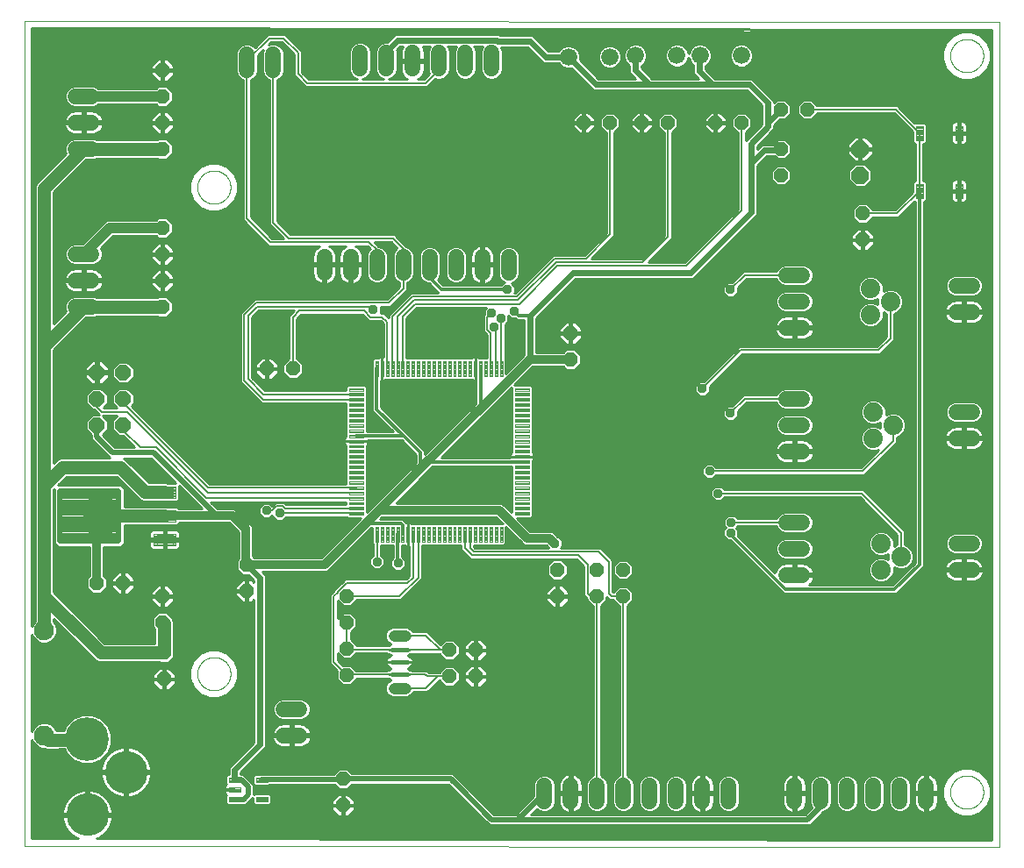
<source format=gtl>
G75*
%MOIN*%
%OFA0B0*%
%FSLAX25Y25*%
%IPPOS*%
%LPD*%
%AMOC8*
5,1,8,0,0,1.08239X$1,22.5*
%
%ADD10C,0.00000*%
%ADD11C,0.06000*%
%ADD12OC8,0.05600*%
%ADD13C,0.07600*%
%ADD14C,0.00480*%
%ADD15C,0.00866*%
%ADD16C,0.02126*%
%ADD17C,0.00394*%
%ADD18C,0.00400*%
%ADD19C,0.00390*%
%ADD20OC8,0.06600*%
%ADD21OC8,0.06000*%
%ADD22C,0.04400*%
%ADD23C,0.07400*%
%ADD24OC8,0.05200*%
%ADD25C,0.06600*%
%ADD26C,0.00390*%
%ADD27C,0.01772*%
%ADD28C,0.01000*%
%ADD29C,0.16598*%
%ADD30C,0.16200*%
%ADD31OC8,0.03378*%
%ADD32C,0.05000*%
%ADD33C,0.03200*%
%ADD34C,0.02400*%
%ADD35C,0.02000*%
%ADD36C,0.01200*%
%ADD37C,0.00800*%
%ADD38C,0.04000*%
D10*
X0011112Y0019003D02*
X0011112Y0332704D01*
X0381533Y0332204D01*
X0381533Y0018503D01*
X0011112Y0019003D01*
X0076813Y0084503D02*
X0076815Y0084661D01*
X0076821Y0084819D01*
X0076831Y0084977D01*
X0076845Y0085135D01*
X0076863Y0085292D01*
X0076884Y0085449D01*
X0076910Y0085605D01*
X0076940Y0085761D01*
X0076973Y0085916D01*
X0077011Y0086069D01*
X0077052Y0086222D01*
X0077097Y0086374D01*
X0077146Y0086525D01*
X0077199Y0086674D01*
X0077255Y0086822D01*
X0077315Y0086968D01*
X0077379Y0087113D01*
X0077447Y0087256D01*
X0077518Y0087398D01*
X0077592Y0087538D01*
X0077670Y0087675D01*
X0077752Y0087811D01*
X0077836Y0087945D01*
X0077925Y0088076D01*
X0078016Y0088205D01*
X0078111Y0088332D01*
X0078208Y0088457D01*
X0078309Y0088579D01*
X0078413Y0088698D01*
X0078520Y0088815D01*
X0078630Y0088929D01*
X0078743Y0089040D01*
X0078858Y0089149D01*
X0078976Y0089254D01*
X0079097Y0089356D01*
X0079220Y0089456D01*
X0079346Y0089552D01*
X0079474Y0089645D01*
X0079604Y0089735D01*
X0079737Y0089821D01*
X0079872Y0089905D01*
X0080008Y0089984D01*
X0080147Y0090061D01*
X0080288Y0090133D01*
X0080430Y0090203D01*
X0080574Y0090268D01*
X0080720Y0090330D01*
X0080867Y0090388D01*
X0081016Y0090443D01*
X0081166Y0090494D01*
X0081317Y0090541D01*
X0081469Y0090584D01*
X0081622Y0090623D01*
X0081777Y0090659D01*
X0081932Y0090690D01*
X0082088Y0090718D01*
X0082244Y0090742D01*
X0082401Y0090762D01*
X0082559Y0090778D01*
X0082716Y0090790D01*
X0082875Y0090798D01*
X0083033Y0090802D01*
X0083191Y0090802D01*
X0083349Y0090798D01*
X0083508Y0090790D01*
X0083665Y0090778D01*
X0083823Y0090762D01*
X0083980Y0090742D01*
X0084136Y0090718D01*
X0084292Y0090690D01*
X0084447Y0090659D01*
X0084602Y0090623D01*
X0084755Y0090584D01*
X0084907Y0090541D01*
X0085058Y0090494D01*
X0085208Y0090443D01*
X0085357Y0090388D01*
X0085504Y0090330D01*
X0085650Y0090268D01*
X0085794Y0090203D01*
X0085936Y0090133D01*
X0086077Y0090061D01*
X0086216Y0089984D01*
X0086352Y0089905D01*
X0086487Y0089821D01*
X0086620Y0089735D01*
X0086750Y0089645D01*
X0086878Y0089552D01*
X0087004Y0089456D01*
X0087127Y0089356D01*
X0087248Y0089254D01*
X0087366Y0089149D01*
X0087481Y0089040D01*
X0087594Y0088929D01*
X0087704Y0088815D01*
X0087811Y0088698D01*
X0087915Y0088579D01*
X0088016Y0088457D01*
X0088113Y0088332D01*
X0088208Y0088205D01*
X0088299Y0088076D01*
X0088388Y0087945D01*
X0088472Y0087811D01*
X0088554Y0087675D01*
X0088632Y0087538D01*
X0088706Y0087398D01*
X0088777Y0087256D01*
X0088845Y0087113D01*
X0088909Y0086968D01*
X0088969Y0086822D01*
X0089025Y0086674D01*
X0089078Y0086525D01*
X0089127Y0086374D01*
X0089172Y0086222D01*
X0089213Y0086069D01*
X0089251Y0085916D01*
X0089284Y0085761D01*
X0089314Y0085605D01*
X0089340Y0085449D01*
X0089361Y0085292D01*
X0089379Y0085135D01*
X0089393Y0084977D01*
X0089403Y0084819D01*
X0089409Y0084661D01*
X0089411Y0084503D01*
X0089409Y0084345D01*
X0089403Y0084187D01*
X0089393Y0084029D01*
X0089379Y0083871D01*
X0089361Y0083714D01*
X0089340Y0083557D01*
X0089314Y0083401D01*
X0089284Y0083245D01*
X0089251Y0083090D01*
X0089213Y0082937D01*
X0089172Y0082784D01*
X0089127Y0082632D01*
X0089078Y0082481D01*
X0089025Y0082332D01*
X0088969Y0082184D01*
X0088909Y0082038D01*
X0088845Y0081893D01*
X0088777Y0081750D01*
X0088706Y0081608D01*
X0088632Y0081468D01*
X0088554Y0081331D01*
X0088472Y0081195D01*
X0088388Y0081061D01*
X0088299Y0080930D01*
X0088208Y0080801D01*
X0088113Y0080674D01*
X0088016Y0080549D01*
X0087915Y0080427D01*
X0087811Y0080308D01*
X0087704Y0080191D01*
X0087594Y0080077D01*
X0087481Y0079966D01*
X0087366Y0079857D01*
X0087248Y0079752D01*
X0087127Y0079650D01*
X0087004Y0079550D01*
X0086878Y0079454D01*
X0086750Y0079361D01*
X0086620Y0079271D01*
X0086487Y0079185D01*
X0086352Y0079101D01*
X0086216Y0079022D01*
X0086077Y0078945D01*
X0085936Y0078873D01*
X0085794Y0078803D01*
X0085650Y0078738D01*
X0085504Y0078676D01*
X0085357Y0078618D01*
X0085208Y0078563D01*
X0085058Y0078512D01*
X0084907Y0078465D01*
X0084755Y0078422D01*
X0084602Y0078383D01*
X0084447Y0078347D01*
X0084292Y0078316D01*
X0084136Y0078288D01*
X0083980Y0078264D01*
X0083823Y0078244D01*
X0083665Y0078228D01*
X0083508Y0078216D01*
X0083349Y0078208D01*
X0083191Y0078204D01*
X0083033Y0078204D01*
X0082875Y0078208D01*
X0082716Y0078216D01*
X0082559Y0078228D01*
X0082401Y0078244D01*
X0082244Y0078264D01*
X0082088Y0078288D01*
X0081932Y0078316D01*
X0081777Y0078347D01*
X0081622Y0078383D01*
X0081469Y0078422D01*
X0081317Y0078465D01*
X0081166Y0078512D01*
X0081016Y0078563D01*
X0080867Y0078618D01*
X0080720Y0078676D01*
X0080574Y0078738D01*
X0080430Y0078803D01*
X0080288Y0078873D01*
X0080147Y0078945D01*
X0080008Y0079022D01*
X0079872Y0079101D01*
X0079737Y0079185D01*
X0079604Y0079271D01*
X0079474Y0079361D01*
X0079346Y0079454D01*
X0079220Y0079550D01*
X0079097Y0079650D01*
X0078976Y0079752D01*
X0078858Y0079857D01*
X0078743Y0079966D01*
X0078630Y0080077D01*
X0078520Y0080191D01*
X0078413Y0080308D01*
X0078309Y0080427D01*
X0078208Y0080549D01*
X0078111Y0080674D01*
X0078016Y0080801D01*
X0077925Y0080930D01*
X0077836Y0081061D01*
X0077752Y0081195D01*
X0077670Y0081331D01*
X0077592Y0081468D01*
X0077518Y0081608D01*
X0077447Y0081750D01*
X0077379Y0081893D01*
X0077315Y0082038D01*
X0077255Y0082184D01*
X0077199Y0082332D01*
X0077146Y0082481D01*
X0077097Y0082632D01*
X0077052Y0082784D01*
X0077011Y0082937D01*
X0076973Y0083090D01*
X0076940Y0083245D01*
X0076910Y0083401D01*
X0076884Y0083557D01*
X0076863Y0083714D01*
X0076845Y0083871D01*
X0076831Y0084029D01*
X0076821Y0084187D01*
X0076815Y0084345D01*
X0076813Y0084503D01*
X0076813Y0269503D02*
X0076815Y0269661D01*
X0076821Y0269819D01*
X0076831Y0269977D01*
X0076845Y0270135D01*
X0076863Y0270292D01*
X0076884Y0270449D01*
X0076910Y0270605D01*
X0076940Y0270761D01*
X0076973Y0270916D01*
X0077011Y0271069D01*
X0077052Y0271222D01*
X0077097Y0271374D01*
X0077146Y0271525D01*
X0077199Y0271674D01*
X0077255Y0271822D01*
X0077315Y0271968D01*
X0077379Y0272113D01*
X0077447Y0272256D01*
X0077518Y0272398D01*
X0077592Y0272538D01*
X0077670Y0272675D01*
X0077752Y0272811D01*
X0077836Y0272945D01*
X0077925Y0273076D01*
X0078016Y0273205D01*
X0078111Y0273332D01*
X0078208Y0273457D01*
X0078309Y0273579D01*
X0078413Y0273698D01*
X0078520Y0273815D01*
X0078630Y0273929D01*
X0078743Y0274040D01*
X0078858Y0274149D01*
X0078976Y0274254D01*
X0079097Y0274356D01*
X0079220Y0274456D01*
X0079346Y0274552D01*
X0079474Y0274645D01*
X0079604Y0274735D01*
X0079737Y0274821D01*
X0079872Y0274905D01*
X0080008Y0274984D01*
X0080147Y0275061D01*
X0080288Y0275133D01*
X0080430Y0275203D01*
X0080574Y0275268D01*
X0080720Y0275330D01*
X0080867Y0275388D01*
X0081016Y0275443D01*
X0081166Y0275494D01*
X0081317Y0275541D01*
X0081469Y0275584D01*
X0081622Y0275623D01*
X0081777Y0275659D01*
X0081932Y0275690D01*
X0082088Y0275718D01*
X0082244Y0275742D01*
X0082401Y0275762D01*
X0082559Y0275778D01*
X0082716Y0275790D01*
X0082875Y0275798D01*
X0083033Y0275802D01*
X0083191Y0275802D01*
X0083349Y0275798D01*
X0083508Y0275790D01*
X0083665Y0275778D01*
X0083823Y0275762D01*
X0083980Y0275742D01*
X0084136Y0275718D01*
X0084292Y0275690D01*
X0084447Y0275659D01*
X0084602Y0275623D01*
X0084755Y0275584D01*
X0084907Y0275541D01*
X0085058Y0275494D01*
X0085208Y0275443D01*
X0085357Y0275388D01*
X0085504Y0275330D01*
X0085650Y0275268D01*
X0085794Y0275203D01*
X0085936Y0275133D01*
X0086077Y0275061D01*
X0086216Y0274984D01*
X0086352Y0274905D01*
X0086487Y0274821D01*
X0086620Y0274735D01*
X0086750Y0274645D01*
X0086878Y0274552D01*
X0087004Y0274456D01*
X0087127Y0274356D01*
X0087248Y0274254D01*
X0087366Y0274149D01*
X0087481Y0274040D01*
X0087594Y0273929D01*
X0087704Y0273815D01*
X0087811Y0273698D01*
X0087915Y0273579D01*
X0088016Y0273457D01*
X0088113Y0273332D01*
X0088208Y0273205D01*
X0088299Y0273076D01*
X0088388Y0272945D01*
X0088472Y0272811D01*
X0088554Y0272675D01*
X0088632Y0272538D01*
X0088706Y0272398D01*
X0088777Y0272256D01*
X0088845Y0272113D01*
X0088909Y0271968D01*
X0088969Y0271822D01*
X0089025Y0271674D01*
X0089078Y0271525D01*
X0089127Y0271374D01*
X0089172Y0271222D01*
X0089213Y0271069D01*
X0089251Y0270916D01*
X0089284Y0270761D01*
X0089314Y0270605D01*
X0089340Y0270449D01*
X0089361Y0270292D01*
X0089379Y0270135D01*
X0089393Y0269977D01*
X0089403Y0269819D01*
X0089409Y0269661D01*
X0089411Y0269503D01*
X0089409Y0269345D01*
X0089403Y0269187D01*
X0089393Y0269029D01*
X0089379Y0268871D01*
X0089361Y0268714D01*
X0089340Y0268557D01*
X0089314Y0268401D01*
X0089284Y0268245D01*
X0089251Y0268090D01*
X0089213Y0267937D01*
X0089172Y0267784D01*
X0089127Y0267632D01*
X0089078Y0267481D01*
X0089025Y0267332D01*
X0088969Y0267184D01*
X0088909Y0267038D01*
X0088845Y0266893D01*
X0088777Y0266750D01*
X0088706Y0266608D01*
X0088632Y0266468D01*
X0088554Y0266331D01*
X0088472Y0266195D01*
X0088388Y0266061D01*
X0088299Y0265930D01*
X0088208Y0265801D01*
X0088113Y0265674D01*
X0088016Y0265549D01*
X0087915Y0265427D01*
X0087811Y0265308D01*
X0087704Y0265191D01*
X0087594Y0265077D01*
X0087481Y0264966D01*
X0087366Y0264857D01*
X0087248Y0264752D01*
X0087127Y0264650D01*
X0087004Y0264550D01*
X0086878Y0264454D01*
X0086750Y0264361D01*
X0086620Y0264271D01*
X0086487Y0264185D01*
X0086352Y0264101D01*
X0086216Y0264022D01*
X0086077Y0263945D01*
X0085936Y0263873D01*
X0085794Y0263803D01*
X0085650Y0263738D01*
X0085504Y0263676D01*
X0085357Y0263618D01*
X0085208Y0263563D01*
X0085058Y0263512D01*
X0084907Y0263465D01*
X0084755Y0263422D01*
X0084602Y0263383D01*
X0084447Y0263347D01*
X0084292Y0263316D01*
X0084136Y0263288D01*
X0083980Y0263264D01*
X0083823Y0263244D01*
X0083665Y0263228D01*
X0083508Y0263216D01*
X0083349Y0263208D01*
X0083191Y0263204D01*
X0083033Y0263204D01*
X0082875Y0263208D01*
X0082716Y0263216D01*
X0082559Y0263228D01*
X0082401Y0263244D01*
X0082244Y0263264D01*
X0082088Y0263288D01*
X0081932Y0263316D01*
X0081777Y0263347D01*
X0081622Y0263383D01*
X0081469Y0263422D01*
X0081317Y0263465D01*
X0081166Y0263512D01*
X0081016Y0263563D01*
X0080867Y0263618D01*
X0080720Y0263676D01*
X0080574Y0263738D01*
X0080430Y0263803D01*
X0080288Y0263873D01*
X0080147Y0263945D01*
X0080008Y0264022D01*
X0079872Y0264101D01*
X0079737Y0264185D01*
X0079604Y0264271D01*
X0079474Y0264361D01*
X0079346Y0264454D01*
X0079220Y0264550D01*
X0079097Y0264650D01*
X0078976Y0264752D01*
X0078858Y0264857D01*
X0078743Y0264966D01*
X0078630Y0265077D01*
X0078520Y0265191D01*
X0078413Y0265308D01*
X0078309Y0265427D01*
X0078208Y0265549D01*
X0078111Y0265674D01*
X0078016Y0265801D01*
X0077925Y0265930D01*
X0077836Y0266061D01*
X0077752Y0266195D01*
X0077670Y0266331D01*
X0077592Y0266468D01*
X0077518Y0266608D01*
X0077447Y0266750D01*
X0077379Y0266893D01*
X0077315Y0267038D01*
X0077255Y0267184D01*
X0077199Y0267332D01*
X0077146Y0267481D01*
X0077097Y0267632D01*
X0077052Y0267784D01*
X0077011Y0267937D01*
X0076973Y0268090D01*
X0076940Y0268245D01*
X0076910Y0268401D01*
X0076884Y0268557D01*
X0076863Y0268714D01*
X0076845Y0268871D01*
X0076831Y0269029D01*
X0076821Y0269187D01*
X0076815Y0269345D01*
X0076813Y0269503D01*
X0362813Y0319503D02*
X0362815Y0319661D01*
X0362821Y0319819D01*
X0362831Y0319977D01*
X0362845Y0320135D01*
X0362863Y0320292D01*
X0362884Y0320449D01*
X0362910Y0320605D01*
X0362940Y0320761D01*
X0362973Y0320916D01*
X0363011Y0321069D01*
X0363052Y0321222D01*
X0363097Y0321374D01*
X0363146Y0321525D01*
X0363199Y0321674D01*
X0363255Y0321822D01*
X0363315Y0321968D01*
X0363379Y0322113D01*
X0363447Y0322256D01*
X0363518Y0322398D01*
X0363592Y0322538D01*
X0363670Y0322675D01*
X0363752Y0322811D01*
X0363836Y0322945D01*
X0363925Y0323076D01*
X0364016Y0323205D01*
X0364111Y0323332D01*
X0364208Y0323457D01*
X0364309Y0323579D01*
X0364413Y0323698D01*
X0364520Y0323815D01*
X0364630Y0323929D01*
X0364743Y0324040D01*
X0364858Y0324149D01*
X0364976Y0324254D01*
X0365097Y0324356D01*
X0365220Y0324456D01*
X0365346Y0324552D01*
X0365474Y0324645D01*
X0365604Y0324735D01*
X0365737Y0324821D01*
X0365872Y0324905D01*
X0366008Y0324984D01*
X0366147Y0325061D01*
X0366288Y0325133D01*
X0366430Y0325203D01*
X0366574Y0325268D01*
X0366720Y0325330D01*
X0366867Y0325388D01*
X0367016Y0325443D01*
X0367166Y0325494D01*
X0367317Y0325541D01*
X0367469Y0325584D01*
X0367622Y0325623D01*
X0367777Y0325659D01*
X0367932Y0325690D01*
X0368088Y0325718D01*
X0368244Y0325742D01*
X0368401Y0325762D01*
X0368559Y0325778D01*
X0368716Y0325790D01*
X0368875Y0325798D01*
X0369033Y0325802D01*
X0369191Y0325802D01*
X0369349Y0325798D01*
X0369508Y0325790D01*
X0369665Y0325778D01*
X0369823Y0325762D01*
X0369980Y0325742D01*
X0370136Y0325718D01*
X0370292Y0325690D01*
X0370447Y0325659D01*
X0370602Y0325623D01*
X0370755Y0325584D01*
X0370907Y0325541D01*
X0371058Y0325494D01*
X0371208Y0325443D01*
X0371357Y0325388D01*
X0371504Y0325330D01*
X0371650Y0325268D01*
X0371794Y0325203D01*
X0371936Y0325133D01*
X0372077Y0325061D01*
X0372216Y0324984D01*
X0372352Y0324905D01*
X0372487Y0324821D01*
X0372620Y0324735D01*
X0372750Y0324645D01*
X0372878Y0324552D01*
X0373004Y0324456D01*
X0373127Y0324356D01*
X0373248Y0324254D01*
X0373366Y0324149D01*
X0373481Y0324040D01*
X0373594Y0323929D01*
X0373704Y0323815D01*
X0373811Y0323698D01*
X0373915Y0323579D01*
X0374016Y0323457D01*
X0374113Y0323332D01*
X0374208Y0323205D01*
X0374299Y0323076D01*
X0374388Y0322945D01*
X0374472Y0322811D01*
X0374554Y0322675D01*
X0374632Y0322538D01*
X0374706Y0322398D01*
X0374777Y0322256D01*
X0374845Y0322113D01*
X0374909Y0321968D01*
X0374969Y0321822D01*
X0375025Y0321674D01*
X0375078Y0321525D01*
X0375127Y0321374D01*
X0375172Y0321222D01*
X0375213Y0321069D01*
X0375251Y0320916D01*
X0375284Y0320761D01*
X0375314Y0320605D01*
X0375340Y0320449D01*
X0375361Y0320292D01*
X0375379Y0320135D01*
X0375393Y0319977D01*
X0375403Y0319819D01*
X0375409Y0319661D01*
X0375411Y0319503D01*
X0375409Y0319345D01*
X0375403Y0319187D01*
X0375393Y0319029D01*
X0375379Y0318871D01*
X0375361Y0318714D01*
X0375340Y0318557D01*
X0375314Y0318401D01*
X0375284Y0318245D01*
X0375251Y0318090D01*
X0375213Y0317937D01*
X0375172Y0317784D01*
X0375127Y0317632D01*
X0375078Y0317481D01*
X0375025Y0317332D01*
X0374969Y0317184D01*
X0374909Y0317038D01*
X0374845Y0316893D01*
X0374777Y0316750D01*
X0374706Y0316608D01*
X0374632Y0316468D01*
X0374554Y0316331D01*
X0374472Y0316195D01*
X0374388Y0316061D01*
X0374299Y0315930D01*
X0374208Y0315801D01*
X0374113Y0315674D01*
X0374016Y0315549D01*
X0373915Y0315427D01*
X0373811Y0315308D01*
X0373704Y0315191D01*
X0373594Y0315077D01*
X0373481Y0314966D01*
X0373366Y0314857D01*
X0373248Y0314752D01*
X0373127Y0314650D01*
X0373004Y0314550D01*
X0372878Y0314454D01*
X0372750Y0314361D01*
X0372620Y0314271D01*
X0372487Y0314185D01*
X0372352Y0314101D01*
X0372216Y0314022D01*
X0372077Y0313945D01*
X0371936Y0313873D01*
X0371794Y0313803D01*
X0371650Y0313738D01*
X0371504Y0313676D01*
X0371357Y0313618D01*
X0371208Y0313563D01*
X0371058Y0313512D01*
X0370907Y0313465D01*
X0370755Y0313422D01*
X0370602Y0313383D01*
X0370447Y0313347D01*
X0370292Y0313316D01*
X0370136Y0313288D01*
X0369980Y0313264D01*
X0369823Y0313244D01*
X0369665Y0313228D01*
X0369508Y0313216D01*
X0369349Y0313208D01*
X0369191Y0313204D01*
X0369033Y0313204D01*
X0368875Y0313208D01*
X0368716Y0313216D01*
X0368559Y0313228D01*
X0368401Y0313244D01*
X0368244Y0313264D01*
X0368088Y0313288D01*
X0367932Y0313316D01*
X0367777Y0313347D01*
X0367622Y0313383D01*
X0367469Y0313422D01*
X0367317Y0313465D01*
X0367166Y0313512D01*
X0367016Y0313563D01*
X0366867Y0313618D01*
X0366720Y0313676D01*
X0366574Y0313738D01*
X0366430Y0313803D01*
X0366288Y0313873D01*
X0366147Y0313945D01*
X0366008Y0314022D01*
X0365872Y0314101D01*
X0365737Y0314185D01*
X0365604Y0314271D01*
X0365474Y0314361D01*
X0365346Y0314454D01*
X0365220Y0314550D01*
X0365097Y0314650D01*
X0364976Y0314752D01*
X0364858Y0314857D01*
X0364743Y0314966D01*
X0364630Y0315077D01*
X0364520Y0315191D01*
X0364413Y0315308D01*
X0364309Y0315427D01*
X0364208Y0315549D01*
X0364111Y0315674D01*
X0364016Y0315801D01*
X0363925Y0315930D01*
X0363836Y0316061D01*
X0363752Y0316195D01*
X0363670Y0316331D01*
X0363592Y0316468D01*
X0363518Y0316608D01*
X0363447Y0316750D01*
X0363379Y0316893D01*
X0363315Y0317038D01*
X0363255Y0317184D01*
X0363199Y0317332D01*
X0363146Y0317481D01*
X0363097Y0317632D01*
X0363052Y0317784D01*
X0363011Y0317937D01*
X0362973Y0318090D01*
X0362940Y0318245D01*
X0362910Y0318401D01*
X0362884Y0318557D01*
X0362863Y0318714D01*
X0362845Y0318871D01*
X0362831Y0319029D01*
X0362821Y0319187D01*
X0362815Y0319345D01*
X0362813Y0319503D01*
X0362813Y0039503D02*
X0362815Y0039661D01*
X0362821Y0039819D01*
X0362831Y0039977D01*
X0362845Y0040135D01*
X0362863Y0040292D01*
X0362884Y0040449D01*
X0362910Y0040605D01*
X0362940Y0040761D01*
X0362973Y0040916D01*
X0363011Y0041069D01*
X0363052Y0041222D01*
X0363097Y0041374D01*
X0363146Y0041525D01*
X0363199Y0041674D01*
X0363255Y0041822D01*
X0363315Y0041968D01*
X0363379Y0042113D01*
X0363447Y0042256D01*
X0363518Y0042398D01*
X0363592Y0042538D01*
X0363670Y0042675D01*
X0363752Y0042811D01*
X0363836Y0042945D01*
X0363925Y0043076D01*
X0364016Y0043205D01*
X0364111Y0043332D01*
X0364208Y0043457D01*
X0364309Y0043579D01*
X0364413Y0043698D01*
X0364520Y0043815D01*
X0364630Y0043929D01*
X0364743Y0044040D01*
X0364858Y0044149D01*
X0364976Y0044254D01*
X0365097Y0044356D01*
X0365220Y0044456D01*
X0365346Y0044552D01*
X0365474Y0044645D01*
X0365604Y0044735D01*
X0365737Y0044821D01*
X0365872Y0044905D01*
X0366008Y0044984D01*
X0366147Y0045061D01*
X0366288Y0045133D01*
X0366430Y0045203D01*
X0366574Y0045268D01*
X0366720Y0045330D01*
X0366867Y0045388D01*
X0367016Y0045443D01*
X0367166Y0045494D01*
X0367317Y0045541D01*
X0367469Y0045584D01*
X0367622Y0045623D01*
X0367777Y0045659D01*
X0367932Y0045690D01*
X0368088Y0045718D01*
X0368244Y0045742D01*
X0368401Y0045762D01*
X0368559Y0045778D01*
X0368716Y0045790D01*
X0368875Y0045798D01*
X0369033Y0045802D01*
X0369191Y0045802D01*
X0369349Y0045798D01*
X0369508Y0045790D01*
X0369665Y0045778D01*
X0369823Y0045762D01*
X0369980Y0045742D01*
X0370136Y0045718D01*
X0370292Y0045690D01*
X0370447Y0045659D01*
X0370602Y0045623D01*
X0370755Y0045584D01*
X0370907Y0045541D01*
X0371058Y0045494D01*
X0371208Y0045443D01*
X0371357Y0045388D01*
X0371504Y0045330D01*
X0371650Y0045268D01*
X0371794Y0045203D01*
X0371936Y0045133D01*
X0372077Y0045061D01*
X0372216Y0044984D01*
X0372352Y0044905D01*
X0372487Y0044821D01*
X0372620Y0044735D01*
X0372750Y0044645D01*
X0372878Y0044552D01*
X0373004Y0044456D01*
X0373127Y0044356D01*
X0373248Y0044254D01*
X0373366Y0044149D01*
X0373481Y0044040D01*
X0373594Y0043929D01*
X0373704Y0043815D01*
X0373811Y0043698D01*
X0373915Y0043579D01*
X0374016Y0043457D01*
X0374113Y0043332D01*
X0374208Y0043205D01*
X0374299Y0043076D01*
X0374388Y0042945D01*
X0374472Y0042811D01*
X0374554Y0042675D01*
X0374632Y0042538D01*
X0374706Y0042398D01*
X0374777Y0042256D01*
X0374845Y0042113D01*
X0374909Y0041968D01*
X0374969Y0041822D01*
X0375025Y0041674D01*
X0375078Y0041525D01*
X0375127Y0041374D01*
X0375172Y0041222D01*
X0375213Y0041069D01*
X0375251Y0040916D01*
X0375284Y0040761D01*
X0375314Y0040605D01*
X0375340Y0040449D01*
X0375361Y0040292D01*
X0375379Y0040135D01*
X0375393Y0039977D01*
X0375403Y0039819D01*
X0375409Y0039661D01*
X0375411Y0039503D01*
X0375409Y0039345D01*
X0375403Y0039187D01*
X0375393Y0039029D01*
X0375379Y0038871D01*
X0375361Y0038714D01*
X0375340Y0038557D01*
X0375314Y0038401D01*
X0375284Y0038245D01*
X0375251Y0038090D01*
X0375213Y0037937D01*
X0375172Y0037784D01*
X0375127Y0037632D01*
X0375078Y0037481D01*
X0375025Y0037332D01*
X0374969Y0037184D01*
X0374909Y0037038D01*
X0374845Y0036893D01*
X0374777Y0036750D01*
X0374706Y0036608D01*
X0374632Y0036468D01*
X0374554Y0036331D01*
X0374472Y0036195D01*
X0374388Y0036061D01*
X0374299Y0035930D01*
X0374208Y0035801D01*
X0374113Y0035674D01*
X0374016Y0035549D01*
X0373915Y0035427D01*
X0373811Y0035308D01*
X0373704Y0035191D01*
X0373594Y0035077D01*
X0373481Y0034966D01*
X0373366Y0034857D01*
X0373248Y0034752D01*
X0373127Y0034650D01*
X0373004Y0034550D01*
X0372878Y0034454D01*
X0372750Y0034361D01*
X0372620Y0034271D01*
X0372487Y0034185D01*
X0372352Y0034101D01*
X0372216Y0034022D01*
X0372077Y0033945D01*
X0371936Y0033873D01*
X0371794Y0033803D01*
X0371650Y0033738D01*
X0371504Y0033676D01*
X0371357Y0033618D01*
X0371208Y0033563D01*
X0371058Y0033512D01*
X0370907Y0033465D01*
X0370755Y0033422D01*
X0370602Y0033383D01*
X0370447Y0033347D01*
X0370292Y0033316D01*
X0370136Y0033288D01*
X0369980Y0033264D01*
X0369823Y0033244D01*
X0369665Y0033228D01*
X0369508Y0033216D01*
X0369349Y0033208D01*
X0369191Y0033204D01*
X0369033Y0033204D01*
X0368875Y0033208D01*
X0368716Y0033216D01*
X0368559Y0033228D01*
X0368401Y0033244D01*
X0368244Y0033264D01*
X0368088Y0033288D01*
X0367932Y0033316D01*
X0367777Y0033347D01*
X0367622Y0033383D01*
X0367469Y0033422D01*
X0367317Y0033465D01*
X0367166Y0033512D01*
X0367016Y0033563D01*
X0366867Y0033618D01*
X0366720Y0033676D01*
X0366574Y0033738D01*
X0366430Y0033803D01*
X0366288Y0033873D01*
X0366147Y0033945D01*
X0366008Y0034022D01*
X0365872Y0034101D01*
X0365737Y0034185D01*
X0365604Y0034271D01*
X0365474Y0034361D01*
X0365346Y0034454D01*
X0365220Y0034550D01*
X0365097Y0034650D01*
X0364976Y0034752D01*
X0364858Y0034857D01*
X0364743Y0034966D01*
X0364630Y0035077D01*
X0364520Y0035191D01*
X0364413Y0035308D01*
X0364309Y0035427D01*
X0364208Y0035549D01*
X0364111Y0035674D01*
X0364016Y0035801D01*
X0363925Y0035930D01*
X0363836Y0036061D01*
X0363752Y0036195D01*
X0363670Y0036331D01*
X0363592Y0036468D01*
X0363518Y0036608D01*
X0363447Y0036750D01*
X0363379Y0036893D01*
X0363315Y0037038D01*
X0363255Y0037184D01*
X0363199Y0037332D01*
X0363146Y0037481D01*
X0363097Y0037632D01*
X0363052Y0037784D01*
X0363011Y0037937D01*
X0362973Y0038090D01*
X0362940Y0038245D01*
X0362910Y0038401D01*
X0362884Y0038557D01*
X0362863Y0038714D01*
X0362845Y0038871D01*
X0362831Y0039029D01*
X0362821Y0039187D01*
X0362815Y0039345D01*
X0362813Y0039503D01*
D11*
X0353612Y0042003D02*
X0353612Y0036003D01*
X0343612Y0036003D02*
X0343612Y0042003D01*
X0333612Y0042003D02*
X0333612Y0036003D01*
X0323612Y0036003D02*
X0323612Y0042003D01*
X0313612Y0042003D02*
X0313612Y0036003D01*
X0303612Y0036003D02*
X0303612Y0042003D01*
X0278612Y0042003D02*
X0278612Y0036003D01*
X0268612Y0036003D02*
X0268612Y0042003D01*
X0258612Y0042003D02*
X0258612Y0036003D01*
X0248612Y0036003D02*
X0248612Y0042003D01*
X0238612Y0042003D02*
X0238612Y0036003D01*
X0228612Y0036003D02*
X0228612Y0042003D01*
X0218612Y0042003D02*
X0218612Y0036003D01*
X0208612Y0036003D02*
X0208612Y0042003D01*
X0115612Y0061003D02*
X0109612Y0061003D01*
X0109612Y0071003D02*
X0115612Y0071003D01*
X0036612Y0224003D02*
X0030612Y0224003D01*
X0030612Y0234003D02*
X0036612Y0234003D01*
X0036612Y0244003D02*
X0030612Y0244003D01*
X0030612Y0284003D02*
X0036612Y0284003D01*
X0036612Y0294003D02*
X0030612Y0294003D01*
X0030612Y0304003D02*
X0036612Y0304003D01*
X0095612Y0314003D02*
X0095612Y0320003D01*
X0105612Y0320003D02*
X0105612Y0314003D01*
X0138612Y0314503D02*
X0138612Y0320503D01*
X0148612Y0320503D02*
X0148612Y0314503D01*
X0158612Y0314503D02*
X0158612Y0320503D01*
X0168612Y0320503D02*
X0168612Y0314503D01*
X0178612Y0314503D02*
X0178612Y0320503D01*
X0188612Y0320503D02*
X0188612Y0314503D01*
X0185112Y0243003D02*
X0185112Y0237003D01*
X0195112Y0237003D02*
X0195112Y0243003D01*
X0175112Y0243003D02*
X0175112Y0237003D01*
X0165112Y0237003D02*
X0165112Y0243003D01*
X0155112Y0243003D02*
X0155112Y0237003D01*
X0145112Y0237003D02*
X0145112Y0243003D01*
X0135112Y0243003D02*
X0135112Y0237003D01*
X0125112Y0237003D02*
X0125112Y0243003D01*
X0300612Y0236003D02*
X0306612Y0236003D01*
X0306612Y0226003D02*
X0300612Y0226003D01*
X0300612Y0216003D02*
X0306612Y0216003D01*
X0306612Y0189003D02*
X0300612Y0189003D01*
X0300612Y0179003D02*
X0306612Y0179003D01*
X0306612Y0169003D02*
X0300612Y0169003D01*
X0300612Y0142003D02*
X0306612Y0142003D01*
X0306612Y0132003D02*
X0300612Y0132003D01*
X0300612Y0122003D02*
X0306612Y0122003D01*
X0365112Y0124003D02*
X0371112Y0124003D01*
X0371112Y0134003D02*
X0365112Y0134003D01*
X0365112Y0174003D02*
X0371112Y0174003D01*
X0371112Y0184003D02*
X0365112Y0184003D01*
X0365112Y0222003D02*
X0371112Y0222003D01*
X0371112Y0232003D02*
X0365112Y0232003D01*
D12*
X0329612Y0249503D03*
X0329612Y0259503D03*
X0218612Y0214003D03*
X0218612Y0204003D03*
X0213612Y0124003D03*
X0213612Y0114003D03*
X0182612Y0093503D03*
X0172612Y0093503D03*
X0172612Y0083503D03*
X0182612Y0083503D03*
X0132112Y0044503D03*
X0132112Y0034503D03*
X0064112Y0082503D03*
X0064112Y0092503D03*
X0063612Y0104003D03*
X0063612Y0114003D03*
X0048612Y0119003D03*
X0038612Y0119003D03*
X0095612Y0116003D03*
X0095612Y0126003D03*
X0103112Y0200503D03*
X0113112Y0200503D03*
X0063612Y0224003D03*
X0063612Y0234003D03*
X0063612Y0244003D03*
X0063612Y0254003D03*
X0063612Y0284003D03*
X0063612Y0294003D03*
X0063612Y0304003D03*
X0063612Y0314003D03*
D13*
X0018612Y0101003D03*
X0018612Y0061003D03*
D14*
X0068472Y0133243D02*
X0068472Y0137563D01*
X0068472Y0133243D02*
X0060152Y0133243D01*
X0060152Y0137563D01*
X0068472Y0137563D01*
X0068472Y0133722D02*
X0060152Y0133722D01*
X0060152Y0134201D02*
X0068472Y0134201D01*
X0068472Y0134680D02*
X0060152Y0134680D01*
X0060152Y0135159D02*
X0068472Y0135159D01*
X0068472Y0135638D02*
X0060152Y0135638D01*
X0060152Y0136117D02*
X0068472Y0136117D01*
X0068472Y0136596D02*
X0060152Y0136596D01*
X0060152Y0137075D02*
X0068472Y0137075D01*
X0068472Y0137554D02*
X0060152Y0137554D01*
X0068472Y0142343D02*
X0068472Y0146663D01*
X0068472Y0142343D02*
X0060152Y0142343D01*
X0060152Y0146663D01*
X0068472Y0146663D01*
X0068472Y0142822D02*
X0060152Y0142822D01*
X0060152Y0143301D02*
X0068472Y0143301D01*
X0068472Y0143780D02*
X0060152Y0143780D01*
X0060152Y0144259D02*
X0068472Y0144259D01*
X0068472Y0144738D02*
X0060152Y0144738D01*
X0060152Y0145217D02*
X0068472Y0145217D01*
X0068472Y0145696D02*
X0060152Y0145696D01*
X0060152Y0146175D02*
X0068472Y0146175D01*
X0068472Y0146654D02*
X0060152Y0146654D01*
X0068472Y0151443D02*
X0068472Y0155763D01*
X0068472Y0151443D02*
X0060152Y0151443D01*
X0060152Y0155763D01*
X0068472Y0155763D01*
X0068472Y0151922D02*
X0060152Y0151922D01*
X0060152Y0152401D02*
X0068472Y0152401D01*
X0068472Y0152880D02*
X0060152Y0152880D01*
X0060152Y0153359D02*
X0068472Y0153359D01*
X0068472Y0153838D02*
X0060152Y0153838D01*
X0060152Y0154317D02*
X0068472Y0154317D01*
X0068472Y0154796D02*
X0060152Y0154796D01*
X0060152Y0155275D02*
X0068472Y0155275D01*
X0068472Y0155754D02*
X0060152Y0155754D01*
D15*
X0043808Y0151156D02*
X0043808Y0137850D01*
X0036014Y0137850D01*
X0036014Y0151156D01*
X0043808Y0151156D01*
X0043808Y0138715D02*
X0036014Y0138715D01*
X0036014Y0139580D02*
X0043808Y0139580D01*
X0043808Y0140445D02*
X0036014Y0140445D01*
X0036014Y0141310D02*
X0043808Y0141310D01*
X0043808Y0142175D02*
X0036014Y0142175D01*
X0036014Y0143040D02*
X0043808Y0143040D01*
X0043808Y0143905D02*
X0036014Y0143905D01*
X0036014Y0144770D02*
X0043808Y0144770D01*
X0043808Y0145635D02*
X0036014Y0145635D01*
X0036014Y0146500D02*
X0043808Y0146500D01*
X0043808Y0147365D02*
X0036014Y0147365D01*
X0036014Y0148230D02*
X0043808Y0148230D01*
X0043808Y0149095D02*
X0036014Y0149095D01*
X0036014Y0149960D02*
X0043808Y0149960D01*
X0043808Y0150825D02*
X0036014Y0150825D01*
D16*
X0046910Y0154070D02*
X0046910Y0134936D01*
X0024628Y0134936D01*
X0024628Y0154070D01*
X0046910Y0154070D01*
X0046910Y0137061D02*
X0024628Y0137061D01*
X0024628Y0139186D02*
X0046910Y0139186D01*
X0046910Y0141311D02*
X0024628Y0141311D01*
X0024628Y0143436D02*
X0046910Y0143436D01*
X0046910Y0145561D02*
X0024628Y0145561D01*
X0024628Y0147686D02*
X0046910Y0147686D01*
X0046910Y0149811D02*
X0024628Y0149811D01*
X0024628Y0151936D02*
X0046910Y0151936D01*
X0046910Y0154061D02*
X0024628Y0154061D01*
D17*
X0067462Y0155250D02*
X0067462Y0151708D01*
X0061558Y0151708D01*
X0061558Y0155250D01*
X0067462Y0155250D01*
X0067462Y0152101D02*
X0061558Y0152101D01*
X0061558Y0152494D02*
X0067462Y0152494D01*
X0067462Y0152887D02*
X0061558Y0152887D01*
X0061558Y0153280D02*
X0067462Y0153280D01*
X0067462Y0153673D02*
X0061558Y0153673D01*
X0061558Y0154066D02*
X0067462Y0154066D01*
X0067462Y0154459D02*
X0061558Y0154459D01*
X0061558Y0154852D02*
X0067462Y0154852D01*
X0067462Y0155245D02*
X0061558Y0155245D01*
X0067462Y0137298D02*
X0067462Y0133756D01*
X0061558Y0133756D01*
X0061558Y0137298D01*
X0067462Y0137298D01*
X0067462Y0134149D02*
X0061558Y0134149D01*
X0061558Y0134542D02*
X0067462Y0134542D01*
X0067462Y0134935D02*
X0061558Y0134935D01*
X0061558Y0135328D02*
X0067462Y0135328D01*
X0067462Y0135721D02*
X0061558Y0135721D01*
X0061558Y0136114D02*
X0067462Y0136114D01*
X0067462Y0136507D02*
X0061558Y0136507D01*
X0061558Y0136900D02*
X0067462Y0136900D01*
X0067462Y0137293D02*
X0061558Y0137293D01*
D18*
X0134363Y0144892D02*
X0139869Y0144892D01*
X0134363Y0144892D02*
X0134363Y0145870D01*
X0139869Y0145870D01*
X0139869Y0144892D01*
X0139869Y0145291D02*
X0134363Y0145291D01*
X0134363Y0145690D02*
X0139869Y0145690D01*
X0139869Y0146861D02*
X0134363Y0146861D01*
X0134363Y0147839D01*
X0139869Y0147839D01*
X0139869Y0146861D01*
X0139869Y0147260D02*
X0134363Y0147260D01*
X0134363Y0147659D02*
X0139869Y0147659D01*
X0139869Y0148829D02*
X0134363Y0148829D01*
X0134363Y0149807D01*
X0139869Y0149807D01*
X0139869Y0148829D01*
X0139869Y0149228D02*
X0134363Y0149228D01*
X0134363Y0149627D02*
X0139869Y0149627D01*
X0139869Y0150798D02*
X0134363Y0150798D01*
X0134363Y0151776D01*
X0139869Y0151776D01*
X0139869Y0150798D01*
X0139869Y0151197D02*
X0134363Y0151197D01*
X0134363Y0151596D02*
X0139869Y0151596D01*
X0139869Y0152766D02*
X0134363Y0152766D01*
X0134363Y0153744D01*
X0139869Y0153744D01*
X0139869Y0152766D01*
X0139869Y0153165D02*
X0134363Y0153165D01*
X0134363Y0153564D02*
X0139869Y0153564D01*
X0139869Y0154735D02*
X0134363Y0154735D01*
X0134363Y0155713D01*
X0139869Y0155713D01*
X0139869Y0154735D01*
X0139869Y0155134D02*
X0134363Y0155134D01*
X0134363Y0155533D02*
X0139869Y0155533D01*
X0139869Y0156703D02*
X0134363Y0156703D01*
X0134363Y0157681D01*
X0139869Y0157681D01*
X0139869Y0156703D01*
X0139869Y0157102D02*
X0134363Y0157102D01*
X0134363Y0157501D02*
X0139869Y0157501D01*
X0139869Y0158672D02*
X0134363Y0158672D01*
X0134363Y0159650D01*
X0139869Y0159650D01*
X0139869Y0158672D01*
X0139869Y0159071D02*
X0134363Y0159071D01*
X0134363Y0159470D02*
X0139869Y0159470D01*
X0139869Y0160640D02*
X0134363Y0160640D01*
X0134363Y0161618D01*
X0139869Y0161618D01*
X0139869Y0160640D01*
X0139869Y0161039D02*
X0134363Y0161039D01*
X0134363Y0161438D02*
X0139869Y0161438D01*
X0139869Y0162609D02*
X0134363Y0162609D01*
X0134363Y0163587D01*
X0139869Y0163587D01*
X0139869Y0162609D01*
X0139869Y0163008D02*
X0134363Y0163008D01*
X0134363Y0163407D02*
X0139869Y0163407D01*
X0139869Y0164577D02*
X0134363Y0164577D01*
X0134363Y0165555D01*
X0139869Y0165555D01*
X0139869Y0164577D01*
X0139869Y0164976D02*
X0134363Y0164976D01*
X0134363Y0165375D02*
X0139869Y0165375D01*
X0139869Y0166546D02*
X0134363Y0166546D01*
X0134363Y0167524D01*
X0139869Y0167524D01*
X0139869Y0166546D01*
X0139869Y0166945D02*
X0134363Y0166945D01*
X0134363Y0167344D02*
X0139869Y0167344D01*
X0139869Y0168514D02*
X0134363Y0168514D01*
X0134363Y0169492D01*
X0139869Y0169492D01*
X0139869Y0168514D01*
X0139869Y0168913D02*
X0134363Y0168913D01*
X0134363Y0169312D02*
X0139869Y0169312D01*
X0139869Y0170483D02*
X0134363Y0170483D01*
X0134363Y0171461D01*
X0139869Y0171461D01*
X0139869Y0170483D01*
X0139869Y0170882D02*
X0134363Y0170882D01*
X0134363Y0171281D02*
X0139869Y0171281D01*
X0139869Y0172451D02*
X0134363Y0172451D01*
X0134363Y0173429D01*
X0139869Y0173429D01*
X0139869Y0172451D01*
X0139869Y0172850D02*
X0134363Y0172850D01*
X0134363Y0173249D02*
X0139869Y0173249D01*
X0139869Y0174420D02*
X0134363Y0174420D01*
X0134363Y0175398D01*
X0139869Y0175398D01*
X0139869Y0174420D01*
X0139869Y0174819D02*
X0134363Y0174819D01*
X0134363Y0175218D02*
X0139869Y0175218D01*
X0139869Y0176388D02*
X0134363Y0176388D01*
X0134363Y0177366D01*
X0139869Y0177366D01*
X0139869Y0176388D01*
X0139869Y0176787D02*
X0134363Y0176787D01*
X0134363Y0177186D02*
X0139869Y0177186D01*
X0139869Y0178357D02*
X0134363Y0178357D01*
X0134363Y0179335D01*
X0139869Y0179335D01*
X0139869Y0178357D01*
X0139869Y0178756D02*
X0134363Y0178756D01*
X0134363Y0179155D02*
X0139869Y0179155D01*
X0139869Y0180325D02*
X0134363Y0180325D01*
X0134363Y0181303D01*
X0139869Y0181303D01*
X0139869Y0180325D01*
X0139869Y0180724D02*
X0134363Y0180724D01*
X0134363Y0181123D02*
X0139869Y0181123D01*
X0139869Y0182294D02*
X0134363Y0182294D01*
X0134363Y0183272D01*
X0139869Y0183272D01*
X0139869Y0182294D01*
X0139869Y0182693D02*
X0134363Y0182693D01*
X0134363Y0183092D02*
X0139869Y0183092D01*
X0139869Y0184262D02*
X0134363Y0184262D01*
X0134363Y0185240D01*
X0139869Y0185240D01*
X0139869Y0184262D01*
X0139869Y0184661D02*
X0134363Y0184661D01*
X0134363Y0185060D02*
X0139869Y0185060D01*
X0139869Y0186231D02*
X0134363Y0186231D01*
X0134363Y0187209D01*
X0139869Y0187209D01*
X0139869Y0186231D01*
X0139869Y0186630D02*
X0134363Y0186630D01*
X0134363Y0187029D02*
X0139869Y0187029D01*
X0139869Y0188199D02*
X0134363Y0188199D01*
X0134363Y0189177D01*
X0139869Y0189177D01*
X0139869Y0188199D01*
X0139869Y0188598D02*
X0134363Y0188598D01*
X0134363Y0188997D02*
X0139869Y0188997D01*
X0139869Y0190168D02*
X0134363Y0190168D01*
X0134363Y0191146D01*
X0139869Y0191146D01*
X0139869Y0190168D01*
X0139869Y0190567D02*
X0134363Y0190567D01*
X0134363Y0190966D02*
X0139869Y0190966D01*
X0139869Y0192136D02*
X0134363Y0192136D01*
X0134363Y0193114D01*
X0139869Y0193114D01*
X0139869Y0192136D01*
X0139869Y0192535D02*
X0134363Y0192535D01*
X0134363Y0192934D02*
X0139869Y0192934D01*
X0144501Y0197746D02*
X0145479Y0197746D01*
X0144501Y0197746D02*
X0144501Y0203252D01*
X0145479Y0203252D01*
X0145479Y0197746D01*
X0145479Y0198145D02*
X0144501Y0198145D01*
X0144501Y0198544D02*
X0145479Y0198544D01*
X0145479Y0198943D02*
X0144501Y0198943D01*
X0144501Y0199342D02*
X0145479Y0199342D01*
X0145479Y0199741D02*
X0144501Y0199741D01*
X0144501Y0200140D02*
X0145479Y0200140D01*
X0145479Y0200539D02*
X0144501Y0200539D01*
X0144501Y0200938D02*
X0145479Y0200938D01*
X0145479Y0201337D02*
X0144501Y0201337D01*
X0144501Y0201736D02*
X0145479Y0201736D01*
X0145479Y0202135D02*
X0144501Y0202135D01*
X0144501Y0202534D02*
X0145479Y0202534D01*
X0145479Y0202933D02*
X0144501Y0202933D01*
X0146469Y0197746D02*
X0147447Y0197746D01*
X0146469Y0197746D02*
X0146469Y0203252D01*
X0147447Y0203252D01*
X0147447Y0197746D01*
X0147447Y0198145D02*
X0146469Y0198145D01*
X0146469Y0198544D02*
X0147447Y0198544D01*
X0147447Y0198943D02*
X0146469Y0198943D01*
X0146469Y0199342D02*
X0147447Y0199342D01*
X0147447Y0199741D02*
X0146469Y0199741D01*
X0146469Y0200140D02*
X0147447Y0200140D01*
X0147447Y0200539D02*
X0146469Y0200539D01*
X0146469Y0200938D02*
X0147447Y0200938D01*
X0147447Y0201337D02*
X0146469Y0201337D01*
X0146469Y0201736D02*
X0147447Y0201736D01*
X0147447Y0202135D02*
X0146469Y0202135D01*
X0146469Y0202534D02*
X0147447Y0202534D01*
X0147447Y0202933D02*
X0146469Y0202933D01*
X0148438Y0197746D02*
X0149416Y0197746D01*
X0148438Y0197746D02*
X0148438Y0203252D01*
X0149416Y0203252D01*
X0149416Y0197746D01*
X0149416Y0198145D02*
X0148438Y0198145D01*
X0148438Y0198544D02*
X0149416Y0198544D01*
X0149416Y0198943D02*
X0148438Y0198943D01*
X0148438Y0199342D02*
X0149416Y0199342D01*
X0149416Y0199741D02*
X0148438Y0199741D01*
X0148438Y0200140D02*
X0149416Y0200140D01*
X0149416Y0200539D02*
X0148438Y0200539D01*
X0148438Y0200938D02*
X0149416Y0200938D01*
X0149416Y0201337D02*
X0148438Y0201337D01*
X0148438Y0201736D02*
X0149416Y0201736D01*
X0149416Y0202135D02*
X0148438Y0202135D01*
X0148438Y0202534D02*
X0149416Y0202534D01*
X0149416Y0202933D02*
X0148438Y0202933D01*
X0150406Y0197746D02*
X0151384Y0197746D01*
X0150406Y0197746D02*
X0150406Y0203252D01*
X0151384Y0203252D01*
X0151384Y0197746D01*
X0151384Y0198145D02*
X0150406Y0198145D01*
X0150406Y0198544D02*
X0151384Y0198544D01*
X0151384Y0198943D02*
X0150406Y0198943D01*
X0150406Y0199342D02*
X0151384Y0199342D01*
X0151384Y0199741D02*
X0150406Y0199741D01*
X0150406Y0200140D02*
X0151384Y0200140D01*
X0151384Y0200539D02*
X0150406Y0200539D01*
X0150406Y0200938D02*
X0151384Y0200938D01*
X0151384Y0201337D02*
X0150406Y0201337D01*
X0150406Y0201736D02*
X0151384Y0201736D01*
X0151384Y0202135D02*
X0150406Y0202135D01*
X0150406Y0202534D02*
X0151384Y0202534D01*
X0151384Y0202933D02*
X0150406Y0202933D01*
X0152375Y0197746D02*
X0153353Y0197746D01*
X0152375Y0197746D02*
X0152375Y0203252D01*
X0153353Y0203252D01*
X0153353Y0197746D01*
X0153353Y0198145D02*
X0152375Y0198145D01*
X0152375Y0198544D02*
X0153353Y0198544D01*
X0153353Y0198943D02*
X0152375Y0198943D01*
X0152375Y0199342D02*
X0153353Y0199342D01*
X0153353Y0199741D02*
X0152375Y0199741D01*
X0152375Y0200140D02*
X0153353Y0200140D01*
X0153353Y0200539D02*
X0152375Y0200539D01*
X0152375Y0200938D02*
X0153353Y0200938D01*
X0153353Y0201337D02*
X0152375Y0201337D01*
X0152375Y0201736D02*
X0153353Y0201736D01*
X0153353Y0202135D02*
X0152375Y0202135D01*
X0152375Y0202534D02*
X0153353Y0202534D01*
X0153353Y0202933D02*
X0152375Y0202933D01*
X0154343Y0197746D02*
X0155321Y0197746D01*
X0154343Y0197746D02*
X0154343Y0203252D01*
X0155321Y0203252D01*
X0155321Y0197746D01*
X0155321Y0198145D02*
X0154343Y0198145D01*
X0154343Y0198544D02*
X0155321Y0198544D01*
X0155321Y0198943D02*
X0154343Y0198943D01*
X0154343Y0199342D02*
X0155321Y0199342D01*
X0155321Y0199741D02*
X0154343Y0199741D01*
X0154343Y0200140D02*
X0155321Y0200140D01*
X0155321Y0200539D02*
X0154343Y0200539D01*
X0154343Y0200938D02*
X0155321Y0200938D01*
X0155321Y0201337D02*
X0154343Y0201337D01*
X0154343Y0201736D02*
X0155321Y0201736D01*
X0155321Y0202135D02*
X0154343Y0202135D01*
X0154343Y0202534D02*
X0155321Y0202534D01*
X0155321Y0202933D02*
X0154343Y0202933D01*
X0156312Y0197746D02*
X0157290Y0197746D01*
X0156312Y0197746D02*
X0156312Y0203252D01*
X0157290Y0203252D01*
X0157290Y0197746D01*
X0157290Y0198145D02*
X0156312Y0198145D01*
X0156312Y0198544D02*
X0157290Y0198544D01*
X0157290Y0198943D02*
X0156312Y0198943D01*
X0156312Y0199342D02*
X0157290Y0199342D01*
X0157290Y0199741D02*
X0156312Y0199741D01*
X0156312Y0200140D02*
X0157290Y0200140D01*
X0157290Y0200539D02*
X0156312Y0200539D01*
X0156312Y0200938D02*
X0157290Y0200938D01*
X0157290Y0201337D02*
X0156312Y0201337D01*
X0156312Y0201736D02*
X0157290Y0201736D01*
X0157290Y0202135D02*
X0156312Y0202135D01*
X0156312Y0202534D02*
X0157290Y0202534D01*
X0157290Y0202933D02*
X0156312Y0202933D01*
X0158280Y0197746D02*
X0159258Y0197746D01*
X0158280Y0197746D02*
X0158280Y0203252D01*
X0159258Y0203252D01*
X0159258Y0197746D01*
X0159258Y0198145D02*
X0158280Y0198145D01*
X0158280Y0198544D02*
X0159258Y0198544D01*
X0159258Y0198943D02*
X0158280Y0198943D01*
X0158280Y0199342D02*
X0159258Y0199342D01*
X0159258Y0199741D02*
X0158280Y0199741D01*
X0158280Y0200140D02*
X0159258Y0200140D01*
X0159258Y0200539D02*
X0158280Y0200539D01*
X0158280Y0200938D02*
X0159258Y0200938D01*
X0159258Y0201337D02*
X0158280Y0201337D01*
X0158280Y0201736D02*
X0159258Y0201736D01*
X0159258Y0202135D02*
X0158280Y0202135D01*
X0158280Y0202534D02*
X0159258Y0202534D01*
X0159258Y0202933D02*
X0158280Y0202933D01*
X0160249Y0197746D02*
X0161227Y0197746D01*
X0160249Y0197746D02*
X0160249Y0203252D01*
X0161227Y0203252D01*
X0161227Y0197746D01*
X0161227Y0198145D02*
X0160249Y0198145D01*
X0160249Y0198544D02*
X0161227Y0198544D01*
X0161227Y0198943D02*
X0160249Y0198943D01*
X0160249Y0199342D02*
X0161227Y0199342D01*
X0161227Y0199741D02*
X0160249Y0199741D01*
X0160249Y0200140D02*
X0161227Y0200140D01*
X0161227Y0200539D02*
X0160249Y0200539D01*
X0160249Y0200938D02*
X0161227Y0200938D01*
X0161227Y0201337D02*
X0160249Y0201337D01*
X0160249Y0201736D02*
X0161227Y0201736D01*
X0161227Y0202135D02*
X0160249Y0202135D01*
X0160249Y0202534D02*
X0161227Y0202534D01*
X0161227Y0202933D02*
X0160249Y0202933D01*
X0162217Y0197746D02*
X0163195Y0197746D01*
X0162217Y0197746D02*
X0162217Y0203252D01*
X0163195Y0203252D01*
X0163195Y0197746D01*
X0163195Y0198145D02*
X0162217Y0198145D01*
X0162217Y0198544D02*
X0163195Y0198544D01*
X0163195Y0198943D02*
X0162217Y0198943D01*
X0162217Y0199342D02*
X0163195Y0199342D01*
X0163195Y0199741D02*
X0162217Y0199741D01*
X0162217Y0200140D02*
X0163195Y0200140D01*
X0163195Y0200539D02*
X0162217Y0200539D01*
X0162217Y0200938D02*
X0163195Y0200938D01*
X0163195Y0201337D02*
X0162217Y0201337D01*
X0162217Y0201736D02*
X0163195Y0201736D01*
X0163195Y0202135D02*
X0162217Y0202135D01*
X0162217Y0202534D02*
X0163195Y0202534D01*
X0163195Y0202933D02*
X0162217Y0202933D01*
X0164186Y0197746D02*
X0165164Y0197746D01*
X0164186Y0197746D02*
X0164186Y0203252D01*
X0165164Y0203252D01*
X0165164Y0197746D01*
X0165164Y0198145D02*
X0164186Y0198145D01*
X0164186Y0198544D02*
X0165164Y0198544D01*
X0165164Y0198943D02*
X0164186Y0198943D01*
X0164186Y0199342D02*
X0165164Y0199342D01*
X0165164Y0199741D02*
X0164186Y0199741D01*
X0164186Y0200140D02*
X0165164Y0200140D01*
X0165164Y0200539D02*
X0164186Y0200539D01*
X0164186Y0200938D02*
X0165164Y0200938D01*
X0165164Y0201337D02*
X0164186Y0201337D01*
X0164186Y0201736D02*
X0165164Y0201736D01*
X0165164Y0202135D02*
X0164186Y0202135D01*
X0164186Y0202534D02*
X0165164Y0202534D01*
X0165164Y0202933D02*
X0164186Y0202933D01*
X0166154Y0197746D02*
X0167132Y0197746D01*
X0166154Y0197746D02*
X0166154Y0203252D01*
X0167132Y0203252D01*
X0167132Y0197746D01*
X0167132Y0198145D02*
X0166154Y0198145D01*
X0166154Y0198544D02*
X0167132Y0198544D01*
X0167132Y0198943D02*
X0166154Y0198943D01*
X0166154Y0199342D02*
X0167132Y0199342D01*
X0167132Y0199741D02*
X0166154Y0199741D01*
X0166154Y0200140D02*
X0167132Y0200140D01*
X0167132Y0200539D02*
X0166154Y0200539D01*
X0166154Y0200938D02*
X0167132Y0200938D01*
X0167132Y0201337D02*
X0166154Y0201337D01*
X0166154Y0201736D02*
X0167132Y0201736D01*
X0167132Y0202135D02*
X0166154Y0202135D01*
X0166154Y0202534D02*
X0167132Y0202534D01*
X0167132Y0202933D02*
X0166154Y0202933D01*
X0168123Y0197746D02*
X0169101Y0197746D01*
X0168123Y0197746D02*
X0168123Y0203252D01*
X0169101Y0203252D01*
X0169101Y0197746D01*
X0169101Y0198145D02*
X0168123Y0198145D01*
X0168123Y0198544D02*
X0169101Y0198544D01*
X0169101Y0198943D02*
X0168123Y0198943D01*
X0168123Y0199342D02*
X0169101Y0199342D01*
X0169101Y0199741D02*
X0168123Y0199741D01*
X0168123Y0200140D02*
X0169101Y0200140D01*
X0169101Y0200539D02*
X0168123Y0200539D01*
X0168123Y0200938D02*
X0169101Y0200938D01*
X0169101Y0201337D02*
X0168123Y0201337D01*
X0168123Y0201736D02*
X0169101Y0201736D01*
X0169101Y0202135D02*
X0168123Y0202135D01*
X0168123Y0202534D02*
X0169101Y0202534D01*
X0169101Y0202933D02*
X0168123Y0202933D01*
X0170091Y0197746D02*
X0171069Y0197746D01*
X0170091Y0197746D02*
X0170091Y0203252D01*
X0171069Y0203252D01*
X0171069Y0197746D01*
X0171069Y0198145D02*
X0170091Y0198145D01*
X0170091Y0198544D02*
X0171069Y0198544D01*
X0171069Y0198943D02*
X0170091Y0198943D01*
X0170091Y0199342D02*
X0171069Y0199342D01*
X0171069Y0199741D02*
X0170091Y0199741D01*
X0170091Y0200140D02*
X0171069Y0200140D01*
X0171069Y0200539D02*
X0170091Y0200539D01*
X0170091Y0200938D02*
X0171069Y0200938D01*
X0171069Y0201337D02*
X0170091Y0201337D01*
X0170091Y0201736D02*
X0171069Y0201736D01*
X0171069Y0202135D02*
X0170091Y0202135D01*
X0170091Y0202534D02*
X0171069Y0202534D01*
X0171069Y0202933D02*
X0170091Y0202933D01*
X0172060Y0197746D02*
X0173038Y0197746D01*
X0172060Y0197746D02*
X0172060Y0203252D01*
X0173038Y0203252D01*
X0173038Y0197746D01*
X0173038Y0198145D02*
X0172060Y0198145D01*
X0172060Y0198544D02*
X0173038Y0198544D01*
X0173038Y0198943D02*
X0172060Y0198943D01*
X0172060Y0199342D02*
X0173038Y0199342D01*
X0173038Y0199741D02*
X0172060Y0199741D01*
X0172060Y0200140D02*
X0173038Y0200140D01*
X0173038Y0200539D02*
X0172060Y0200539D01*
X0172060Y0200938D02*
X0173038Y0200938D01*
X0173038Y0201337D02*
X0172060Y0201337D01*
X0172060Y0201736D02*
X0173038Y0201736D01*
X0173038Y0202135D02*
X0172060Y0202135D01*
X0172060Y0202534D02*
X0173038Y0202534D01*
X0173038Y0202933D02*
X0172060Y0202933D01*
X0174028Y0197746D02*
X0175006Y0197746D01*
X0174028Y0197746D02*
X0174028Y0203252D01*
X0175006Y0203252D01*
X0175006Y0197746D01*
X0175006Y0198145D02*
X0174028Y0198145D01*
X0174028Y0198544D02*
X0175006Y0198544D01*
X0175006Y0198943D02*
X0174028Y0198943D01*
X0174028Y0199342D02*
X0175006Y0199342D01*
X0175006Y0199741D02*
X0174028Y0199741D01*
X0174028Y0200140D02*
X0175006Y0200140D01*
X0175006Y0200539D02*
X0174028Y0200539D01*
X0174028Y0200938D02*
X0175006Y0200938D01*
X0175006Y0201337D02*
X0174028Y0201337D01*
X0174028Y0201736D02*
X0175006Y0201736D01*
X0175006Y0202135D02*
X0174028Y0202135D01*
X0174028Y0202534D02*
X0175006Y0202534D01*
X0175006Y0202933D02*
X0174028Y0202933D01*
X0175997Y0197746D02*
X0176975Y0197746D01*
X0175997Y0197746D02*
X0175997Y0203252D01*
X0176975Y0203252D01*
X0176975Y0197746D01*
X0176975Y0198145D02*
X0175997Y0198145D01*
X0175997Y0198544D02*
X0176975Y0198544D01*
X0176975Y0198943D02*
X0175997Y0198943D01*
X0175997Y0199342D02*
X0176975Y0199342D01*
X0176975Y0199741D02*
X0175997Y0199741D01*
X0175997Y0200140D02*
X0176975Y0200140D01*
X0176975Y0200539D02*
X0175997Y0200539D01*
X0175997Y0200938D02*
X0176975Y0200938D01*
X0176975Y0201337D02*
X0175997Y0201337D01*
X0175997Y0201736D02*
X0176975Y0201736D01*
X0176975Y0202135D02*
X0175997Y0202135D01*
X0175997Y0202534D02*
X0176975Y0202534D01*
X0176975Y0202933D02*
X0175997Y0202933D01*
X0177965Y0197746D02*
X0178943Y0197746D01*
X0177965Y0197746D02*
X0177965Y0203252D01*
X0178943Y0203252D01*
X0178943Y0197746D01*
X0178943Y0198145D02*
X0177965Y0198145D01*
X0177965Y0198544D02*
X0178943Y0198544D01*
X0178943Y0198943D02*
X0177965Y0198943D01*
X0177965Y0199342D02*
X0178943Y0199342D01*
X0178943Y0199741D02*
X0177965Y0199741D01*
X0177965Y0200140D02*
X0178943Y0200140D01*
X0178943Y0200539D02*
X0177965Y0200539D01*
X0177965Y0200938D02*
X0178943Y0200938D01*
X0178943Y0201337D02*
X0177965Y0201337D01*
X0177965Y0201736D02*
X0178943Y0201736D01*
X0178943Y0202135D02*
X0177965Y0202135D01*
X0177965Y0202534D02*
X0178943Y0202534D01*
X0178943Y0202933D02*
X0177965Y0202933D01*
X0179934Y0197746D02*
X0180912Y0197746D01*
X0179934Y0197746D02*
X0179934Y0203252D01*
X0180912Y0203252D01*
X0180912Y0197746D01*
X0180912Y0198145D02*
X0179934Y0198145D01*
X0179934Y0198544D02*
X0180912Y0198544D01*
X0180912Y0198943D02*
X0179934Y0198943D01*
X0179934Y0199342D02*
X0180912Y0199342D01*
X0180912Y0199741D02*
X0179934Y0199741D01*
X0179934Y0200140D02*
X0180912Y0200140D01*
X0180912Y0200539D02*
X0179934Y0200539D01*
X0179934Y0200938D02*
X0180912Y0200938D01*
X0180912Y0201337D02*
X0179934Y0201337D01*
X0179934Y0201736D02*
X0180912Y0201736D01*
X0180912Y0202135D02*
X0179934Y0202135D01*
X0179934Y0202534D02*
X0180912Y0202534D01*
X0180912Y0202933D02*
X0179934Y0202933D01*
X0181902Y0197746D02*
X0182880Y0197746D01*
X0181902Y0197746D02*
X0181902Y0203252D01*
X0182880Y0203252D01*
X0182880Y0197746D01*
X0182880Y0198145D02*
X0181902Y0198145D01*
X0181902Y0198544D02*
X0182880Y0198544D01*
X0182880Y0198943D02*
X0181902Y0198943D01*
X0181902Y0199342D02*
X0182880Y0199342D01*
X0182880Y0199741D02*
X0181902Y0199741D01*
X0181902Y0200140D02*
X0182880Y0200140D01*
X0182880Y0200539D02*
X0181902Y0200539D01*
X0181902Y0200938D02*
X0182880Y0200938D01*
X0182880Y0201337D02*
X0181902Y0201337D01*
X0181902Y0201736D02*
X0182880Y0201736D01*
X0182880Y0202135D02*
X0181902Y0202135D01*
X0181902Y0202534D02*
X0182880Y0202534D01*
X0182880Y0202933D02*
X0181902Y0202933D01*
X0183871Y0197746D02*
X0184849Y0197746D01*
X0183871Y0197746D02*
X0183871Y0203252D01*
X0184849Y0203252D01*
X0184849Y0197746D01*
X0184849Y0198145D02*
X0183871Y0198145D01*
X0183871Y0198544D02*
X0184849Y0198544D01*
X0184849Y0198943D02*
X0183871Y0198943D01*
X0183871Y0199342D02*
X0184849Y0199342D01*
X0184849Y0199741D02*
X0183871Y0199741D01*
X0183871Y0200140D02*
X0184849Y0200140D01*
X0184849Y0200539D02*
X0183871Y0200539D01*
X0183871Y0200938D02*
X0184849Y0200938D01*
X0184849Y0201337D02*
X0183871Y0201337D01*
X0183871Y0201736D02*
X0184849Y0201736D01*
X0184849Y0202135D02*
X0183871Y0202135D01*
X0183871Y0202534D02*
X0184849Y0202534D01*
X0184849Y0202933D02*
X0183871Y0202933D01*
X0185839Y0197746D02*
X0186817Y0197746D01*
X0185839Y0197746D02*
X0185839Y0203252D01*
X0186817Y0203252D01*
X0186817Y0197746D01*
X0186817Y0198145D02*
X0185839Y0198145D01*
X0185839Y0198544D02*
X0186817Y0198544D01*
X0186817Y0198943D02*
X0185839Y0198943D01*
X0185839Y0199342D02*
X0186817Y0199342D01*
X0186817Y0199741D02*
X0185839Y0199741D01*
X0185839Y0200140D02*
X0186817Y0200140D01*
X0186817Y0200539D02*
X0185839Y0200539D01*
X0185839Y0200938D02*
X0186817Y0200938D01*
X0186817Y0201337D02*
X0185839Y0201337D01*
X0185839Y0201736D02*
X0186817Y0201736D01*
X0186817Y0202135D02*
X0185839Y0202135D01*
X0185839Y0202534D02*
X0186817Y0202534D01*
X0186817Y0202933D02*
X0185839Y0202933D01*
X0187808Y0197746D02*
X0188786Y0197746D01*
X0187808Y0197746D02*
X0187808Y0203252D01*
X0188786Y0203252D01*
X0188786Y0197746D01*
X0188786Y0198145D02*
X0187808Y0198145D01*
X0187808Y0198544D02*
X0188786Y0198544D01*
X0188786Y0198943D02*
X0187808Y0198943D01*
X0187808Y0199342D02*
X0188786Y0199342D01*
X0188786Y0199741D02*
X0187808Y0199741D01*
X0187808Y0200140D02*
X0188786Y0200140D01*
X0188786Y0200539D02*
X0187808Y0200539D01*
X0187808Y0200938D02*
X0188786Y0200938D01*
X0188786Y0201337D02*
X0187808Y0201337D01*
X0187808Y0201736D02*
X0188786Y0201736D01*
X0188786Y0202135D02*
X0187808Y0202135D01*
X0187808Y0202534D02*
X0188786Y0202534D01*
X0188786Y0202933D02*
X0187808Y0202933D01*
X0189776Y0197746D02*
X0190754Y0197746D01*
X0189776Y0197746D02*
X0189776Y0203252D01*
X0190754Y0203252D01*
X0190754Y0197746D01*
X0190754Y0198145D02*
X0189776Y0198145D01*
X0189776Y0198544D02*
X0190754Y0198544D01*
X0190754Y0198943D02*
X0189776Y0198943D01*
X0189776Y0199342D02*
X0190754Y0199342D01*
X0190754Y0199741D02*
X0189776Y0199741D01*
X0189776Y0200140D02*
X0190754Y0200140D01*
X0190754Y0200539D02*
X0189776Y0200539D01*
X0189776Y0200938D02*
X0190754Y0200938D01*
X0190754Y0201337D02*
X0189776Y0201337D01*
X0189776Y0201736D02*
X0190754Y0201736D01*
X0190754Y0202135D02*
X0189776Y0202135D01*
X0189776Y0202534D02*
X0190754Y0202534D01*
X0190754Y0202933D02*
X0189776Y0202933D01*
X0191745Y0197746D02*
X0192723Y0197746D01*
X0191745Y0197746D02*
X0191745Y0203252D01*
X0192723Y0203252D01*
X0192723Y0197746D01*
X0192723Y0198145D02*
X0191745Y0198145D01*
X0191745Y0198544D02*
X0192723Y0198544D01*
X0192723Y0198943D02*
X0191745Y0198943D01*
X0191745Y0199342D02*
X0192723Y0199342D01*
X0192723Y0199741D02*
X0191745Y0199741D01*
X0191745Y0200140D02*
X0192723Y0200140D01*
X0192723Y0200539D02*
X0191745Y0200539D01*
X0191745Y0200938D02*
X0192723Y0200938D01*
X0192723Y0201337D02*
X0191745Y0201337D01*
X0191745Y0201736D02*
X0192723Y0201736D01*
X0192723Y0202135D02*
X0191745Y0202135D01*
X0191745Y0202534D02*
X0192723Y0202534D01*
X0192723Y0202933D02*
X0191745Y0202933D01*
X0197355Y0192136D02*
X0202861Y0192136D01*
X0197355Y0192136D02*
X0197355Y0193114D01*
X0202861Y0193114D01*
X0202861Y0192136D01*
X0202861Y0192535D02*
X0197355Y0192535D01*
X0197355Y0192934D02*
X0202861Y0192934D01*
X0202861Y0190168D02*
X0197355Y0190168D01*
X0197355Y0191146D01*
X0202861Y0191146D01*
X0202861Y0190168D01*
X0202861Y0190567D02*
X0197355Y0190567D01*
X0197355Y0190966D02*
X0202861Y0190966D01*
X0202861Y0188199D02*
X0197355Y0188199D01*
X0197355Y0189177D01*
X0202861Y0189177D01*
X0202861Y0188199D01*
X0202861Y0188598D02*
X0197355Y0188598D01*
X0197355Y0188997D02*
X0202861Y0188997D01*
X0202861Y0186231D02*
X0197355Y0186231D01*
X0197355Y0187209D01*
X0202861Y0187209D01*
X0202861Y0186231D01*
X0202861Y0186630D02*
X0197355Y0186630D01*
X0197355Y0187029D02*
X0202861Y0187029D01*
X0202861Y0184262D02*
X0197355Y0184262D01*
X0197355Y0185240D01*
X0202861Y0185240D01*
X0202861Y0184262D01*
X0202861Y0184661D02*
X0197355Y0184661D01*
X0197355Y0185060D02*
X0202861Y0185060D01*
X0202861Y0182294D02*
X0197355Y0182294D01*
X0197355Y0183272D01*
X0202861Y0183272D01*
X0202861Y0182294D01*
X0202861Y0182693D02*
X0197355Y0182693D01*
X0197355Y0183092D02*
X0202861Y0183092D01*
X0202861Y0180325D02*
X0197355Y0180325D01*
X0197355Y0181303D01*
X0202861Y0181303D01*
X0202861Y0180325D01*
X0202861Y0180724D02*
X0197355Y0180724D01*
X0197355Y0181123D02*
X0202861Y0181123D01*
X0202861Y0178357D02*
X0197355Y0178357D01*
X0197355Y0179335D01*
X0202861Y0179335D01*
X0202861Y0178357D01*
X0202861Y0178756D02*
X0197355Y0178756D01*
X0197355Y0179155D02*
X0202861Y0179155D01*
X0202861Y0176388D02*
X0197355Y0176388D01*
X0197355Y0177366D01*
X0202861Y0177366D01*
X0202861Y0176388D01*
X0202861Y0176787D02*
X0197355Y0176787D01*
X0197355Y0177186D02*
X0202861Y0177186D01*
X0202861Y0174420D02*
X0197355Y0174420D01*
X0197355Y0175398D01*
X0202861Y0175398D01*
X0202861Y0174420D01*
X0202861Y0174819D02*
X0197355Y0174819D01*
X0197355Y0175218D02*
X0202861Y0175218D01*
X0202861Y0172451D02*
X0197355Y0172451D01*
X0197355Y0173429D01*
X0202861Y0173429D01*
X0202861Y0172451D01*
X0202861Y0172850D02*
X0197355Y0172850D01*
X0197355Y0173249D02*
X0202861Y0173249D01*
X0202861Y0170483D02*
X0197355Y0170483D01*
X0197355Y0171461D01*
X0202861Y0171461D01*
X0202861Y0170483D01*
X0202861Y0170882D02*
X0197355Y0170882D01*
X0197355Y0171281D02*
X0202861Y0171281D01*
X0202861Y0168514D02*
X0197355Y0168514D01*
X0197355Y0169492D01*
X0202861Y0169492D01*
X0202861Y0168514D01*
X0202861Y0168913D02*
X0197355Y0168913D01*
X0197355Y0169312D02*
X0202861Y0169312D01*
X0202861Y0166546D02*
X0197355Y0166546D01*
X0197355Y0167524D01*
X0202861Y0167524D01*
X0202861Y0166546D01*
X0202861Y0166945D02*
X0197355Y0166945D01*
X0197355Y0167344D02*
X0202861Y0167344D01*
X0202861Y0164577D02*
X0197355Y0164577D01*
X0197355Y0165555D01*
X0202861Y0165555D01*
X0202861Y0164577D01*
X0202861Y0164976D02*
X0197355Y0164976D01*
X0197355Y0165375D02*
X0202861Y0165375D01*
X0202861Y0162609D02*
X0197355Y0162609D01*
X0197355Y0163587D01*
X0202861Y0163587D01*
X0202861Y0162609D01*
X0202861Y0163008D02*
X0197355Y0163008D01*
X0197355Y0163407D02*
X0202861Y0163407D01*
X0202861Y0160640D02*
X0197355Y0160640D01*
X0197355Y0161618D01*
X0202861Y0161618D01*
X0202861Y0160640D01*
X0202861Y0161039D02*
X0197355Y0161039D01*
X0197355Y0161438D02*
X0202861Y0161438D01*
X0202861Y0158672D02*
X0197355Y0158672D01*
X0197355Y0159650D01*
X0202861Y0159650D01*
X0202861Y0158672D01*
X0202861Y0159071D02*
X0197355Y0159071D01*
X0197355Y0159470D02*
X0202861Y0159470D01*
X0202861Y0156703D02*
X0197355Y0156703D01*
X0197355Y0157681D01*
X0202861Y0157681D01*
X0202861Y0156703D01*
X0202861Y0157102D02*
X0197355Y0157102D01*
X0197355Y0157501D02*
X0202861Y0157501D01*
X0202861Y0154735D02*
X0197355Y0154735D01*
X0197355Y0155713D01*
X0202861Y0155713D01*
X0202861Y0154735D01*
X0202861Y0155134D02*
X0197355Y0155134D01*
X0197355Y0155533D02*
X0202861Y0155533D01*
X0202861Y0152766D02*
X0197355Y0152766D01*
X0197355Y0153744D01*
X0202861Y0153744D01*
X0202861Y0152766D01*
X0202861Y0153165D02*
X0197355Y0153165D01*
X0197355Y0153564D02*
X0202861Y0153564D01*
X0202861Y0150798D02*
X0197355Y0150798D01*
X0197355Y0151776D01*
X0202861Y0151776D01*
X0202861Y0150798D01*
X0202861Y0151197D02*
X0197355Y0151197D01*
X0197355Y0151596D02*
X0202861Y0151596D01*
X0202861Y0148829D02*
X0197355Y0148829D01*
X0197355Y0149807D01*
X0202861Y0149807D01*
X0202861Y0148829D01*
X0202861Y0149228D02*
X0197355Y0149228D01*
X0197355Y0149627D02*
X0202861Y0149627D01*
X0202861Y0146861D02*
X0197355Y0146861D01*
X0197355Y0147839D01*
X0202861Y0147839D01*
X0202861Y0146861D01*
X0202861Y0147260D02*
X0197355Y0147260D01*
X0197355Y0147659D02*
X0202861Y0147659D01*
X0202861Y0144892D02*
X0197355Y0144892D01*
X0197355Y0145870D01*
X0202861Y0145870D01*
X0202861Y0144892D01*
X0202861Y0145291D02*
X0197355Y0145291D01*
X0197355Y0145690D02*
X0202861Y0145690D01*
X0192723Y0134754D02*
X0191745Y0134754D01*
X0191745Y0140260D01*
X0192723Y0140260D01*
X0192723Y0134754D01*
X0192723Y0135153D02*
X0191745Y0135153D01*
X0191745Y0135552D02*
X0192723Y0135552D01*
X0192723Y0135951D02*
X0191745Y0135951D01*
X0191745Y0136350D02*
X0192723Y0136350D01*
X0192723Y0136749D02*
X0191745Y0136749D01*
X0191745Y0137148D02*
X0192723Y0137148D01*
X0192723Y0137547D02*
X0191745Y0137547D01*
X0191745Y0137946D02*
X0192723Y0137946D01*
X0192723Y0138345D02*
X0191745Y0138345D01*
X0191745Y0138744D02*
X0192723Y0138744D01*
X0192723Y0139143D02*
X0191745Y0139143D01*
X0191745Y0139542D02*
X0192723Y0139542D01*
X0192723Y0139941D02*
X0191745Y0139941D01*
X0190754Y0134754D02*
X0189776Y0134754D01*
X0189776Y0140260D01*
X0190754Y0140260D01*
X0190754Y0134754D01*
X0190754Y0135153D02*
X0189776Y0135153D01*
X0189776Y0135552D02*
X0190754Y0135552D01*
X0190754Y0135951D02*
X0189776Y0135951D01*
X0189776Y0136350D02*
X0190754Y0136350D01*
X0190754Y0136749D02*
X0189776Y0136749D01*
X0189776Y0137148D02*
X0190754Y0137148D01*
X0190754Y0137547D02*
X0189776Y0137547D01*
X0189776Y0137946D02*
X0190754Y0137946D01*
X0190754Y0138345D02*
X0189776Y0138345D01*
X0189776Y0138744D02*
X0190754Y0138744D01*
X0190754Y0139143D02*
X0189776Y0139143D01*
X0189776Y0139542D02*
X0190754Y0139542D01*
X0190754Y0139941D02*
X0189776Y0139941D01*
X0188786Y0134754D02*
X0187808Y0134754D01*
X0187808Y0140260D01*
X0188786Y0140260D01*
X0188786Y0134754D01*
X0188786Y0135153D02*
X0187808Y0135153D01*
X0187808Y0135552D02*
X0188786Y0135552D01*
X0188786Y0135951D02*
X0187808Y0135951D01*
X0187808Y0136350D02*
X0188786Y0136350D01*
X0188786Y0136749D02*
X0187808Y0136749D01*
X0187808Y0137148D02*
X0188786Y0137148D01*
X0188786Y0137547D02*
X0187808Y0137547D01*
X0187808Y0137946D02*
X0188786Y0137946D01*
X0188786Y0138345D02*
X0187808Y0138345D01*
X0187808Y0138744D02*
X0188786Y0138744D01*
X0188786Y0139143D02*
X0187808Y0139143D01*
X0187808Y0139542D02*
X0188786Y0139542D01*
X0188786Y0139941D02*
X0187808Y0139941D01*
X0186817Y0134754D02*
X0185839Y0134754D01*
X0185839Y0140260D01*
X0186817Y0140260D01*
X0186817Y0134754D01*
X0186817Y0135153D02*
X0185839Y0135153D01*
X0185839Y0135552D02*
X0186817Y0135552D01*
X0186817Y0135951D02*
X0185839Y0135951D01*
X0185839Y0136350D02*
X0186817Y0136350D01*
X0186817Y0136749D02*
X0185839Y0136749D01*
X0185839Y0137148D02*
X0186817Y0137148D01*
X0186817Y0137547D02*
X0185839Y0137547D01*
X0185839Y0137946D02*
X0186817Y0137946D01*
X0186817Y0138345D02*
X0185839Y0138345D01*
X0185839Y0138744D02*
X0186817Y0138744D01*
X0186817Y0139143D02*
X0185839Y0139143D01*
X0185839Y0139542D02*
X0186817Y0139542D01*
X0186817Y0139941D02*
X0185839Y0139941D01*
X0184849Y0134754D02*
X0183871Y0134754D01*
X0183871Y0140260D01*
X0184849Y0140260D01*
X0184849Y0134754D01*
X0184849Y0135153D02*
X0183871Y0135153D01*
X0183871Y0135552D02*
X0184849Y0135552D01*
X0184849Y0135951D02*
X0183871Y0135951D01*
X0183871Y0136350D02*
X0184849Y0136350D01*
X0184849Y0136749D02*
X0183871Y0136749D01*
X0183871Y0137148D02*
X0184849Y0137148D01*
X0184849Y0137547D02*
X0183871Y0137547D01*
X0183871Y0137946D02*
X0184849Y0137946D01*
X0184849Y0138345D02*
X0183871Y0138345D01*
X0183871Y0138744D02*
X0184849Y0138744D01*
X0184849Y0139143D02*
X0183871Y0139143D01*
X0183871Y0139542D02*
X0184849Y0139542D01*
X0184849Y0139941D02*
X0183871Y0139941D01*
X0182880Y0134754D02*
X0181902Y0134754D01*
X0181902Y0140260D01*
X0182880Y0140260D01*
X0182880Y0134754D01*
X0182880Y0135153D02*
X0181902Y0135153D01*
X0181902Y0135552D02*
X0182880Y0135552D01*
X0182880Y0135951D02*
X0181902Y0135951D01*
X0181902Y0136350D02*
X0182880Y0136350D01*
X0182880Y0136749D02*
X0181902Y0136749D01*
X0181902Y0137148D02*
X0182880Y0137148D01*
X0182880Y0137547D02*
X0181902Y0137547D01*
X0181902Y0137946D02*
X0182880Y0137946D01*
X0182880Y0138345D02*
X0181902Y0138345D01*
X0181902Y0138744D02*
X0182880Y0138744D01*
X0182880Y0139143D02*
X0181902Y0139143D01*
X0181902Y0139542D02*
X0182880Y0139542D01*
X0182880Y0139941D02*
X0181902Y0139941D01*
X0180912Y0134754D02*
X0179934Y0134754D01*
X0179934Y0140260D01*
X0180912Y0140260D01*
X0180912Y0134754D01*
X0180912Y0135153D02*
X0179934Y0135153D01*
X0179934Y0135552D02*
X0180912Y0135552D01*
X0180912Y0135951D02*
X0179934Y0135951D01*
X0179934Y0136350D02*
X0180912Y0136350D01*
X0180912Y0136749D02*
X0179934Y0136749D01*
X0179934Y0137148D02*
X0180912Y0137148D01*
X0180912Y0137547D02*
X0179934Y0137547D01*
X0179934Y0137946D02*
X0180912Y0137946D01*
X0180912Y0138345D02*
X0179934Y0138345D01*
X0179934Y0138744D02*
X0180912Y0138744D01*
X0180912Y0139143D02*
X0179934Y0139143D01*
X0179934Y0139542D02*
X0180912Y0139542D01*
X0180912Y0139941D02*
X0179934Y0139941D01*
X0178943Y0134754D02*
X0177965Y0134754D01*
X0177965Y0140260D01*
X0178943Y0140260D01*
X0178943Y0134754D01*
X0178943Y0135153D02*
X0177965Y0135153D01*
X0177965Y0135552D02*
X0178943Y0135552D01*
X0178943Y0135951D02*
X0177965Y0135951D01*
X0177965Y0136350D02*
X0178943Y0136350D01*
X0178943Y0136749D02*
X0177965Y0136749D01*
X0177965Y0137148D02*
X0178943Y0137148D01*
X0178943Y0137547D02*
X0177965Y0137547D01*
X0177965Y0137946D02*
X0178943Y0137946D01*
X0178943Y0138345D02*
X0177965Y0138345D01*
X0177965Y0138744D02*
X0178943Y0138744D01*
X0178943Y0139143D02*
X0177965Y0139143D01*
X0177965Y0139542D02*
X0178943Y0139542D01*
X0178943Y0139941D02*
X0177965Y0139941D01*
X0176975Y0134754D02*
X0175997Y0134754D01*
X0175997Y0140260D01*
X0176975Y0140260D01*
X0176975Y0134754D01*
X0176975Y0135153D02*
X0175997Y0135153D01*
X0175997Y0135552D02*
X0176975Y0135552D01*
X0176975Y0135951D02*
X0175997Y0135951D01*
X0175997Y0136350D02*
X0176975Y0136350D01*
X0176975Y0136749D02*
X0175997Y0136749D01*
X0175997Y0137148D02*
X0176975Y0137148D01*
X0176975Y0137547D02*
X0175997Y0137547D01*
X0175997Y0137946D02*
X0176975Y0137946D01*
X0176975Y0138345D02*
X0175997Y0138345D01*
X0175997Y0138744D02*
X0176975Y0138744D01*
X0176975Y0139143D02*
X0175997Y0139143D01*
X0175997Y0139542D02*
X0176975Y0139542D01*
X0176975Y0139941D02*
X0175997Y0139941D01*
X0175006Y0134754D02*
X0174028Y0134754D01*
X0174028Y0140260D01*
X0175006Y0140260D01*
X0175006Y0134754D01*
X0175006Y0135153D02*
X0174028Y0135153D01*
X0174028Y0135552D02*
X0175006Y0135552D01*
X0175006Y0135951D02*
X0174028Y0135951D01*
X0174028Y0136350D02*
X0175006Y0136350D01*
X0175006Y0136749D02*
X0174028Y0136749D01*
X0174028Y0137148D02*
X0175006Y0137148D01*
X0175006Y0137547D02*
X0174028Y0137547D01*
X0174028Y0137946D02*
X0175006Y0137946D01*
X0175006Y0138345D02*
X0174028Y0138345D01*
X0174028Y0138744D02*
X0175006Y0138744D01*
X0175006Y0139143D02*
X0174028Y0139143D01*
X0174028Y0139542D02*
X0175006Y0139542D01*
X0175006Y0139941D02*
X0174028Y0139941D01*
X0173038Y0134754D02*
X0172060Y0134754D01*
X0172060Y0140260D01*
X0173038Y0140260D01*
X0173038Y0134754D01*
X0173038Y0135153D02*
X0172060Y0135153D01*
X0172060Y0135552D02*
X0173038Y0135552D01*
X0173038Y0135951D02*
X0172060Y0135951D01*
X0172060Y0136350D02*
X0173038Y0136350D01*
X0173038Y0136749D02*
X0172060Y0136749D01*
X0172060Y0137148D02*
X0173038Y0137148D01*
X0173038Y0137547D02*
X0172060Y0137547D01*
X0172060Y0137946D02*
X0173038Y0137946D01*
X0173038Y0138345D02*
X0172060Y0138345D01*
X0172060Y0138744D02*
X0173038Y0138744D01*
X0173038Y0139143D02*
X0172060Y0139143D01*
X0172060Y0139542D02*
X0173038Y0139542D01*
X0173038Y0139941D02*
X0172060Y0139941D01*
X0171069Y0134754D02*
X0170091Y0134754D01*
X0170091Y0140260D01*
X0171069Y0140260D01*
X0171069Y0134754D01*
X0171069Y0135153D02*
X0170091Y0135153D01*
X0170091Y0135552D02*
X0171069Y0135552D01*
X0171069Y0135951D02*
X0170091Y0135951D01*
X0170091Y0136350D02*
X0171069Y0136350D01*
X0171069Y0136749D02*
X0170091Y0136749D01*
X0170091Y0137148D02*
X0171069Y0137148D01*
X0171069Y0137547D02*
X0170091Y0137547D01*
X0170091Y0137946D02*
X0171069Y0137946D01*
X0171069Y0138345D02*
X0170091Y0138345D01*
X0170091Y0138744D02*
X0171069Y0138744D01*
X0171069Y0139143D02*
X0170091Y0139143D01*
X0170091Y0139542D02*
X0171069Y0139542D01*
X0171069Y0139941D02*
X0170091Y0139941D01*
X0169101Y0134754D02*
X0168123Y0134754D01*
X0168123Y0140260D01*
X0169101Y0140260D01*
X0169101Y0134754D01*
X0169101Y0135153D02*
X0168123Y0135153D01*
X0168123Y0135552D02*
X0169101Y0135552D01*
X0169101Y0135951D02*
X0168123Y0135951D01*
X0168123Y0136350D02*
X0169101Y0136350D01*
X0169101Y0136749D02*
X0168123Y0136749D01*
X0168123Y0137148D02*
X0169101Y0137148D01*
X0169101Y0137547D02*
X0168123Y0137547D01*
X0168123Y0137946D02*
X0169101Y0137946D01*
X0169101Y0138345D02*
X0168123Y0138345D01*
X0168123Y0138744D02*
X0169101Y0138744D01*
X0169101Y0139143D02*
X0168123Y0139143D01*
X0168123Y0139542D02*
X0169101Y0139542D01*
X0169101Y0139941D02*
X0168123Y0139941D01*
X0167132Y0134754D02*
X0166154Y0134754D01*
X0166154Y0140260D01*
X0167132Y0140260D01*
X0167132Y0134754D01*
X0167132Y0135153D02*
X0166154Y0135153D01*
X0166154Y0135552D02*
X0167132Y0135552D01*
X0167132Y0135951D02*
X0166154Y0135951D01*
X0166154Y0136350D02*
X0167132Y0136350D01*
X0167132Y0136749D02*
X0166154Y0136749D01*
X0166154Y0137148D02*
X0167132Y0137148D01*
X0167132Y0137547D02*
X0166154Y0137547D01*
X0166154Y0137946D02*
X0167132Y0137946D01*
X0167132Y0138345D02*
X0166154Y0138345D01*
X0166154Y0138744D02*
X0167132Y0138744D01*
X0167132Y0139143D02*
X0166154Y0139143D01*
X0166154Y0139542D02*
X0167132Y0139542D01*
X0167132Y0139941D02*
X0166154Y0139941D01*
X0165164Y0134754D02*
X0164186Y0134754D01*
X0164186Y0140260D01*
X0165164Y0140260D01*
X0165164Y0134754D01*
X0165164Y0135153D02*
X0164186Y0135153D01*
X0164186Y0135552D02*
X0165164Y0135552D01*
X0165164Y0135951D02*
X0164186Y0135951D01*
X0164186Y0136350D02*
X0165164Y0136350D01*
X0165164Y0136749D02*
X0164186Y0136749D01*
X0164186Y0137148D02*
X0165164Y0137148D01*
X0165164Y0137547D02*
X0164186Y0137547D01*
X0164186Y0137946D02*
X0165164Y0137946D01*
X0165164Y0138345D02*
X0164186Y0138345D01*
X0164186Y0138744D02*
X0165164Y0138744D01*
X0165164Y0139143D02*
X0164186Y0139143D01*
X0164186Y0139542D02*
X0165164Y0139542D01*
X0165164Y0139941D02*
X0164186Y0139941D01*
X0163195Y0134754D02*
X0162217Y0134754D01*
X0162217Y0140260D01*
X0163195Y0140260D01*
X0163195Y0134754D01*
X0163195Y0135153D02*
X0162217Y0135153D01*
X0162217Y0135552D02*
X0163195Y0135552D01*
X0163195Y0135951D02*
X0162217Y0135951D01*
X0162217Y0136350D02*
X0163195Y0136350D01*
X0163195Y0136749D02*
X0162217Y0136749D01*
X0162217Y0137148D02*
X0163195Y0137148D01*
X0163195Y0137547D02*
X0162217Y0137547D01*
X0162217Y0137946D02*
X0163195Y0137946D01*
X0163195Y0138345D02*
X0162217Y0138345D01*
X0162217Y0138744D02*
X0163195Y0138744D01*
X0163195Y0139143D02*
X0162217Y0139143D01*
X0162217Y0139542D02*
X0163195Y0139542D01*
X0163195Y0139941D02*
X0162217Y0139941D01*
X0161227Y0134754D02*
X0160249Y0134754D01*
X0160249Y0140260D01*
X0161227Y0140260D01*
X0161227Y0134754D01*
X0161227Y0135153D02*
X0160249Y0135153D01*
X0160249Y0135552D02*
X0161227Y0135552D01*
X0161227Y0135951D02*
X0160249Y0135951D01*
X0160249Y0136350D02*
X0161227Y0136350D01*
X0161227Y0136749D02*
X0160249Y0136749D01*
X0160249Y0137148D02*
X0161227Y0137148D01*
X0161227Y0137547D02*
X0160249Y0137547D01*
X0160249Y0137946D02*
X0161227Y0137946D01*
X0161227Y0138345D02*
X0160249Y0138345D01*
X0160249Y0138744D02*
X0161227Y0138744D01*
X0161227Y0139143D02*
X0160249Y0139143D01*
X0160249Y0139542D02*
X0161227Y0139542D01*
X0161227Y0139941D02*
X0160249Y0139941D01*
X0159258Y0134754D02*
X0158280Y0134754D01*
X0158280Y0140260D01*
X0159258Y0140260D01*
X0159258Y0134754D01*
X0159258Y0135153D02*
X0158280Y0135153D01*
X0158280Y0135552D02*
X0159258Y0135552D01*
X0159258Y0135951D02*
X0158280Y0135951D01*
X0158280Y0136350D02*
X0159258Y0136350D01*
X0159258Y0136749D02*
X0158280Y0136749D01*
X0158280Y0137148D02*
X0159258Y0137148D01*
X0159258Y0137547D02*
X0158280Y0137547D01*
X0158280Y0137946D02*
X0159258Y0137946D01*
X0159258Y0138345D02*
X0158280Y0138345D01*
X0158280Y0138744D02*
X0159258Y0138744D01*
X0159258Y0139143D02*
X0158280Y0139143D01*
X0158280Y0139542D02*
X0159258Y0139542D01*
X0159258Y0139941D02*
X0158280Y0139941D01*
X0157290Y0134754D02*
X0156312Y0134754D01*
X0156312Y0140260D01*
X0157290Y0140260D01*
X0157290Y0134754D01*
X0157290Y0135153D02*
X0156312Y0135153D01*
X0156312Y0135552D02*
X0157290Y0135552D01*
X0157290Y0135951D02*
X0156312Y0135951D01*
X0156312Y0136350D02*
X0157290Y0136350D01*
X0157290Y0136749D02*
X0156312Y0136749D01*
X0156312Y0137148D02*
X0157290Y0137148D01*
X0157290Y0137547D02*
X0156312Y0137547D01*
X0156312Y0137946D02*
X0157290Y0137946D01*
X0157290Y0138345D02*
X0156312Y0138345D01*
X0156312Y0138744D02*
X0157290Y0138744D01*
X0157290Y0139143D02*
X0156312Y0139143D01*
X0156312Y0139542D02*
X0157290Y0139542D01*
X0157290Y0139941D02*
X0156312Y0139941D01*
X0155321Y0134754D02*
X0154343Y0134754D01*
X0154343Y0140260D01*
X0155321Y0140260D01*
X0155321Y0134754D01*
X0155321Y0135153D02*
X0154343Y0135153D01*
X0154343Y0135552D02*
X0155321Y0135552D01*
X0155321Y0135951D02*
X0154343Y0135951D01*
X0154343Y0136350D02*
X0155321Y0136350D01*
X0155321Y0136749D02*
X0154343Y0136749D01*
X0154343Y0137148D02*
X0155321Y0137148D01*
X0155321Y0137547D02*
X0154343Y0137547D01*
X0154343Y0137946D02*
X0155321Y0137946D01*
X0155321Y0138345D02*
X0154343Y0138345D01*
X0154343Y0138744D02*
X0155321Y0138744D01*
X0155321Y0139143D02*
X0154343Y0139143D01*
X0154343Y0139542D02*
X0155321Y0139542D01*
X0155321Y0139941D02*
X0154343Y0139941D01*
X0153353Y0134754D02*
X0152375Y0134754D01*
X0152375Y0140260D01*
X0153353Y0140260D01*
X0153353Y0134754D01*
X0153353Y0135153D02*
X0152375Y0135153D01*
X0152375Y0135552D02*
X0153353Y0135552D01*
X0153353Y0135951D02*
X0152375Y0135951D01*
X0152375Y0136350D02*
X0153353Y0136350D01*
X0153353Y0136749D02*
X0152375Y0136749D01*
X0152375Y0137148D02*
X0153353Y0137148D01*
X0153353Y0137547D02*
X0152375Y0137547D01*
X0152375Y0137946D02*
X0153353Y0137946D01*
X0153353Y0138345D02*
X0152375Y0138345D01*
X0152375Y0138744D02*
X0153353Y0138744D01*
X0153353Y0139143D02*
X0152375Y0139143D01*
X0152375Y0139542D02*
X0153353Y0139542D01*
X0153353Y0139941D02*
X0152375Y0139941D01*
X0151384Y0134754D02*
X0150406Y0134754D01*
X0150406Y0140260D01*
X0151384Y0140260D01*
X0151384Y0134754D01*
X0151384Y0135153D02*
X0150406Y0135153D01*
X0150406Y0135552D02*
X0151384Y0135552D01*
X0151384Y0135951D02*
X0150406Y0135951D01*
X0150406Y0136350D02*
X0151384Y0136350D01*
X0151384Y0136749D02*
X0150406Y0136749D01*
X0150406Y0137148D02*
X0151384Y0137148D01*
X0151384Y0137547D02*
X0150406Y0137547D01*
X0150406Y0137946D02*
X0151384Y0137946D01*
X0151384Y0138345D02*
X0150406Y0138345D01*
X0150406Y0138744D02*
X0151384Y0138744D01*
X0151384Y0139143D02*
X0150406Y0139143D01*
X0150406Y0139542D02*
X0151384Y0139542D01*
X0151384Y0139941D02*
X0150406Y0139941D01*
X0149416Y0134754D02*
X0148438Y0134754D01*
X0148438Y0140260D01*
X0149416Y0140260D01*
X0149416Y0134754D01*
X0149416Y0135153D02*
X0148438Y0135153D01*
X0148438Y0135552D02*
X0149416Y0135552D01*
X0149416Y0135951D02*
X0148438Y0135951D01*
X0148438Y0136350D02*
X0149416Y0136350D01*
X0149416Y0136749D02*
X0148438Y0136749D01*
X0148438Y0137148D02*
X0149416Y0137148D01*
X0149416Y0137547D02*
X0148438Y0137547D01*
X0148438Y0137946D02*
X0149416Y0137946D01*
X0149416Y0138345D02*
X0148438Y0138345D01*
X0148438Y0138744D02*
X0149416Y0138744D01*
X0149416Y0139143D02*
X0148438Y0139143D01*
X0148438Y0139542D02*
X0149416Y0139542D01*
X0149416Y0139941D02*
X0148438Y0139941D01*
X0147447Y0134754D02*
X0146469Y0134754D01*
X0146469Y0140260D01*
X0147447Y0140260D01*
X0147447Y0134754D01*
X0147447Y0135153D02*
X0146469Y0135153D01*
X0146469Y0135552D02*
X0147447Y0135552D01*
X0147447Y0135951D02*
X0146469Y0135951D01*
X0146469Y0136350D02*
X0147447Y0136350D01*
X0147447Y0136749D02*
X0146469Y0136749D01*
X0146469Y0137148D02*
X0147447Y0137148D01*
X0147447Y0137547D02*
X0146469Y0137547D01*
X0146469Y0137946D02*
X0147447Y0137946D01*
X0147447Y0138345D02*
X0146469Y0138345D01*
X0146469Y0138744D02*
X0147447Y0138744D01*
X0147447Y0139143D02*
X0146469Y0139143D01*
X0146469Y0139542D02*
X0147447Y0139542D01*
X0147447Y0139941D02*
X0146469Y0139941D01*
X0145479Y0134754D02*
X0144501Y0134754D01*
X0144501Y0140260D01*
X0145479Y0140260D01*
X0145479Y0134754D01*
X0145479Y0135153D02*
X0144501Y0135153D01*
X0144501Y0135552D02*
X0145479Y0135552D01*
X0145479Y0135951D02*
X0144501Y0135951D01*
X0144501Y0136350D02*
X0145479Y0136350D01*
X0145479Y0136749D02*
X0144501Y0136749D01*
X0144501Y0137148D02*
X0145479Y0137148D01*
X0145479Y0137547D02*
X0144501Y0137547D01*
X0144501Y0137946D02*
X0145479Y0137946D01*
X0145479Y0138345D02*
X0144501Y0138345D01*
X0144501Y0138744D02*
X0145479Y0138744D01*
X0145479Y0139143D02*
X0144501Y0139143D01*
X0144501Y0139542D02*
X0145479Y0139542D01*
X0145479Y0139941D02*
X0144501Y0139941D01*
D19*
X0099063Y0045130D02*
X0099063Y0043356D01*
X0099063Y0045130D02*
X0103397Y0045130D01*
X0103397Y0043356D01*
X0099063Y0043356D01*
X0099063Y0043745D02*
X0103397Y0043745D01*
X0103397Y0044134D02*
X0099063Y0044134D01*
X0099063Y0044523D02*
X0103397Y0044523D01*
X0103397Y0044912D02*
X0099063Y0044912D01*
X0088827Y0045130D02*
X0088827Y0043356D01*
X0088827Y0045130D02*
X0093161Y0045130D01*
X0093161Y0043356D01*
X0088827Y0043356D01*
X0088827Y0043745D02*
X0093161Y0043745D01*
X0093161Y0044134D02*
X0088827Y0044134D01*
X0088827Y0044523D02*
X0093161Y0044523D01*
X0093161Y0044912D02*
X0088827Y0044912D01*
X0088827Y0041390D02*
X0088827Y0039616D01*
X0088827Y0041390D02*
X0093161Y0041390D01*
X0093161Y0039616D01*
X0088827Y0039616D01*
X0088827Y0040005D02*
X0093161Y0040005D01*
X0093161Y0040394D02*
X0088827Y0040394D01*
X0088827Y0040783D02*
X0093161Y0040783D01*
X0093161Y0041172D02*
X0088827Y0041172D01*
X0088827Y0037650D02*
X0088827Y0035876D01*
X0088827Y0037650D02*
X0093161Y0037650D01*
X0093161Y0035876D01*
X0088827Y0035876D01*
X0088827Y0036265D02*
X0093161Y0036265D01*
X0093161Y0036654D02*
X0088827Y0036654D01*
X0088827Y0037043D02*
X0093161Y0037043D01*
X0093161Y0037432D02*
X0088827Y0037432D01*
X0099063Y0037650D02*
X0099063Y0035876D01*
X0099063Y0037650D02*
X0103397Y0037650D01*
X0103397Y0035876D01*
X0099063Y0035876D01*
X0099063Y0036265D02*
X0103397Y0036265D01*
X0103397Y0036654D02*
X0099063Y0036654D01*
X0099063Y0037043D02*
X0103397Y0037043D01*
X0103397Y0037432D02*
X0099063Y0037432D01*
D20*
X0328612Y0274003D03*
X0328612Y0284003D03*
D21*
X0048612Y0199003D03*
X0038612Y0199003D03*
X0038612Y0189003D03*
X0048612Y0189003D03*
X0048612Y0179003D03*
X0038612Y0179003D03*
D22*
X0151412Y0099003D02*
X0155812Y0099003D01*
X0155812Y0079003D02*
X0151412Y0079003D01*
D23*
X0332612Y0221003D03*
X0340112Y0226003D03*
X0332612Y0231003D03*
X0333612Y0184003D03*
X0341112Y0179003D03*
X0333612Y0174003D03*
X0336612Y0134003D03*
X0344112Y0129003D03*
X0336612Y0124003D03*
D24*
X0238612Y0124003D03*
X0238612Y0114003D03*
X0228612Y0114003D03*
X0228612Y0124003D03*
X0133612Y0114003D03*
X0133612Y0104003D03*
X0133612Y0094003D03*
X0133612Y0084003D03*
X0298612Y0274003D03*
X0298612Y0284003D03*
X0283612Y0294003D03*
X0273612Y0294003D03*
X0255612Y0294003D03*
X0245612Y0294003D03*
X0233612Y0294003D03*
X0223612Y0294003D03*
X0298612Y0299003D03*
X0308612Y0299003D03*
D25*
X0283486Y0319503D03*
X0267738Y0319503D03*
X0258986Y0319503D03*
X0243238Y0319503D03*
X0233486Y0319003D03*
X0217738Y0319003D03*
D26*
X0349807Y0287198D02*
X0352417Y0287198D01*
X0349807Y0287198D02*
X0349807Y0292808D01*
X0352417Y0292808D01*
X0352417Y0287198D01*
X0352417Y0287587D02*
X0349807Y0287587D01*
X0349807Y0287976D02*
X0352417Y0287976D01*
X0352417Y0288365D02*
X0349807Y0288365D01*
X0349807Y0288754D02*
X0352417Y0288754D01*
X0352417Y0289143D02*
X0349807Y0289143D01*
X0349807Y0289532D02*
X0352417Y0289532D01*
X0352417Y0289921D02*
X0349807Y0289921D01*
X0349807Y0290310D02*
X0352417Y0290310D01*
X0352417Y0290699D02*
X0349807Y0290699D01*
X0349807Y0291088D02*
X0352417Y0291088D01*
X0352417Y0291477D02*
X0349807Y0291477D01*
X0349807Y0291866D02*
X0352417Y0291866D01*
X0352417Y0292255D02*
X0349807Y0292255D01*
X0349807Y0292644D02*
X0352417Y0292644D01*
X0364807Y0287198D02*
X0367417Y0287198D01*
X0364807Y0287198D02*
X0364807Y0292808D01*
X0367417Y0292808D01*
X0367417Y0287198D01*
X0367417Y0287587D02*
X0364807Y0287587D01*
X0364807Y0287976D02*
X0367417Y0287976D01*
X0367417Y0288365D02*
X0364807Y0288365D01*
X0364807Y0288754D02*
X0367417Y0288754D01*
X0367417Y0289143D02*
X0364807Y0289143D01*
X0364807Y0289532D02*
X0367417Y0289532D01*
X0367417Y0289921D02*
X0364807Y0289921D01*
X0364807Y0290310D02*
X0367417Y0290310D01*
X0367417Y0290699D02*
X0364807Y0290699D01*
X0364807Y0291088D02*
X0367417Y0291088D01*
X0367417Y0291477D02*
X0364807Y0291477D01*
X0364807Y0291866D02*
X0367417Y0291866D01*
X0367417Y0292255D02*
X0364807Y0292255D01*
X0364807Y0292644D02*
X0367417Y0292644D01*
X0367417Y0265198D02*
X0364807Y0265198D01*
X0364807Y0270808D01*
X0367417Y0270808D01*
X0367417Y0265198D01*
X0367417Y0265587D02*
X0364807Y0265587D01*
X0364807Y0265976D02*
X0367417Y0265976D01*
X0367417Y0266365D02*
X0364807Y0266365D01*
X0364807Y0266754D02*
X0367417Y0266754D01*
X0367417Y0267143D02*
X0364807Y0267143D01*
X0364807Y0267532D02*
X0367417Y0267532D01*
X0367417Y0267921D02*
X0364807Y0267921D01*
X0364807Y0268310D02*
X0367417Y0268310D01*
X0367417Y0268699D02*
X0364807Y0268699D01*
X0364807Y0269088D02*
X0367417Y0269088D01*
X0367417Y0269477D02*
X0364807Y0269477D01*
X0364807Y0269866D02*
X0367417Y0269866D01*
X0367417Y0270255D02*
X0364807Y0270255D01*
X0364807Y0270644D02*
X0367417Y0270644D01*
X0352417Y0265198D02*
X0349807Y0265198D01*
X0349807Y0270808D01*
X0352417Y0270808D01*
X0352417Y0265198D01*
X0352417Y0265587D02*
X0349807Y0265587D01*
X0349807Y0265976D02*
X0352417Y0265976D01*
X0352417Y0266365D02*
X0349807Y0266365D01*
X0349807Y0266754D02*
X0352417Y0266754D01*
X0352417Y0267143D02*
X0349807Y0267143D01*
X0349807Y0267532D02*
X0352417Y0267532D01*
X0352417Y0267921D02*
X0349807Y0267921D01*
X0349807Y0268310D02*
X0352417Y0268310D01*
X0352417Y0268699D02*
X0349807Y0268699D01*
X0349807Y0269088D02*
X0352417Y0269088D01*
X0352417Y0269477D02*
X0349807Y0269477D01*
X0349807Y0269866D02*
X0352417Y0269866D01*
X0352417Y0270255D02*
X0349807Y0270255D01*
X0349807Y0270644D02*
X0352417Y0270644D01*
D27*
X0156476Y0093728D02*
X0150748Y0093728D01*
X0150748Y0089003D02*
X0156476Y0089003D01*
X0156476Y0084279D02*
X0150748Y0084279D01*
D28*
X0149612Y0084279D02*
X0153612Y0084279D01*
X0157612Y0084279D01*
X0157681Y0085869D02*
X0157295Y0086255D01*
X0156912Y0086255D01*
X0156912Y0086657D01*
X0157172Y0086709D01*
X0157606Y0086889D01*
X0157997Y0087150D01*
X0158329Y0087482D01*
X0158590Y0087873D01*
X0158770Y0088307D01*
X0158862Y0088768D01*
X0158862Y0089003D01*
X0153612Y0089003D01*
X0153612Y0089003D01*
X0157612Y0089003D01*
X0158862Y0089003D02*
X0158862Y0089238D01*
X0158770Y0089699D01*
X0158590Y0090133D01*
X0158329Y0090524D01*
X0157997Y0090856D01*
X0157606Y0091117D01*
X0157172Y0091297D01*
X0156912Y0091349D01*
X0156912Y0091710D01*
X0156871Y0091751D01*
X0157295Y0091751D01*
X0157556Y0092013D01*
X0168721Y0092013D01*
X0168721Y0091892D01*
X0171000Y0089613D01*
X0174223Y0089613D01*
X0176502Y0091892D01*
X0176502Y0095115D01*
X0174223Y0097394D01*
X0171000Y0097394D01*
X0169165Y0095558D01*
X0165102Y0099620D01*
X0164229Y0100494D01*
X0158756Y0100494D01*
X0158601Y0100867D01*
X0157676Y0101793D01*
X0156466Y0102294D01*
X0150757Y0102294D01*
X0149548Y0101793D01*
X0148622Y0100867D01*
X0148121Y0099658D01*
X0148121Y0098349D01*
X0148622Y0097139D01*
X0149548Y0096214D01*
X0150312Y0095897D01*
X0150312Y0095704D01*
X0149929Y0095704D01*
X0149543Y0095318D01*
X0148953Y0095318D01*
X0148853Y0095218D01*
X0137302Y0095218D01*
X0137302Y0095532D01*
X0135141Y0097694D01*
X0135102Y0097694D01*
X0135102Y0100313D01*
X0135141Y0100313D01*
X0137302Y0102474D01*
X0137302Y0105532D01*
X0135141Y0107694D01*
X0132083Y0107694D01*
X0130102Y0105713D01*
X0130102Y0112293D01*
X0132083Y0110313D01*
X0135141Y0110313D01*
X0137302Y0112474D01*
X0137302Y0112513D01*
X0154229Y0112513D01*
X0162228Y0120512D01*
X0162228Y0133464D01*
X0176964Y0133464D01*
X0176964Y0131543D01*
X0180495Y0128013D01*
X0220995Y0128013D01*
X0223531Y0125476D01*
X0223531Y0114476D01*
X0224621Y0113386D01*
X0224921Y0113086D01*
X0224921Y0112474D01*
X0227083Y0110313D01*
X0227121Y0110313D01*
X0227121Y0045813D01*
X0226295Y0045471D01*
X0225144Y0044320D01*
X0224521Y0042817D01*
X0224521Y0035189D01*
X0225144Y0033686D01*
X0226295Y0032535D01*
X0227798Y0031913D01*
X0229426Y0031913D01*
X0230929Y0032535D01*
X0232080Y0033686D01*
X0232702Y0035189D01*
X0232702Y0042817D01*
X0232080Y0044320D01*
X0230929Y0045471D01*
X0230102Y0045813D01*
X0230102Y0110313D01*
X0230141Y0110313D01*
X0232302Y0112474D01*
X0232302Y0113705D01*
X0232495Y0113513D01*
X0232621Y0113386D01*
X0232621Y0113386D01*
X0233495Y0112513D01*
X0234921Y0112513D01*
X0234921Y0112474D01*
X0237083Y0110313D01*
X0237121Y0110313D01*
X0237121Y0045813D01*
X0236295Y0045471D01*
X0235144Y0044320D01*
X0234521Y0042817D01*
X0234521Y0035189D01*
X0235144Y0033686D01*
X0236295Y0032535D01*
X0237798Y0031913D01*
X0239426Y0031913D01*
X0240929Y0032535D01*
X0242080Y0033686D01*
X0242702Y0035189D01*
X0242702Y0042817D01*
X0242080Y0044320D01*
X0240929Y0045471D01*
X0240102Y0045813D01*
X0240102Y0110313D01*
X0240141Y0110313D01*
X0242302Y0112474D01*
X0242302Y0115532D01*
X0240141Y0117694D01*
X0237083Y0117694D01*
X0234921Y0115532D01*
X0234921Y0115494D01*
X0234729Y0115494D01*
X0234602Y0115620D01*
X0234602Y0127620D01*
X0230712Y0131511D01*
X0229839Y0132384D01*
X0214924Y0132384D01*
X0215391Y0132852D01*
X0215391Y0135154D01*
X0213763Y0136783D01*
X0213637Y0136783D01*
X0212136Y0138284D01*
X0211147Y0138694D01*
X0203226Y0138694D01*
X0198318Y0143602D01*
X0203395Y0143602D01*
X0204151Y0144357D01*
X0204151Y0165432D01*
X0204221Y0165502D01*
X0204445Y0165889D01*
X0204561Y0166322D01*
X0204561Y0167035D01*
X0204561Y0167748D01*
X0204445Y0168180D01*
X0204221Y0168567D01*
X0204151Y0168637D01*
X0204151Y0193649D01*
X0203395Y0194405D01*
X0197318Y0194405D01*
X0204226Y0201313D01*
X0215800Y0201313D01*
X0217000Y0200113D01*
X0220223Y0200113D01*
X0222502Y0202392D01*
X0222502Y0205615D01*
X0220223Y0207894D01*
X0217000Y0207894D01*
X0215800Y0206694D01*
X0205402Y0206694D01*
X0205402Y0219554D01*
X0220561Y0234713D01*
X0265061Y0234713D01*
X0288061Y0257713D01*
X0289402Y0259054D01*
X0289402Y0277554D01*
X0293061Y0281213D01*
X0296183Y0281213D01*
X0297083Y0280313D01*
X0300141Y0280313D01*
X0302302Y0282474D01*
X0302302Y0285532D01*
X0300141Y0287694D01*
X0297083Y0287694D01*
X0295183Y0285794D01*
X0291163Y0285794D01*
X0289821Y0284452D01*
X0289402Y0284033D01*
X0289402Y0285054D01*
X0294561Y0290213D01*
X0295902Y0291554D01*
X0295902Y0293054D01*
X0298161Y0295313D01*
X0300141Y0295313D01*
X0302302Y0297474D01*
X0302302Y0300532D01*
X0300141Y0302694D01*
X0297083Y0302694D01*
X0295902Y0301513D01*
X0295902Y0302452D01*
X0288902Y0309452D01*
X0287561Y0310794D01*
X0273561Y0310794D01*
X0269902Y0314452D01*
X0269902Y0315647D01*
X0270225Y0315781D01*
X0271460Y0317016D01*
X0272128Y0318630D01*
X0272128Y0320376D01*
X0271460Y0321990D01*
X0270225Y0323225D01*
X0268611Y0323894D01*
X0266865Y0323894D01*
X0265251Y0323225D01*
X0264016Y0321990D01*
X0263362Y0320412D01*
X0262708Y0321990D01*
X0261473Y0323225D01*
X0259859Y0323894D01*
X0258113Y0323894D01*
X0256499Y0323225D01*
X0255264Y0321990D01*
X0254595Y0320376D01*
X0254595Y0318630D01*
X0255264Y0317016D01*
X0256499Y0315781D01*
X0258113Y0315113D01*
X0259859Y0315113D01*
X0261473Y0315781D01*
X0262708Y0317016D01*
X0263362Y0318595D01*
X0264016Y0317016D01*
X0265251Y0315781D01*
X0265321Y0315752D01*
X0265321Y0312554D01*
X0266663Y0311213D01*
X0267082Y0310794D01*
X0249561Y0310794D01*
X0245402Y0314952D01*
X0245402Y0315647D01*
X0245725Y0315781D01*
X0246960Y0317016D01*
X0247628Y0318630D01*
X0247628Y0320376D01*
X0246960Y0321990D01*
X0245725Y0323225D01*
X0244111Y0323894D01*
X0242365Y0323894D01*
X0240751Y0323225D01*
X0239516Y0321990D01*
X0238847Y0320376D01*
X0238847Y0318630D01*
X0239516Y0317016D01*
X0240751Y0315781D01*
X0240821Y0315752D01*
X0240821Y0313054D01*
X0242163Y0311713D01*
X0243082Y0310794D01*
X0229187Y0310794D01*
X0222047Y0317933D01*
X0222128Y0318130D01*
X0222128Y0319876D01*
X0221460Y0321490D01*
X0220225Y0322725D01*
X0218611Y0323394D01*
X0216865Y0323394D01*
X0215251Y0322725D01*
X0214016Y0321490D01*
X0213934Y0321294D01*
X0210061Y0321294D01*
X0205402Y0325952D01*
X0204061Y0327294D01*
X0191836Y0327294D01*
X0191545Y0327584D01*
X0151954Y0327584D01*
X0148963Y0324594D01*
X0147798Y0324594D01*
X0146295Y0323971D01*
X0145144Y0322820D01*
X0144521Y0321317D01*
X0144521Y0313689D01*
X0145144Y0312186D01*
X0146295Y0311035D01*
X0147602Y0310494D01*
X0139621Y0310494D01*
X0140929Y0311035D01*
X0142080Y0312186D01*
X0142702Y0313689D01*
X0142702Y0321317D01*
X0142080Y0322820D01*
X0140929Y0323971D01*
X0139426Y0324594D01*
X0137798Y0324594D01*
X0136295Y0323971D01*
X0135144Y0322820D01*
X0134521Y0321317D01*
X0134521Y0313689D01*
X0135144Y0312186D01*
X0136295Y0311035D01*
X0137602Y0310494D01*
X0119229Y0310494D01*
X0116602Y0313120D01*
X0116602Y0321120D01*
X0115729Y0321994D01*
X0110229Y0327494D01*
X0103495Y0327494D01*
X0098700Y0322700D01*
X0097929Y0323471D01*
X0096426Y0324094D01*
X0094798Y0324094D01*
X0093295Y0323471D01*
X0092144Y0322320D01*
X0091521Y0320817D01*
X0091521Y0313189D01*
X0092144Y0311686D01*
X0093295Y0310535D01*
X0094121Y0310193D01*
X0094121Y0256995D01*
X0103995Y0247122D01*
X0123284Y0247122D01*
X0122753Y0246852D01*
X0122180Y0246435D01*
X0121680Y0245935D01*
X0121263Y0245362D01*
X0120942Y0244730D01*
X0120723Y0244057D01*
X0120612Y0243357D01*
X0120612Y0240503D01*
X0124612Y0240503D01*
X0124612Y0239503D01*
X0125612Y0239503D01*
X0125612Y0240503D01*
X0129612Y0240503D01*
X0129612Y0243357D01*
X0129501Y0244057D01*
X0129282Y0244730D01*
X0128961Y0245362D01*
X0128544Y0245935D01*
X0128043Y0246435D01*
X0127470Y0246852D01*
X0126940Y0247122D01*
X0133284Y0247122D01*
X0132753Y0246852D01*
X0132180Y0246435D01*
X0131680Y0245935D01*
X0131263Y0245362D01*
X0130942Y0244730D01*
X0130723Y0244057D01*
X0130612Y0243357D01*
X0130612Y0240503D01*
X0134612Y0240503D01*
X0134612Y0239503D01*
X0135612Y0239503D01*
X0135612Y0240503D01*
X0139612Y0240503D01*
X0139612Y0243357D01*
X0139501Y0244057D01*
X0139282Y0244730D01*
X0138961Y0245362D01*
X0138544Y0245935D01*
X0138043Y0246435D01*
X0137470Y0246852D01*
X0136940Y0247122D01*
X0141385Y0247122D01*
X0142415Y0246092D01*
X0141644Y0245320D01*
X0141021Y0243817D01*
X0141021Y0236189D01*
X0141644Y0234686D01*
X0142795Y0233535D01*
X0144298Y0232913D01*
X0145926Y0232913D01*
X0147429Y0233535D01*
X0148580Y0234686D01*
X0149202Y0236189D01*
X0149202Y0243817D01*
X0148580Y0245320D01*
X0147429Y0246471D01*
X0145926Y0247094D01*
X0145629Y0247094D01*
X0144210Y0248513D01*
X0150495Y0248513D01*
X0152665Y0246342D01*
X0151644Y0245320D01*
X0151021Y0243817D01*
X0151021Y0236189D01*
X0151644Y0234686D01*
X0152795Y0233535D01*
X0153621Y0233193D01*
X0153621Y0231620D01*
X0148995Y0226994D01*
X0098495Y0226994D01*
X0093121Y0221620D01*
X0093121Y0195386D01*
X0093995Y0194513D01*
X0101309Y0187198D01*
X0133073Y0187198D01*
X0133073Y0174543D01*
X0133003Y0174473D01*
X0132779Y0174085D01*
X0132663Y0173653D01*
X0132663Y0172940D01*
X0132663Y0172227D01*
X0132779Y0171795D01*
X0133003Y0171407D01*
X0133073Y0171337D01*
X0133073Y0156714D01*
X0081509Y0156714D01*
X0051808Y0186415D01*
X0052702Y0187309D01*
X0052702Y0190697D01*
X0050306Y0193094D01*
X0046918Y0193094D01*
X0044521Y0190697D01*
X0044521Y0187309D01*
X0046336Y0185494D01*
X0041229Y0185494D01*
X0041058Y0185665D01*
X0042702Y0187309D01*
X0042702Y0190697D01*
X0040306Y0193094D01*
X0036918Y0193094D01*
X0034521Y0190697D01*
X0034521Y0187309D01*
X0036918Y0184913D01*
X0037595Y0184913D01*
X0039121Y0183386D01*
X0039413Y0183094D01*
X0036918Y0183094D01*
X0034521Y0180697D01*
X0034521Y0177309D01*
X0036521Y0175309D01*
X0036521Y0173637D01*
X0037746Y0172413D01*
X0043565Y0166594D01*
X0024898Y0166594D01*
X0023578Y0166047D01*
X0022202Y0164671D01*
X0022202Y0207516D01*
X0034599Y0219913D01*
X0037426Y0219913D01*
X0038633Y0220413D01*
X0061700Y0220413D01*
X0062000Y0220113D01*
X0065223Y0220113D01*
X0067502Y0222392D01*
X0067502Y0225615D01*
X0065223Y0227894D01*
X0062000Y0227894D01*
X0061700Y0227594D01*
X0038633Y0227594D01*
X0037426Y0228094D01*
X0029798Y0228094D01*
X0028295Y0227471D01*
X0027144Y0226320D01*
X0026521Y0224817D01*
X0026521Y0223189D01*
X0026873Y0222342D01*
X0022202Y0217671D01*
X0022202Y0267516D01*
X0034599Y0279913D01*
X0037426Y0279913D01*
X0038633Y0280413D01*
X0061700Y0280413D01*
X0062000Y0280113D01*
X0065223Y0280113D01*
X0067502Y0282392D01*
X0067502Y0285615D01*
X0065223Y0287894D01*
X0062000Y0287894D01*
X0061700Y0287594D01*
X0038633Y0287594D01*
X0037426Y0288094D01*
X0029798Y0288094D01*
X0028295Y0287471D01*
X0027144Y0286320D01*
X0026521Y0284817D01*
X0026521Y0283189D01*
X0026873Y0282342D01*
X0015568Y0271037D01*
X0015021Y0269717D01*
X0015021Y0104329D01*
X0014466Y0103773D01*
X0013974Y0102586D01*
X0013974Y0329838D01*
X0378671Y0329346D01*
X0378671Y0021369D01*
X0038428Y0021828D01*
X0038723Y0021932D01*
X0039695Y0022400D01*
X0040608Y0022973D01*
X0041451Y0023646D01*
X0042213Y0024408D01*
X0042885Y0025251D01*
X0043459Y0026164D01*
X0043927Y0027135D01*
X0044283Y0028153D01*
X0044523Y0029204D01*
X0044644Y0030276D01*
X0044644Y0030315D01*
X0035544Y0030315D01*
X0035544Y0031315D01*
X0044644Y0031315D01*
X0044644Y0031354D01*
X0044523Y0032426D01*
X0044283Y0033477D01*
X0043927Y0034495D01*
X0043459Y0035466D01*
X0042885Y0036379D01*
X0042213Y0037222D01*
X0041451Y0037984D01*
X0040608Y0038657D01*
X0039695Y0039230D01*
X0038723Y0039698D01*
X0037705Y0040054D01*
X0036654Y0040294D01*
X0035583Y0040415D01*
X0035544Y0040415D01*
X0035544Y0031315D01*
X0034544Y0031315D01*
X0034544Y0040415D01*
X0034504Y0040415D01*
X0033433Y0040294D01*
X0032382Y0040054D01*
X0031364Y0039698D01*
X0030393Y0039230D01*
X0029480Y0038657D01*
X0028637Y0037984D01*
X0027874Y0037222D01*
X0027202Y0036379D01*
X0026628Y0035466D01*
X0026160Y0034495D01*
X0025804Y0033477D01*
X0025564Y0032426D01*
X0025444Y0031354D01*
X0025444Y0031315D01*
X0034544Y0031315D01*
X0034544Y0030315D01*
X0025444Y0030315D01*
X0025444Y0030276D01*
X0025564Y0029204D01*
X0025804Y0028153D01*
X0026160Y0027135D01*
X0026628Y0026164D01*
X0027202Y0025251D01*
X0027874Y0024408D01*
X0028637Y0023646D01*
X0029480Y0022973D01*
X0030393Y0022400D01*
X0031364Y0021932D01*
X0031633Y0021838D01*
X0013974Y0021861D01*
X0013974Y0059420D01*
X0014466Y0058233D01*
X0015842Y0056857D01*
X0017639Y0056113D01*
X0018610Y0056113D01*
X0018975Y0055971D01*
X0019597Y0055713D01*
X0019640Y0055713D01*
X0019679Y0055698D01*
X0020352Y0055713D01*
X0021026Y0055713D01*
X0021065Y0055729D01*
X0026349Y0055850D01*
X0026983Y0054318D01*
X0029625Y0051677D01*
X0033076Y0050247D01*
X0036811Y0050247D01*
X0040262Y0051677D01*
X0042904Y0054318D01*
X0044333Y0057769D01*
X0044333Y0061505D01*
X0042904Y0064956D01*
X0040262Y0067597D01*
X0036811Y0069027D01*
X0033076Y0069027D01*
X0029625Y0067597D01*
X0026983Y0064956D01*
X0026185Y0063029D01*
X0023095Y0062959D01*
X0022758Y0063773D01*
X0021382Y0065149D01*
X0019585Y0065894D01*
X0017639Y0065894D01*
X0015842Y0065149D01*
X0014466Y0063773D01*
X0013974Y0062586D01*
X0013974Y0099420D01*
X0014466Y0098233D01*
X0015842Y0096857D01*
X0017639Y0096113D01*
X0019585Y0096113D01*
X0021382Y0096857D01*
X0022758Y0098233D01*
X0023502Y0100030D01*
X0023502Y0101976D01*
X0022758Y0103773D01*
X0022202Y0104329D01*
X0022202Y0105335D01*
X0038078Y0089459D01*
X0039398Y0088913D01*
X0062200Y0088913D01*
X0062500Y0088613D01*
X0065723Y0088613D01*
X0068002Y0090892D01*
X0068002Y0094115D01*
X0067702Y0094415D01*
X0067702Y0104217D01*
X0067502Y0104700D01*
X0067502Y0105615D01*
X0065223Y0107894D01*
X0062000Y0107894D01*
X0059721Y0105615D01*
X0059721Y0102392D01*
X0060521Y0101592D01*
X0060521Y0096094D01*
X0041599Y0096094D01*
X0022202Y0115490D01*
X0022202Y0154516D01*
X0022474Y0154788D01*
X0022474Y0134044D01*
X0023736Y0132783D01*
X0035921Y0132783D01*
X0035921Y0121815D01*
X0034721Y0120615D01*
X0034721Y0117392D01*
X0037000Y0115113D01*
X0040223Y0115113D01*
X0042502Y0117392D01*
X0042502Y0120615D01*
X0041302Y0121815D01*
X0041302Y0132783D01*
X0047803Y0132783D01*
X0049065Y0134044D01*
X0049065Y0140913D01*
X0065026Y0140913D01*
X0065268Y0141013D01*
X0069023Y0141013D01*
X0069802Y0141792D01*
X0069802Y0141813D01*
X0088997Y0141813D01*
X0092421Y0138389D01*
X0092421Y0128315D01*
X0091721Y0127615D01*
X0091721Y0124392D01*
X0094000Y0122113D01*
X0096263Y0122113D01*
X0098321Y0120054D01*
X0098321Y0119375D01*
X0097393Y0120303D01*
X0095912Y0120303D01*
X0095912Y0116303D01*
X0095312Y0116303D01*
X0095312Y0115703D01*
X0095912Y0115703D01*
X0095912Y0111703D01*
X0097393Y0111703D01*
X0098321Y0112631D01*
X0098321Y0058452D01*
X0090045Y0050176D01*
X0088703Y0048834D01*
X0088703Y0046416D01*
X0088294Y0046416D01*
X0087541Y0045663D01*
X0087541Y0042823D01*
X0087701Y0042663D01*
X0087470Y0042432D01*
X0087247Y0042045D01*
X0087132Y0041614D01*
X0087132Y0040544D01*
X0090952Y0040544D01*
X0090952Y0040462D01*
X0087132Y0040462D01*
X0087132Y0039392D01*
X0087247Y0038961D01*
X0087470Y0038575D01*
X0087701Y0038343D01*
X0087541Y0038183D01*
X0087541Y0035343D01*
X0088294Y0034590D01*
X0093694Y0034590D01*
X0093776Y0034672D01*
X0095238Y0034672D01*
X0097777Y0037212D01*
X0097777Y0035343D01*
X0098530Y0034590D01*
X0103930Y0034590D01*
X0104683Y0035343D01*
X0104683Y0038183D01*
X0103930Y0038936D01*
X0098530Y0038936D01*
X0098202Y0038608D01*
X0098202Y0042369D01*
X0096978Y0043594D01*
X0094238Y0046334D01*
X0093776Y0046334D01*
X0093694Y0046416D01*
X0093284Y0046416D01*
X0093284Y0046936D01*
X0101561Y0055213D01*
X0102902Y0056554D01*
X0102902Y0121952D01*
X0101561Y0123294D01*
X0101542Y0123313D01*
X0125647Y0123313D01*
X0126636Y0123722D01*
X0142874Y0139960D01*
X0143210Y0139960D01*
X0143210Y0134220D01*
X0143621Y0133809D01*
X0143621Y0129443D01*
X0142332Y0128154D01*
X0142332Y0125852D01*
X0143961Y0124224D01*
X0146263Y0124224D01*
X0147891Y0125852D01*
X0147891Y0128154D01*
X0146602Y0129443D01*
X0146602Y0133464D01*
X0151173Y0133464D01*
X0151173Y0128495D01*
X0150332Y0127654D01*
X0150332Y0125352D01*
X0151961Y0123724D01*
X0154263Y0123724D01*
X0155891Y0125352D01*
X0155891Y0127654D01*
X0154554Y0128991D01*
X0154554Y0133464D01*
X0155198Y0133464D01*
X0155268Y0133394D01*
X0155656Y0133170D01*
X0156088Y0133054D01*
X0156801Y0133054D01*
X0157279Y0133054D01*
X0157279Y0121745D01*
X0156028Y0120494D01*
X0132995Y0120494D01*
X0132121Y0119620D01*
X0131585Y0119084D01*
X0131507Y0119084D01*
X0130634Y0118211D01*
X0128531Y0116108D01*
X0128531Y0116030D01*
X0127121Y0114620D01*
X0127121Y0088386D01*
X0127995Y0087513D01*
X0129948Y0085559D01*
X0129921Y0085532D01*
X0129921Y0082474D01*
X0132083Y0080313D01*
X0135141Y0080313D01*
X0137302Y0082474D01*
X0137302Y0082788D01*
X0148853Y0082788D01*
X0148953Y0082688D01*
X0149543Y0082688D01*
X0149929Y0082302D01*
X0150312Y0082302D01*
X0150312Y0082109D01*
X0149548Y0081793D01*
X0148622Y0080867D01*
X0148121Y0079658D01*
X0148121Y0078349D01*
X0148622Y0077139D01*
X0149548Y0076214D01*
X0150757Y0075713D01*
X0156466Y0075713D01*
X0157676Y0076214D01*
X0158601Y0077139D01*
X0158756Y0077513D01*
X0164229Y0077513D01*
X0168721Y0082005D01*
X0168721Y0081892D01*
X0171000Y0079613D01*
X0174223Y0079613D01*
X0176502Y0081892D01*
X0176502Y0085115D01*
X0174223Y0087394D01*
X0171000Y0087394D01*
X0168721Y0085115D01*
X0168721Y0084994D01*
X0164729Y0084994D01*
X0163954Y0085769D01*
X0158371Y0085769D01*
X0158271Y0085869D01*
X0157681Y0085869D01*
X0158304Y0085836D02*
X0169443Y0085836D01*
X0170442Y0086835D02*
X0157476Y0086835D01*
X0158564Y0087833D02*
X0227121Y0087833D01*
X0227121Y0086835D02*
X0185361Y0086835D01*
X0184393Y0087803D02*
X0186912Y0085284D01*
X0186912Y0083803D01*
X0182912Y0083803D01*
X0182912Y0083203D01*
X0186912Y0083203D01*
X0186912Y0081722D01*
X0184393Y0079203D01*
X0182912Y0079203D01*
X0182912Y0083203D01*
X0182312Y0083203D01*
X0182312Y0079203D01*
X0180831Y0079203D01*
X0178312Y0081722D01*
X0178312Y0083203D01*
X0182312Y0083203D01*
X0182312Y0083803D01*
X0178312Y0083803D01*
X0178312Y0085284D01*
X0180831Y0087803D01*
X0182312Y0087803D01*
X0182312Y0083803D01*
X0182912Y0083803D01*
X0182912Y0087803D01*
X0184393Y0087803D01*
X0184393Y0089203D02*
X0186912Y0091722D01*
X0186912Y0093203D01*
X0182912Y0093203D01*
X0182912Y0093803D01*
X0186912Y0093803D01*
X0186912Y0095284D01*
X0184393Y0097803D01*
X0182912Y0097803D01*
X0182912Y0093803D01*
X0182312Y0093803D01*
X0182312Y0093203D01*
X0182912Y0093203D01*
X0182912Y0089203D01*
X0184393Y0089203D01*
X0185020Y0089830D02*
X0227121Y0089830D01*
X0227121Y0088832D02*
X0158862Y0088832D01*
X0158862Y0089003D02*
X0153612Y0089003D01*
X0149612Y0089003D01*
X0148362Y0089003D02*
X0148362Y0088768D01*
X0148454Y0088307D01*
X0148633Y0087873D01*
X0148895Y0087482D01*
X0149227Y0087150D01*
X0149618Y0086889D01*
X0150052Y0086709D01*
X0150312Y0086657D01*
X0150312Y0086255D01*
X0149929Y0086255D01*
X0149543Y0085869D01*
X0148953Y0085869D01*
X0148853Y0085769D01*
X0137065Y0085769D01*
X0135141Y0087694D01*
X0132083Y0087694D01*
X0132056Y0087667D01*
X0130102Y0089620D01*
X0130102Y0092293D01*
X0132083Y0090313D01*
X0135141Y0090313D01*
X0137065Y0092237D01*
X0148853Y0092237D01*
X0148953Y0092137D01*
X0149543Y0092137D01*
X0149929Y0091751D01*
X0150353Y0091751D01*
X0150312Y0091710D01*
X0150312Y0091349D01*
X0150052Y0091297D01*
X0149618Y0091117D01*
X0149227Y0090856D01*
X0148895Y0090524D01*
X0148633Y0090133D01*
X0148454Y0089699D01*
X0148362Y0089238D01*
X0148362Y0089003D01*
X0153612Y0089003D01*
X0153612Y0089003D01*
X0148362Y0089003D01*
X0148362Y0088832D02*
X0130891Y0088832D01*
X0130102Y0089830D02*
X0148508Y0089830D01*
X0149199Y0090829D02*
X0135657Y0090829D01*
X0136655Y0091827D02*
X0149853Y0091827D01*
X0149612Y0093728D02*
X0153612Y0093728D01*
X0157612Y0093728D01*
X0157371Y0091827D02*
X0168786Y0091827D01*
X0169784Y0090829D02*
X0158024Y0090829D01*
X0158716Y0089830D02*
X0170783Y0089830D01*
X0174441Y0089830D02*
X0180203Y0089830D01*
X0180831Y0089203D02*
X0182312Y0089203D01*
X0182312Y0093203D01*
X0178312Y0093203D01*
X0178312Y0091722D01*
X0180831Y0089203D01*
X0182312Y0089830D02*
X0182912Y0089830D01*
X0182912Y0090829D02*
X0182312Y0090829D01*
X0182312Y0091827D02*
X0182912Y0091827D01*
X0182912Y0092826D02*
X0182312Y0092826D01*
X0182312Y0093803D02*
X0178312Y0093803D01*
X0178312Y0095284D01*
X0180831Y0097803D01*
X0182312Y0097803D01*
X0182312Y0093803D01*
X0182312Y0093824D02*
X0182912Y0093824D01*
X0182912Y0094823D02*
X0182312Y0094823D01*
X0182312Y0095821D02*
X0182912Y0095821D01*
X0182912Y0096820D02*
X0182312Y0096820D01*
X0179848Y0096820D02*
X0174797Y0096820D01*
X0175796Y0095821D02*
X0178849Y0095821D01*
X0178312Y0094823D02*
X0176502Y0094823D01*
X0176502Y0093824D02*
X0178312Y0093824D01*
X0178312Y0092826D02*
X0176502Y0092826D01*
X0176438Y0091827D02*
X0178312Y0091827D01*
X0179205Y0090829D02*
X0175440Y0090829D01*
X0170427Y0096820D02*
X0167903Y0096820D01*
X0168901Y0095821D02*
X0169428Y0095821D01*
X0166904Y0097819D02*
X0227121Y0097819D01*
X0227121Y0098817D02*
X0165906Y0098817D01*
X0164907Y0099816D02*
X0227121Y0099816D01*
X0227121Y0100814D02*
X0158623Y0100814D01*
X0157628Y0101813D02*
X0227121Y0101813D01*
X0227121Y0102811D02*
X0137302Y0102811D01*
X0137302Y0103810D02*
X0227121Y0103810D01*
X0227121Y0104808D02*
X0137302Y0104808D01*
X0137028Y0105807D02*
X0227121Y0105807D01*
X0227121Y0106805D02*
X0136029Y0106805D01*
X0131195Y0106805D02*
X0130102Y0106805D01*
X0130102Y0105807D02*
X0130196Y0105807D01*
X0130102Y0107804D02*
X0227121Y0107804D01*
X0227121Y0108802D02*
X0130102Y0108802D01*
X0130102Y0109801D02*
X0211733Y0109801D01*
X0211831Y0109703D02*
X0209312Y0112222D01*
X0209312Y0113703D01*
X0213312Y0113703D01*
X0213912Y0113703D01*
X0213912Y0114303D01*
X0217912Y0114303D01*
X0217912Y0115784D01*
X0215393Y0118303D01*
X0213912Y0118303D01*
X0213912Y0114303D01*
X0213312Y0114303D01*
X0213312Y0113703D01*
X0213312Y0109703D01*
X0211831Y0109703D01*
X0213312Y0109801D02*
X0213912Y0109801D01*
X0213912Y0109703D02*
X0215393Y0109703D01*
X0217912Y0112222D01*
X0217912Y0113703D01*
X0213912Y0113703D01*
X0213912Y0109703D01*
X0213912Y0110799D02*
X0213312Y0110799D01*
X0213312Y0111798D02*
X0213912Y0111798D01*
X0213912Y0112796D02*
X0213312Y0112796D01*
X0213312Y0113795D02*
X0155511Y0113795D01*
X0154513Y0112796D02*
X0209312Y0112796D01*
X0209736Y0111798D02*
X0136626Y0111798D01*
X0135627Y0110799D02*
X0210735Y0110799D01*
X0209312Y0114303D02*
X0213312Y0114303D01*
X0213312Y0118303D01*
X0211831Y0118303D01*
X0209312Y0115784D01*
X0209312Y0114303D01*
X0209312Y0114793D02*
X0156510Y0114793D01*
X0157508Y0115792D02*
X0209319Y0115792D01*
X0210318Y0116790D02*
X0158507Y0116790D01*
X0159505Y0117789D02*
X0211316Y0117789D01*
X0213312Y0117789D02*
X0213912Y0117789D01*
X0213912Y0116790D02*
X0213312Y0116790D01*
X0213312Y0115792D02*
X0213912Y0115792D01*
X0213912Y0114793D02*
X0213312Y0114793D01*
X0213912Y0113795D02*
X0224212Y0113795D01*
X0223531Y0114793D02*
X0217912Y0114793D01*
X0217904Y0115792D02*
X0223531Y0115792D01*
X0223531Y0116790D02*
X0216906Y0116790D01*
X0215907Y0117789D02*
X0223531Y0117789D01*
X0223531Y0118787D02*
X0160504Y0118787D01*
X0161503Y0119786D02*
X0223531Y0119786D01*
X0223531Y0120784D02*
X0215895Y0120784D01*
X0215223Y0120113D02*
X0217502Y0122392D01*
X0217502Y0125615D01*
X0215223Y0127894D01*
X0212000Y0127894D01*
X0209721Y0125615D01*
X0209721Y0122392D01*
X0212000Y0120113D01*
X0215223Y0120113D01*
X0216894Y0121783D02*
X0223531Y0121783D01*
X0223531Y0122781D02*
X0217502Y0122781D01*
X0217502Y0123780D02*
X0223531Y0123780D01*
X0223531Y0124778D02*
X0217502Y0124778D01*
X0217340Y0125777D02*
X0223230Y0125777D01*
X0222232Y0126775D02*
X0216342Y0126775D01*
X0215343Y0127774D02*
X0221233Y0127774D01*
X0215306Y0132766D02*
X0281531Y0132766D01*
X0280533Y0133765D02*
X0215391Y0133765D01*
X0215391Y0134763D02*
X0279534Y0134763D01*
X0279043Y0135255D02*
X0299485Y0114813D01*
X0342312Y0114813D01*
X0343302Y0115803D01*
X0352802Y0125303D01*
X0352802Y0263913D01*
X0352949Y0263913D01*
X0353702Y0264666D01*
X0353702Y0271341D01*
X0352949Y0272094D01*
X0352602Y0272094D01*
X0352602Y0285913D01*
X0352949Y0285913D01*
X0353702Y0286666D01*
X0353702Y0293341D01*
X0352949Y0294094D01*
X0349274Y0294094D01*
X0349202Y0294021D01*
X0343602Y0299620D01*
X0342729Y0300494D01*
X0312302Y0300494D01*
X0312302Y0300532D01*
X0310141Y0302694D01*
X0307083Y0302694D01*
X0304921Y0300532D01*
X0304921Y0297474D01*
X0307083Y0295313D01*
X0310141Y0295313D01*
X0312302Y0297474D01*
X0312302Y0297513D01*
X0341495Y0297513D01*
X0348521Y0290486D01*
X0348521Y0286666D01*
X0349274Y0285913D01*
X0349621Y0285913D01*
X0349621Y0272094D01*
X0349274Y0272094D01*
X0348521Y0271341D01*
X0348521Y0267520D01*
X0341995Y0260994D01*
X0333502Y0260994D01*
X0333502Y0261115D01*
X0331223Y0263394D01*
X0328000Y0263394D01*
X0325721Y0261115D01*
X0325721Y0257892D01*
X0328000Y0255613D01*
X0331223Y0255613D01*
X0333502Y0257892D01*
X0333502Y0258013D01*
X0343229Y0258013D01*
X0349202Y0263985D01*
X0349274Y0263913D01*
X0349421Y0263913D01*
X0349421Y0126703D01*
X0340912Y0118194D01*
X0309024Y0118194D01*
X0309543Y0118571D01*
X0310044Y0119072D01*
X0310461Y0119645D01*
X0310782Y0120276D01*
X0311001Y0120949D01*
X0311089Y0121503D01*
X0304112Y0121503D01*
X0304112Y0122503D01*
X0311089Y0122503D01*
X0311001Y0123057D01*
X0310782Y0123730D01*
X0310461Y0124362D01*
X0310044Y0124935D01*
X0309543Y0125435D01*
X0308970Y0125852D01*
X0308339Y0126173D01*
X0307666Y0126392D01*
X0306966Y0126503D01*
X0304112Y0126503D01*
X0304112Y0122503D01*
X0303112Y0122503D01*
X0303112Y0126503D01*
X0300258Y0126503D01*
X0299558Y0126392D01*
X0298884Y0126173D01*
X0298253Y0125852D01*
X0297680Y0125435D01*
X0297180Y0124935D01*
X0296763Y0124362D01*
X0296442Y0123730D01*
X0296223Y0123057D01*
X0296195Y0122884D01*
X0282204Y0136875D01*
X0282212Y0136883D01*
X0282212Y0139186D01*
X0281469Y0139929D01*
X0282052Y0140513D01*
X0296802Y0140513D01*
X0297144Y0139686D01*
X0298295Y0138535D01*
X0299798Y0137913D01*
X0307426Y0137913D01*
X0308929Y0138535D01*
X0310080Y0139686D01*
X0310702Y0141189D01*
X0310702Y0142817D01*
X0310080Y0144320D01*
X0308929Y0145471D01*
X0307426Y0146094D01*
X0299798Y0146094D01*
X0298295Y0145471D01*
X0297144Y0144320D01*
X0296802Y0143494D01*
X0282052Y0143494D01*
X0280763Y0144783D01*
X0278461Y0144783D01*
X0276832Y0143154D01*
X0276832Y0140852D01*
X0277576Y0140108D01*
X0276653Y0139186D01*
X0276653Y0136883D01*
X0278282Y0135255D01*
X0279043Y0135255D01*
X0277775Y0135762D02*
X0214784Y0135762D01*
X0213785Y0136760D02*
X0276776Y0136760D01*
X0276653Y0137759D02*
X0212661Y0137759D01*
X0209497Y0133313D02*
X0209832Y0132978D01*
X0209832Y0132852D01*
X0210300Y0132384D01*
X0182305Y0132384D01*
X0181913Y0132776D01*
X0181913Y0133464D01*
X0193258Y0133464D01*
X0194013Y0134220D01*
X0194013Y0140297D01*
X0199831Y0134479D01*
X0200588Y0133722D01*
X0201577Y0133313D01*
X0209497Y0133313D01*
X0209918Y0132766D02*
X0181923Y0132766D01*
X0178736Y0129771D02*
X0162228Y0129771D01*
X0162228Y0130769D02*
X0177738Y0130769D01*
X0176964Y0131768D02*
X0162228Y0131768D01*
X0162228Y0132766D02*
X0176964Y0132766D01*
X0179735Y0128772D02*
X0162228Y0128772D01*
X0162228Y0127774D02*
X0211881Y0127774D01*
X0210882Y0126775D02*
X0162228Y0126775D01*
X0162228Y0125777D02*
X0209884Y0125777D01*
X0209721Y0124778D02*
X0162228Y0124778D01*
X0162228Y0123780D02*
X0209721Y0123780D01*
X0209721Y0122781D02*
X0162228Y0122781D01*
X0162228Y0121783D02*
X0210330Y0121783D01*
X0211329Y0120784D02*
X0162228Y0120784D01*
X0157279Y0121783D02*
X0102902Y0121783D01*
X0102902Y0120784D02*
X0156319Y0120784D01*
X0157279Y0122781D02*
X0102073Y0122781D01*
X0102902Y0119786D02*
X0132287Y0119786D01*
X0131210Y0118787D02*
X0102902Y0118787D01*
X0102902Y0117789D02*
X0130212Y0117789D01*
X0129213Y0116790D02*
X0102902Y0116790D01*
X0102902Y0115792D02*
X0128293Y0115792D01*
X0127294Y0114793D02*
X0102902Y0114793D01*
X0102902Y0113795D02*
X0127121Y0113795D01*
X0127121Y0112796D02*
X0102902Y0112796D01*
X0102902Y0111798D02*
X0127121Y0111798D01*
X0127121Y0110799D02*
X0102902Y0110799D01*
X0102902Y0109801D02*
X0127121Y0109801D01*
X0127121Y0108802D02*
X0102902Y0108802D01*
X0102902Y0107804D02*
X0127121Y0107804D01*
X0127121Y0106805D02*
X0102902Y0106805D01*
X0102902Y0105807D02*
X0127121Y0105807D01*
X0127121Y0104808D02*
X0102902Y0104808D01*
X0102902Y0103810D02*
X0127121Y0103810D01*
X0127121Y0102811D02*
X0102902Y0102811D01*
X0102902Y0101813D02*
X0127121Y0101813D01*
X0127121Y0100814D02*
X0102902Y0100814D01*
X0102902Y0099816D02*
X0127121Y0099816D01*
X0127121Y0098817D02*
X0102902Y0098817D01*
X0102902Y0097819D02*
X0127121Y0097819D01*
X0127121Y0096820D02*
X0102902Y0096820D01*
X0102902Y0095821D02*
X0127121Y0095821D01*
X0127121Y0094823D02*
X0102902Y0094823D01*
X0102902Y0093824D02*
X0127121Y0093824D01*
X0127121Y0092826D02*
X0102902Y0092826D01*
X0102902Y0091827D02*
X0127121Y0091827D01*
X0127121Y0090829D02*
X0102902Y0090829D01*
X0102902Y0089830D02*
X0127121Y0089830D01*
X0127121Y0088832D02*
X0102902Y0088832D01*
X0102902Y0087833D02*
X0127674Y0087833D01*
X0127995Y0087513D02*
X0127995Y0087513D01*
X0128672Y0086835D02*
X0102902Y0086835D01*
X0102902Y0085836D02*
X0129671Y0085836D01*
X0129921Y0084838D02*
X0102902Y0084838D01*
X0102902Y0083839D02*
X0129921Y0083839D01*
X0129921Y0082841D02*
X0102902Y0082841D01*
X0102902Y0081842D02*
X0130553Y0081842D01*
X0131552Y0080844D02*
X0102902Y0080844D01*
X0102902Y0079845D02*
X0148199Y0079845D01*
X0148121Y0078847D02*
X0102902Y0078847D01*
X0102902Y0077848D02*
X0148329Y0077848D01*
X0148912Y0076850D02*
X0102902Y0076850D01*
X0102902Y0075851D02*
X0150423Y0075851D01*
X0156801Y0075851D02*
X0227121Y0075851D01*
X0227121Y0074853D02*
X0117007Y0074853D01*
X0116426Y0075094D02*
X0117929Y0074471D01*
X0119080Y0073320D01*
X0119702Y0071817D01*
X0119702Y0070189D01*
X0119080Y0068686D01*
X0117929Y0067535D01*
X0116426Y0066913D01*
X0108798Y0066913D01*
X0107295Y0067535D01*
X0106144Y0068686D01*
X0105521Y0070189D01*
X0105521Y0071817D01*
X0106144Y0073320D01*
X0107295Y0074471D01*
X0108798Y0075094D01*
X0116426Y0075094D01*
X0118546Y0073854D02*
X0227121Y0073854D01*
X0227121Y0072856D02*
X0119272Y0072856D01*
X0119686Y0071857D02*
X0227121Y0071857D01*
X0227121Y0070859D02*
X0119702Y0070859D01*
X0119566Y0069860D02*
X0227121Y0069860D01*
X0227121Y0068862D02*
X0119152Y0068862D01*
X0118257Y0067863D02*
X0227121Y0067863D01*
X0227121Y0066865D02*
X0102902Y0066865D01*
X0102902Y0067863D02*
X0106967Y0067863D01*
X0106071Y0068862D02*
X0102902Y0068862D01*
X0102902Y0069860D02*
X0105658Y0069860D01*
X0105521Y0070859D02*
X0102902Y0070859D01*
X0102902Y0071857D02*
X0105538Y0071857D01*
X0105952Y0072856D02*
X0102902Y0072856D01*
X0102902Y0073854D02*
X0106678Y0073854D01*
X0108217Y0074853D02*
X0102902Y0074853D01*
X0098321Y0074853D02*
X0013974Y0074853D01*
X0013974Y0075851D02*
X0080059Y0075851D01*
X0081290Y0075342D02*
X0077922Y0076736D01*
X0075345Y0079314D01*
X0073950Y0082681D01*
X0073950Y0086325D01*
X0075345Y0089693D01*
X0077922Y0092270D01*
X0081290Y0093665D01*
X0084934Y0093665D01*
X0088301Y0092270D01*
X0090879Y0089693D01*
X0092273Y0086325D01*
X0092273Y0082681D01*
X0090879Y0079314D01*
X0088301Y0076736D01*
X0084934Y0075342D01*
X0081290Y0075342D01*
X0077809Y0076850D02*
X0013974Y0076850D01*
X0013974Y0077848D02*
X0076811Y0077848D01*
X0075812Y0078847D02*
X0066537Y0078847D01*
X0065893Y0078203D02*
X0068412Y0080722D01*
X0068412Y0082203D01*
X0064412Y0082203D01*
X0064412Y0082803D01*
X0068412Y0082803D01*
X0068412Y0084284D01*
X0065893Y0086803D01*
X0064412Y0086803D01*
X0064412Y0082803D01*
X0063812Y0082803D01*
X0063812Y0082203D01*
X0064412Y0082203D01*
X0064412Y0078203D01*
X0065893Y0078203D01*
X0064412Y0078847D02*
X0063812Y0078847D01*
X0063812Y0078203D02*
X0063812Y0082203D01*
X0059812Y0082203D01*
X0059812Y0080722D01*
X0062331Y0078203D01*
X0063812Y0078203D01*
X0063812Y0079845D02*
X0064412Y0079845D01*
X0064412Y0080844D02*
X0063812Y0080844D01*
X0063812Y0081842D02*
X0064412Y0081842D01*
X0064412Y0082841D02*
X0063812Y0082841D01*
X0063812Y0082803D02*
X0063812Y0086803D01*
X0062331Y0086803D01*
X0059812Y0084284D01*
X0059812Y0082803D01*
X0063812Y0082803D01*
X0063812Y0083839D02*
X0064412Y0083839D01*
X0064412Y0084838D02*
X0063812Y0084838D01*
X0063812Y0085836D02*
X0064412Y0085836D01*
X0066860Y0085836D02*
X0073950Y0085836D01*
X0073950Y0084838D02*
X0067858Y0084838D01*
X0068412Y0083839D02*
X0073950Y0083839D01*
X0073950Y0082841D02*
X0068412Y0082841D01*
X0068412Y0081842D02*
X0074298Y0081842D01*
X0074711Y0080844D02*
X0068412Y0080844D01*
X0067535Y0079845D02*
X0075125Y0079845D01*
X0074162Y0086835D02*
X0013974Y0086835D01*
X0013974Y0087833D02*
X0074575Y0087833D01*
X0074989Y0088832D02*
X0065943Y0088832D01*
X0066941Y0089830D02*
X0075483Y0089830D01*
X0076482Y0090829D02*
X0067940Y0090829D01*
X0068002Y0091827D02*
X0077480Y0091827D01*
X0079265Y0092826D02*
X0068002Y0092826D01*
X0068002Y0093824D02*
X0098321Y0093824D01*
X0098321Y0092826D02*
X0086959Y0092826D01*
X0088744Y0091827D02*
X0098321Y0091827D01*
X0098321Y0090829D02*
X0089742Y0090829D01*
X0090741Y0089830D02*
X0098321Y0089830D01*
X0098321Y0088832D02*
X0091235Y0088832D01*
X0091649Y0087833D02*
X0098321Y0087833D01*
X0098321Y0086835D02*
X0092062Y0086835D01*
X0092273Y0085836D02*
X0098321Y0085836D01*
X0098321Y0084838D02*
X0092273Y0084838D01*
X0092273Y0083839D02*
X0098321Y0083839D01*
X0098321Y0082841D02*
X0092273Y0082841D01*
X0091926Y0081842D02*
X0098321Y0081842D01*
X0098321Y0080844D02*
X0091512Y0080844D01*
X0091099Y0079845D02*
X0098321Y0079845D01*
X0098321Y0078847D02*
X0090412Y0078847D01*
X0089413Y0077848D02*
X0098321Y0077848D01*
X0098321Y0076850D02*
X0088415Y0076850D01*
X0086164Y0075851D02*
X0098321Y0075851D01*
X0098321Y0073854D02*
X0013974Y0073854D01*
X0013974Y0072856D02*
X0098321Y0072856D01*
X0098321Y0071857D02*
X0013974Y0071857D01*
X0013974Y0070859D02*
X0098321Y0070859D01*
X0098321Y0069860D02*
X0013974Y0069860D01*
X0013974Y0068862D02*
X0032677Y0068862D01*
X0030267Y0067863D02*
X0013974Y0067863D01*
X0013974Y0066865D02*
X0028892Y0066865D01*
X0027894Y0065866D02*
X0019651Y0065866D01*
X0017573Y0065866D02*
X0013974Y0065866D01*
X0013974Y0064868D02*
X0015560Y0064868D01*
X0014562Y0063869D02*
X0013974Y0063869D01*
X0013974Y0062871D02*
X0014092Y0062871D01*
X0013974Y0058877D02*
X0014199Y0058877D01*
X0013974Y0057878D02*
X0014821Y0057878D01*
X0013974Y0056880D02*
X0015819Y0056880D01*
X0013974Y0055881D02*
X0019192Y0055881D01*
X0013974Y0054883D02*
X0026750Y0054883D01*
X0027417Y0053884D02*
X0013974Y0053884D01*
X0013974Y0052885D02*
X0028416Y0052885D01*
X0029414Y0051887D02*
X0013974Y0051887D01*
X0013974Y0050888D02*
X0031528Y0050888D01*
X0038359Y0050888D02*
X0040910Y0050888D01*
X0040870Y0050806D02*
X0040514Y0049788D01*
X0040274Y0048737D01*
X0040153Y0047665D01*
X0040153Y0047626D01*
X0049253Y0047626D01*
X0049253Y0046626D01*
X0040153Y0046626D01*
X0040153Y0046587D01*
X0040274Y0045515D01*
X0040514Y0044464D01*
X0040870Y0043446D01*
X0041338Y0042475D01*
X0041911Y0041562D01*
X0042584Y0040719D01*
X0043346Y0039957D01*
X0044189Y0039284D01*
X0045102Y0038711D01*
X0046074Y0038243D01*
X0047091Y0037887D01*
X0048142Y0037647D01*
X0049214Y0037526D01*
X0049253Y0037526D01*
X0049253Y0046626D01*
X0050253Y0046626D01*
X0050253Y0037526D01*
X0050292Y0037526D01*
X0051364Y0037647D01*
X0052415Y0037887D01*
X0053433Y0038243D01*
X0054404Y0038711D01*
X0055317Y0039284D01*
X0056160Y0039957D01*
X0056923Y0040719D01*
X0057595Y0041562D01*
X0058168Y0042475D01*
X0058636Y0043446D01*
X0058992Y0044464D01*
X0059232Y0045515D01*
X0059353Y0046587D01*
X0059353Y0046626D01*
X0050253Y0046626D01*
X0050253Y0047626D01*
X0049253Y0047626D01*
X0049253Y0056726D01*
X0049214Y0056726D01*
X0048142Y0056605D01*
X0047091Y0056365D01*
X0046074Y0056009D01*
X0045102Y0055541D01*
X0044189Y0054968D01*
X0043346Y0054295D01*
X0042584Y0053533D01*
X0041911Y0052690D01*
X0041338Y0051777D01*
X0040870Y0050806D01*
X0040549Y0049890D02*
X0013974Y0049890D01*
X0013974Y0048891D02*
X0040309Y0048891D01*
X0040179Y0047893D02*
X0013974Y0047893D01*
X0013974Y0046894D02*
X0049253Y0046894D01*
X0049253Y0045896D02*
X0050253Y0045896D01*
X0050253Y0046894D02*
X0088703Y0046894D01*
X0088703Y0047893D02*
X0059327Y0047893D01*
X0059353Y0047665D02*
X0059232Y0048737D01*
X0058992Y0049788D01*
X0058636Y0050806D01*
X0058168Y0051777D01*
X0057595Y0052690D01*
X0056923Y0053533D01*
X0056160Y0054295D01*
X0055317Y0054968D01*
X0054404Y0055541D01*
X0053433Y0056009D01*
X0052415Y0056365D01*
X0051364Y0056605D01*
X0050292Y0056726D01*
X0050253Y0056726D01*
X0050253Y0047626D01*
X0059353Y0047626D01*
X0059353Y0047665D01*
X0059197Y0048891D02*
X0088761Y0048891D01*
X0089759Y0049890D02*
X0058957Y0049890D01*
X0058596Y0050888D02*
X0090758Y0050888D01*
X0090045Y0050176D02*
X0090045Y0050176D01*
X0091756Y0051887D02*
X0058099Y0051887D01*
X0057439Y0052885D02*
X0092755Y0052885D01*
X0093754Y0053884D02*
X0056571Y0053884D01*
X0055424Y0054883D02*
X0094752Y0054883D01*
X0095751Y0055881D02*
X0053699Y0055881D01*
X0050253Y0055881D02*
X0049253Y0055881D01*
X0049253Y0054883D02*
X0050253Y0054883D01*
X0050253Y0053884D02*
X0049253Y0053884D01*
X0049253Y0052885D02*
X0050253Y0052885D01*
X0050253Y0051887D02*
X0049253Y0051887D01*
X0049253Y0050888D02*
X0050253Y0050888D01*
X0050253Y0049890D02*
X0049253Y0049890D01*
X0049253Y0048891D02*
X0050253Y0048891D01*
X0050253Y0047893D02*
X0049253Y0047893D01*
X0049253Y0044897D02*
X0050253Y0044897D01*
X0050253Y0043899D02*
X0049253Y0043899D01*
X0049253Y0042900D02*
X0050253Y0042900D01*
X0050253Y0041902D02*
X0049253Y0041902D01*
X0049253Y0040903D02*
X0050253Y0040903D01*
X0050253Y0039905D02*
X0049253Y0039905D01*
X0049253Y0038906D02*
X0050253Y0038906D01*
X0050253Y0037908D02*
X0049253Y0037908D01*
X0047031Y0037908D02*
X0041527Y0037908D01*
X0042462Y0036909D02*
X0087541Y0036909D01*
X0087541Y0035911D02*
X0043179Y0035911D01*
X0043726Y0034912D02*
X0087971Y0034912D01*
X0087541Y0037908D02*
X0052475Y0037908D01*
X0054716Y0038906D02*
X0087279Y0038906D01*
X0087132Y0039905D02*
X0056095Y0039905D01*
X0057070Y0040903D02*
X0087132Y0040903D01*
X0087209Y0041902D02*
X0057808Y0041902D01*
X0058373Y0042900D02*
X0087541Y0042900D01*
X0087541Y0043899D02*
X0058795Y0043899D01*
X0059091Y0044897D02*
X0087541Y0044897D01*
X0087773Y0045896D02*
X0059275Y0045896D01*
X0044791Y0038906D02*
X0040210Y0038906D01*
X0038133Y0039905D02*
X0043411Y0039905D01*
X0042437Y0040903D02*
X0013974Y0040903D01*
X0013974Y0039905D02*
X0031955Y0039905D01*
X0029877Y0038906D02*
X0013974Y0038906D01*
X0013974Y0037908D02*
X0028560Y0037908D01*
X0027625Y0036909D02*
X0013974Y0036909D01*
X0013974Y0035911D02*
X0026908Y0035911D01*
X0026362Y0034912D02*
X0013974Y0034912D01*
X0013974Y0033914D02*
X0025957Y0033914D01*
X0025676Y0032915D02*
X0013974Y0032915D01*
X0013974Y0031917D02*
X0025507Y0031917D01*
X0025484Y0029920D02*
X0013974Y0029920D01*
X0013974Y0030918D02*
X0034544Y0030918D01*
X0034544Y0031917D02*
X0035544Y0031917D01*
X0035544Y0032915D02*
X0034544Y0032915D01*
X0034544Y0033914D02*
X0035544Y0033914D01*
X0035544Y0034912D02*
X0034544Y0034912D01*
X0034544Y0035911D02*
X0035544Y0035911D01*
X0035544Y0036909D02*
X0034544Y0036909D01*
X0034544Y0037908D02*
X0035544Y0037908D01*
X0035544Y0038906D02*
X0034544Y0038906D01*
X0034544Y0039905D02*
X0035544Y0039905D01*
X0041133Y0042900D02*
X0013974Y0042900D01*
X0013974Y0041902D02*
X0041698Y0041902D01*
X0040712Y0043899D02*
X0013974Y0043899D01*
X0013974Y0044897D02*
X0040415Y0044897D01*
X0040231Y0045896D02*
X0013974Y0045896D01*
X0013974Y0028921D02*
X0025629Y0028921D01*
X0025885Y0027923D02*
X0013974Y0027923D01*
X0013974Y0026924D02*
X0026262Y0026924D01*
X0026778Y0025926D02*
X0013974Y0025926D01*
X0013974Y0024927D02*
X0027460Y0024927D01*
X0028353Y0023929D02*
X0013974Y0023929D01*
X0013974Y0022930D02*
X0029548Y0022930D01*
X0031364Y0021932D02*
X0013974Y0021932D01*
X0035544Y0030918D02*
X0129616Y0030918D01*
X0130331Y0030203D02*
X0127812Y0032722D01*
X0127812Y0034203D01*
X0131812Y0034203D01*
X0132412Y0034203D01*
X0132412Y0034803D01*
X0136412Y0034803D01*
X0136412Y0036284D01*
X0133893Y0038803D01*
X0132412Y0038803D01*
X0132412Y0034803D01*
X0131812Y0034803D01*
X0131812Y0034203D01*
X0131812Y0030203D01*
X0130331Y0030203D01*
X0131812Y0030918D02*
X0132412Y0030918D01*
X0132412Y0030203D02*
X0133893Y0030203D01*
X0136412Y0032722D01*
X0136412Y0034203D01*
X0132412Y0034203D01*
X0132412Y0030203D01*
X0132412Y0031917D02*
X0131812Y0031917D01*
X0131812Y0032915D02*
X0132412Y0032915D01*
X0132412Y0033914D02*
X0131812Y0033914D01*
X0131812Y0034803D02*
X0127812Y0034803D01*
X0127812Y0036284D01*
X0130331Y0038803D01*
X0131812Y0038803D01*
X0131812Y0034803D01*
X0131812Y0034912D02*
X0132412Y0034912D01*
X0132412Y0035911D02*
X0131812Y0035911D01*
X0131812Y0036909D02*
X0132412Y0036909D01*
X0132412Y0037908D02*
X0131812Y0037908D01*
X0129436Y0037908D02*
X0104683Y0037908D01*
X0104683Y0036909D02*
X0128437Y0036909D01*
X0127812Y0035911D02*
X0104683Y0035911D01*
X0104252Y0034912D02*
X0127812Y0034912D01*
X0127812Y0033914D02*
X0044130Y0033914D01*
X0044411Y0032915D02*
X0127812Y0032915D01*
X0128617Y0031917D02*
X0044580Y0031917D01*
X0044603Y0029920D02*
X0184739Y0029920D01*
X0183740Y0030918D02*
X0134608Y0030918D01*
X0135607Y0031917D02*
X0182742Y0031917D01*
X0181743Y0032915D02*
X0136412Y0032915D01*
X0136412Y0033914D02*
X0180745Y0033914D01*
X0179746Y0034912D02*
X0136412Y0034912D01*
X0136412Y0035911D02*
X0178748Y0035911D01*
X0177749Y0036909D02*
X0135787Y0036909D01*
X0134788Y0037908D02*
X0176751Y0037908D01*
X0175752Y0038906D02*
X0103960Y0038906D01*
X0103930Y0042070D02*
X0104012Y0042153D01*
X0128960Y0042153D01*
X0130500Y0040613D01*
X0133723Y0040613D01*
X0135523Y0042413D01*
X0172246Y0042413D01*
X0175246Y0039413D01*
X0187746Y0026913D01*
X0309478Y0026913D01*
X0310702Y0028137D01*
X0314515Y0031950D01*
X0315929Y0032535D01*
X0317080Y0033686D01*
X0317702Y0035189D01*
X0317702Y0042817D01*
X0317080Y0044320D01*
X0315929Y0045471D01*
X0314426Y0046094D01*
X0312798Y0046094D01*
X0311295Y0045471D01*
X0310144Y0044320D01*
X0309521Y0042817D01*
X0309521Y0035189D01*
X0310144Y0033686D01*
X0310241Y0033589D01*
X0307746Y0031094D01*
X0203659Y0031094D01*
X0205698Y0033132D01*
X0206295Y0032535D01*
X0207798Y0031913D01*
X0209426Y0031913D01*
X0210929Y0032535D01*
X0212080Y0033686D01*
X0212702Y0035189D01*
X0212702Y0042817D01*
X0212080Y0044320D01*
X0210929Y0045471D01*
X0209426Y0046094D01*
X0207798Y0046094D01*
X0206295Y0045471D01*
X0205144Y0044320D01*
X0204521Y0042817D01*
X0204521Y0037869D01*
X0197746Y0031094D01*
X0189478Y0031094D01*
X0178202Y0042369D01*
X0173978Y0046594D01*
X0135523Y0046594D01*
X0133723Y0048394D01*
X0130500Y0048394D01*
X0128441Y0046334D01*
X0104012Y0046334D01*
X0103930Y0046416D01*
X0098530Y0046416D01*
X0097777Y0045663D01*
X0097777Y0042823D01*
X0098530Y0042070D01*
X0103930Y0042070D01*
X0098202Y0041902D02*
X0129211Y0041902D01*
X0130210Y0040903D02*
X0098202Y0040903D01*
X0098202Y0039905D02*
X0174754Y0039905D01*
X0175246Y0039413D02*
X0175246Y0039413D01*
X0173755Y0040903D02*
X0134014Y0040903D01*
X0135013Y0041902D02*
X0172757Y0041902D01*
X0175674Y0044897D02*
X0205721Y0044897D01*
X0204970Y0043899D02*
X0176673Y0043899D01*
X0177671Y0042900D02*
X0204556Y0042900D01*
X0204521Y0041902D02*
X0178670Y0041902D01*
X0178202Y0042369D02*
X0178202Y0042369D01*
X0179668Y0040903D02*
X0204521Y0040903D01*
X0204521Y0039905D02*
X0180667Y0039905D01*
X0181665Y0038906D02*
X0204521Y0038906D01*
X0204521Y0037908D02*
X0182664Y0037908D01*
X0183662Y0036909D02*
X0203562Y0036909D01*
X0202563Y0035911D02*
X0184661Y0035911D01*
X0185659Y0034912D02*
X0201565Y0034912D01*
X0200566Y0033914D02*
X0186658Y0033914D01*
X0187656Y0032915D02*
X0199568Y0032915D01*
X0198569Y0031917D02*
X0188655Y0031917D01*
X0185737Y0028921D02*
X0044458Y0028921D01*
X0044202Y0027923D02*
X0186736Y0027923D01*
X0187734Y0026924D02*
X0043825Y0026924D01*
X0043309Y0025926D02*
X0378671Y0025926D01*
X0378671Y0026924D02*
X0309489Y0026924D01*
X0310488Y0027923D02*
X0378671Y0027923D01*
X0378671Y0028921D02*
X0311487Y0028921D01*
X0312485Y0029920D02*
X0378671Y0029920D01*
X0378671Y0030918D02*
X0372326Y0030918D01*
X0370934Y0030342D02*
X0374301Y0031736D01*
X0376879Y0034314D01*
X0378273Y0037681D01*
X0378273Y0041325D01*
X0376879Y0044693D01*
X0374301Y0047270D01*
X0370934Y0048665D01*
X0367290Y0048665D01*
X0363922Y0047270D01*
X0361345Y0044693D01*
X0359950Y0041325D01*
X0359950Y0037681D01*
X0361345Y0034314D01*
X0363922Y0031736D01*
X0367290Y0030342D01*
X0370934Y0030342D01*
X0374482Y0031917D02*
X0378671Y0031917D01*
X0378671Y0032915D02*
X0375480Y0032915D01*
X0376479Y0033914D02*
X0378671Y0033914D01*
X0378671Y0034912D02*
X0377127Y0034912D01*
X0377540Y0035911D02*
X0378671Y0035911D01*
X0378671Y0036909D02*
X0377954Y0036909D01*
X0378273Y0037908D02*
X0378671Y0037908D01*
X0378671Y0038906D02*
X0378273Y0038906D01*
X0378273Y0039905D02*
X0378671Y0039905D01*
X0378671Y0040903D02*
X0378273Y0040903D01*
X0378035Y0041902D02*
X0378671Y0041902D01*
X0378671Y0042900D02*
X0377621Y0042900D01*
X0377207Y0043899D02*
X0378671Y0043899D01*
X0378671Y0044897D02*
X0376674Y0044897D01*
X0375675Y0045896D02*
X0378671Y0045896D01*
X0378671Y0046894D02*
X0374677Y0046894D01*
X0372797Y0047893D02*
X0378671Y0047893D01*
X0378671Y0048891D02*
X0240102Y0048891D01*
X0240102Y0047893D02*
X0365427Y0047893D01*
X0363547Y0046894D02*
X0240102Y0046894D01*
X0240102Y0045896D02*
X0247321Y0045896D01*
X0247798Y0046094D02*
X0246295Y0045471D01*
X0245144Y0044320D01*
X0244521Y0042817D01*
X0244521Y0035189D01*
X0245144Y0033686D01*
X0246295Y0032535D01*
X0247798Y0031913D01*
X0249426Y0031913D01*
X0250929Y0032535D01*
X0252080Y0033686D01*
X0252702Y0035189D01*
X0252702Y0042817D01*
X0252080Y0044320D01*
X0250929Y0045471D01*
X0249426Y0046094D01*
X0247798Y0046094D01*
X0249903Y0045896D02*
X0257321Y0045896D01*
X0257798Y0046094D02*
X0256295Y0045471D01*
X0255144Y0044320D01*
X0254521Y0042817D01*
X0254521Y0035189D01*
X0255144Y0033686D01*
X0256295Y0032535D01*
X0257798Y0031913D01*
X0259426Y0031913D01*
X0260929Y0032535D01*
X0262080Y0033686D01*
X0262702Y0035189D01*
X0262702Y0042817D01*
X0262080Y0044320D01*
X0260929Y0045471D01*
X0259426Y0046094D01*
X0257798Y0046094D01*
X0259903Y0045896D02*
X0266340Y0045896D01*
X0266253Y0045852D02*
X0265680Y0045435D01*
X0265180Y0044935D01*
X0264763Y0044362D01*
X0264442Y0043730D01*
X0264223Y0043057D01*
X0264112Y0042357D01*
X0264112Y0039503D01*
X0268112Y0039503D01*
X0268112Y0038503D01*
X0269112Y0038503D01*
X0269112Y0039503D01*
X0273112Y0039503D01*
X0273112Y0042357D01*
X0273001Y0043057D01*
X0272782Y0043730D01*
X0272461Y0044362D01*
X0272044Y0044935D01*
X0271543Y0045435D01*
X0270970Y0045852D01*
X0270339Y0046173D01*
X0269666Y0046392D01*
X0269112Y0046480D01*
X0269112Y0039503D01*
X0268112Y0039503D01*
X0268112Y0046480D01*
X0267558Y0046392D01*
X0266884Y0046173D01*
X0266253Y0045852D01*
X0265152Y0044897D02*
X0261502Y0044897D01*
X0262254Y0043899D02*
X0264527Y0043899D01*
X0264198Y0042900D02*
X0262668Y0042900D01*
X0262702Y0041902D02*
X0264112Y0041902D01*
X0264112Y0040903D02*
X0262702Y0040903D01*
X0262702Y0039905D02*
X0264112Y0039905D01*
X0264112Y0038503D02*
X0264112Y0035649D01*
X0264223Y0034949D01*
X0264442Y0034276D01*
X0264763Y0033645D01*
X0265180Y0033072D01*
X0265680Y0032571D01*
X0266253Y0032154D01*
X0266884Y0031833D01*
X0267558Y0031614D01*
X0268112Y0031526D01*
X0268112Y0038503D01*
X0264112Y0038503D01*
X0264112Y0037908D02*
X0262702Y0037908D01*
X0262702Y0038906D02*
X0268112Y0038906D01*
X0268112Y0037908D02*
X0269112Y0037908D01*
X0269112Y0038503D02*
X0269112Y0031526D01*
X0269666Y0031614D01*
X0270339Y0031833D01*
X0270970Y0032154D01*
X0271543Y0032571D01*
X0272044Y0033072D01*
X0272461Y0033645D01*
X0272782Y0034276D01*
X0273001Y0034949D01*
X0273112Y0035649D01*
X0273112Y0038503D01*
X0269112Y0038503D01*
X0269112Y0038906D02*
X0274521Y0038906D01*
X0274521Y0037908D02*
X0273112Y0037908D01*
X0273112Y0036909D02*
X0274521Y0036909D01*
X0274521Y0035911D02*
X0273112Y0035911D01*
X0272989Y0034912D02*
X0274636Y0034912D01*
X0274521Y0035189D02*
X0275144Y0033686D01*
X0276295Y0032535D01*
X0277798Y0031913D01*
X0279426Y0031913D01*
X0280929Y0032535D01*
X0282080Y0033686D01*
X0282702Y0035189D01*
X0282702Y0042817D01*
X0282080Y0044320D01*
X0280929Y0045471D01*
X0279426Y0046094D01*
X0277798Y0046094D01*
X0276295Y0045471D01*
X0275144Y0044320D01*
X0274521Y0042817D01*
X0274521Y0035189D01*
X0275050Y0033914D02*
X0272598Y0033914D01*
X0271888Y0032915D02*
X0275915Y0032915D01*
X0277788Y0031917D02*
X0270504Y0031917D01*
X0269112Y0031917D02*
X0268112Y0031917D01*
X0268112Y0032915D02*
X0269112Y0032915D01*
X0269112Y0033914D02*
X0268112Y0033914D01*
X0268112Y0034912D02*
X0269112Y0034912D01*
X0269112Y0035911D02*
X0268112Y0035911D01*
X0268112Y0036909D02*
X0269112Y0036909D01*
X0269112Y0039905D02*
X0268112Y0039905D01*
X0268112Y0040903D02*
X0269112Y0040903D01*
X0269112Y0041902D02*
X0268112Y0041902D01*
X0268112Y0042900D02*
X0269112Y0042900D01*
X0269112Y0043899D02*
X0268112Y0043899D01*
X0268112Y0044897D02*
X0269112Y0044897D01*
X0269112Y0045896D02*
X0268112Y0045896D01*
X0270884Y0045896D02*
X0277321Y0045896D01*
X0275721Y0044897D02*
X0272071Y0044897D01*
X0272696Y0043899D02*
X0274970Y0043899D01*
X0274556Y0042900D02*
X0273026Y0042900D01*
X0273112Y0041902D02*
X0274521Y0041902D01*
X0274521Y0040903D02*
X0273112Y0040903D01*
X0273112Y0039905D02*
X0274521Y0039905D01*
X0279903Y0045896D02*
X0301340Y0045896D01*
X0301253Y0045852D02*
X0300680Y0045435D01*
X0300180Y0044935D01*
X0299763Y0044362D01*
X0299442Y0043730D01*
X0299223Y0043057D01*
X0299112Y0042357D01*
X0299112Y0039503D01*
X0303112Y0039503D01*
X0303112Y0038503D01*
X0304112Y0038503D01*
X0304112Y0039503D01*
X0308112Y0039503D01*
X0308112Y0042357D01*
X0308001Y0043057D01*
X0307782Y0043730D01*
X0307461Y0044362D01*
X0307044Y0044935D01*
X0306543Y0045435D01*
X0305970Y0045852D01*
X0305339Y0046173D01*
X0304666Y0046392D01*
X0304112Y0046480D01*
X0304112Y0039503D01*
X0303112Y0039503D01*
X0303112Y0046480D01*
X0302558Y0046392D01*
X0301884Y0046173D01*
X0301253Y0045852D01*
X0300152Y0044897D02*
X0281502Y0044897D01*
X0282254Y0043899D02*
X0299527Y0043899D01*
X0299198Y0042900D02*
X0282668Y0042900D01*
X0282702Y0041902D02*
X0299112Y0041902D01*
X0299112Y0040903D02*
X0282702Y0040903D01*
X0282702Y0039905D02*
X0299112Y0039905D01*
X0299112Y0038503D02*
X0299112Y0035649D01*
X0299223Y0034949D01*
X0299442Y0034276D01*
X0299763Y0033645D01*
X0300180Y0033072D01*
X0300680Y0032571D01*
X0301253Y0032154D01*
X0301884Y0031833D01*
X0302558Y0031614D01*
X0303112Y0031526D01*
X0303112Y0038503D01*
X0299112Y0038503D01*
X0299112Y0037908D02*
X0282702Y0037908D01*
X0282702Y0038906D02*
X0303112Y0038906D01*
X0303112Y0037908D02*
X0304112Y0037908D01*
X0304112Y0038503D02*
X0304112Y0031526D01*
X0304666Y0031614D01*
X0305339Y0031833D01*
X0305970Y0032154D01*
X0306543Y0032571D01*
X0307044Y0033072D01*
X0307461Y0033645D01*
X0307782Y0034276D01*
X0308001Y0034949D01*
X0308112Y0035649D01*
X0308112Y0038503D01*
X0304112Y0038503D01*
X0304112Y0038906D02*
X0309521Y0038906D01*
X0309521Y0037908D02*
X0308112Y0037908D01*
X0308112Y0036909D02*
X0309521Y0036909D01*
X0309521Y0035911D02*
X0308112Y0035911D01*
X0307989Y0034912D02*
X0309636Y0034912D01*
X0310050Y0033914D02*
X0307598Y0033914D01*
X0306888Y0032915D02*
X0309568Y0032915D01*
X0308569Y0031917D02*
X0305504Y0031917D01*
X0304112Y0031917D02*
X0303112Y0031917D01*
X0303112Y0032915D02*
X0304112Y0032915D01*
X0304112Y0033914D02*
X0303112Y0033914D01*
X0303112Y0034912D02*
X0304112Y0034912D01*
X0304112Y0035911D02*
X0303112Y0035911D01*
X0303112Y0036909D02*
X0304112Y0036909D01*
X0304112Y0039905D02*
X0303112Y0039905D01*
X0303112Y0040903D02*
X0304112Y0040903D01*
X0304112Y0041902D02*
X0303112Y0041902D01*
X0303112Y0042900D02*
X0304112Y0042900D01*
X0304112Y0043899D02*
X0303112Y0043899D01*
X0303112Y0044897D02*
X0304112Y0044897D01*
X0304112Y0045896D02*
X0303112Y0045896D01*
X0305884Y0045896D02*
X0312321Y0045896D01*
X0310721Y0044897D02*
X0307071Y0044897D01*
X0307696Y0043899D02*
X0309970Y0043899D01*
X0309556Y0042900D02*
X0308026Y0042900D01*
X0308112Y0041902D02*
X0309521Y0041902D01*
X0309521Y0040903D02*
X0308112Y0040903D01*
X0308112Y0039905D02*
X0309521Y0039905D01*
X0314903Y0045896D02*
X0322321Y0045896D01*
X0322798Y0046094D02*
X0321295Y0045471D01*
X0320144Y0044320D01*
X0319521Y0042817D01*
X0319521Y0035189D01*
X0320144Y0033686D01*
X0321295Y0032535D01*
X0322798Y0031913D01*
X0324426Y0031913D01*
X0325929Y0032535D01*
X0327080Y0033686D01*
X0327702Y0035189D01*
X0327702Y0042817D01*
X0327080Y0044320D01*
X0325929Y0045471D01*
X0324426Y0046094D01*
X0322798Y0046094D01*
X0324903Y0045896D02*
X0332321Y0045896D01*
X0332798Y0046094D02*
X0331295Y0045471D01*
X0330144Y0044320D01*
X0329521Y0042817D01*
X0329521Y0035189D01*
X0330144Y0033686D01*
X0331295Y0032535D01*
X0332798Y0031913D01*
X0334426Y0031913D01*
X0335929Y0032535D01*
X0337080Y0033686D01*
X0337702Y0035189D01*
X0337702Y0042817D01*
X0337080Y0044320D01*
X0335929Y0045471D01*
X0334426Y0046094D01*
X0332798Y0046094D01*
X0334903Y0045896D02*
X0342321Y0045896D01*
X0342798Y0046094D02*
X0341295Y0045471D01*
X0340144Y0044320D01*
X0339521Y0042817D01*
X0339521Y0035189D01*
X0340144Y0033686D01*
X0341295Y0032535D01*
X0342798Y0031913D01*
X0344426Y0031913D01*
X0345929Y0032535D01*
X0347080Y0033686D01*
X0347702Y0035189D01*
X0347702Y0042817D01*
X0347080Y0044320D01*
X0345929Y0045471D01*
X0344426Y0046094D01*
X0342798Y0046094D01*
X0344903Y0045896D02*
X0351340Y0045896D01*
X0351253Y0045852D02*
X0350680Y0045435D01*
X0350180Y0044935D01*
X0349763Y0044362D01*
X0349442Y0043730D01*
X0349223Y0043057D01*
X0349112Y0042357D01*
X0349112Y0039503D01*
X0353112Y0039503D01*
X0353112Y0038503D01*
X0354112Y0038503D01*
X0354112Y0039503D01*
X0358112Y0039503D01*
X0358112Y0042357D01*
X0358001Y0043057D01*
X0357782Y0043730D01*
X0357461Y0044362D01*
X0357044Y0044935D01*
X0356543Y0045435D01*
X0355970Y0045852D01*
X0355339Y0046173D01*
X0354666Y0046392D01*
X0354112Y0046480D01*
X0354112Y0039503D01*
X0353112Y0039503D01*
X0353112Y0046480D01*
X0352558Y0046392D01*
X0351884Y0046173D01*
X0351253Y0045852D01*
X0350152Y0044897D02*
X0346502Y0044897D01*
X0347254Y0043899D02*
X0349527Y0043899D01*
X0349198Y0042900D02*
X0347668Y0042900D01*
X0347702Y0041902D02*
X0349112Y0041902D01*
X0349112Y0040903D02*
X0347702Y0040903D01*
X0347702Y0039905D02*
X0349112Y0039905D01*
X0349112Y0038503D02*
X0349112Y0035649D01*
X0349223Y0034949D01*
X0349442Y0034276D01*
X0349763Y0033645D01*
X0350180Y0033072D01*
X0350680Y0032571D01*
X0351253Y0032154D01*
X0351884Y0031833D01*
X0352558Y0031614D01*
X0353112Y0031526D01*
X0353112Y0038503D01*
X0349112Y0038503D01*
X0349112Y0037908D02*
X0347702Y0037908D01*
X0347702Y0038906D02*
X0353112Y0038906D01*
X0353112Y0037908D02*
X0354112Y0037908D01*
X0354112Y0038503D02*
X0354112Y0031526D01*
X0354666Y0031614D01*
X0355339Y0031833D01*
X0355970Y0032154D01*
X0356543Y0032571D01*
X0357044Y0033072D01*
X0357461Y0033645D01*
X0357782Y0034276D01*
X0358001Y0034949D01*
X0358112Y0035649D01*
X0358112Y0038503D01*
X0354112Y0038503D01*
X0354112Y0038906D02*
X0359950Y0038906D01*
X0359950Y0037908D02*
X0358112Y0037908D01*
X0358112Y0036909D02*
X0360270Y0036909D01*
X0360684Y0035911D02*
X0358112Y0035911D01*
X0357989Y0034912D02*
X0361097Y0034912D01*
X0361745Y0033914D02*
X0357598Y0033914D01*
X0356888Y0032915D02*
X0362744Y0032915D01*
X0363742Y0031917D02*
X0355504Y0031917D01*
X0354112Y0031917D02*
X0353112Y0031917D01*
X0353112Y0032915D02*
X0354112Y0032915D01*
X0354112Y0033914D02*
X0353112Y0033914D01*
X0353112Y0034912D02*
X0354112Y0034912D01*
X0354112Y0035911D02*
X0353112Y0035911D01*
X0353112Y0036909D02*
X0354112Y0036909D01*
X0354112Y0039905D02*
X0353112Y0039905D01*
X0353112Y0040903D02*
X0354112Y0040903D01*
X0354112Y0041902D02*
X0353112Y0041902D01*
X0353112Y0042900D02*
X0354112Y0042900D01*
X0354112Y0043899D02*
X0353112Y0043899D01*
X0353112Y0044897D02*
X0354112Y0044897D01*
X0354112Y0045896D02*
X0353112Y0045896D01*
X0355884Y0045896D02*
X0362549Y0045896D01*
X0361550Y0044897D02*
X0357071Y0044897D01*
X0357696Y0043899D02*
X0361016Y0043899D01*
X0360603Y0042900D02*
X0358026Y0042900D01*
X0358112Y0041902D02*
X0360189Y0041902D01*
X0359950Y0040903D02*
X0358112Y0040903D01*
X0358112Y0039905D02*
X0359950Y0039905D01*
X0365898Y0030918D02*
X0313484Y0030918D01*
X0314482Y0031917D02*
X0322788Y0031917D01*
X0324436Y0031917D02*
X0332788Y0031917D01*
X0334436Y0031917D02*
X0342788Y0031917D01*
X0344436Y0031917D02*
X0351720Y0031917D01*
X0350336Y0032915D02*
X0346309Y0032915D01*
X0347174Y0033914D02*
X0349626Y0033914D01*
X0349235Y0034912D02*
X0347588Y0034912D01*
X0347702Y0035911D02*
X0349112Y0035911D01*
X0349112Y0036909D02*
X0347702Y0036909D01*
X0340915Y0032915D02*
X0336309Y0032915D01*
X0337174Y0033914D02*
X0340050Y0033914D01*
X0339636Y0034912D02*
X0337588Y0034912D01*
X0337702Y0035911D02*
X0339521Y0035911D01*
X0339521Y0036909D02*
X0337702Y0036909D01*
X0337702Y0037908D02*
X0339521Y0037908D01*
X0339521Y0038906D02*
X0337702Y0038906D01*
X0337702Y0039905D02*
X0339521Y0039905D01*
X0339521Y0040903D02*
X0337702Y0040903D01*
X0337702Y0041902D02*
X0339521Y0041902D01*
X0339556Y0042900D02*
X0337668Y0042900D01*
X0337254Y0043899D02*
X0339970Y0043899D01*
X0340721Y0044897D02*
X0336502Y0044897D01*
X0330721Y0044897D02*
X0326502Y0044897D01*
X0327254Y0043899D02*
X0329970Y0043899D01*
X0329556Y0042900D02*
X0327668Y0042900D01*
X0327702Y0041902D02*
X0329521Y0041902D01*
X0329521Y0040903D02*
X0327702Y0040903D01*
X0327702Y0039905D02*
X0329521Y0039905D01*
X0329521Y0038906D02*
X0327702Y0038906D01*
X0327702Y0037908D02*
X0329521Y0037908D01*
X0329521Y0036909D02*
X0327702Y0036909D01*
X0327702Y0035911D02*
X0329521Y0035911D01*
X0329636Y0034912D02*
X0327588Y0034912D01*
X0327174Y0033914D02*
X0330050Y0033914D01*
X0330915Y0032915D02*
X0326309Y0032915D01*
X0320915Y0032915D02*
X0316309Y0032915D01*
X0317174Y0033914D02*
X0320050Y0033914D01*
X0319636Y0034912D02*
X0317588Y0034912D01*
X0317702Y0035911D02*
X0319521Y0035911D01*
X0319521Y0036909D02*
X0317702Y0036909D01*
X0317702Y0037908D02*
X0319521Y0037908D01*
X0319521Y0038906D02*
X0317702Y0038906D01*
X0317702Y0039905D02*
X0319521Y0039905D01*
X0319521Y0040903D02*
X0317702Y0040903D01*
X0317702Y0041902D02*
X0319521Y0041902D01*
X0319556Y0042900D02*
X0317668Y0042900D01*
X0317254Y0043899D02*
X0319970Y0043899D01*
X0320721Y0044897D02*
X0316502Y0044897D01*
X0299112Y0036909D02*
X0282702Y0036909D01*
X0282702Y0035911D02*
X0299112Y0035911D01*
X0299235Y0034912D02*
X0282588Y0034912D01*
X0282174Y0033914D02*
X0299626Y0033914D01*
X0300336Y0032915D02*
X0281309Y0032915D01*
X0279436Y0031917D02*
X0301720Y0031917D01*
X0266720Y0031917D02*
X0259436Y0031917D01*
X0257788Y0031917D02*
X0249436Y0031917D01*
X0247788Y0031917D02*
X0239436Y0031917D01*
X0237788Y0031917D02*
X0229436Y0031917D01*
X0227788Y0031917D02*
X0220504Y0031917D01*
X0220339Y0031833D02*
X0220970Y0032154D01*
X0221543Y0032571D01*
X0222044Y0033072D01*
X0222461Y0033645D01*
X0222782Y0034276D01*
X0223001Y0034949D01*
X0223112Y0035649D01*
X0223112Y0038503D01*
X0219112Y0038503D01*
X0219112Y0039503D01*
X0223112Y0039503D01*
X0223112Y0042357D01*
X0223001Y0043057D01*
X0222782Y0043730D01*
X0222461Y0044362D01*
X0222044Y0044935D01*
X0221543Y0045435D01*
X0220970Y0045852D01*
X0220339Y0046173D01*
X0219666Y0046392D01*
X0219112Y0046480D01*
X0219112Y0039503D01*
X0218112Y0039503D01*
X0218112Y0038503D01*
X0219112Y0038503D01*
X0219112Y0031526D01*
X0219666Y0031614D01*
X0220339Y0031833D01*
X0219112Y0031917D02*
X0218112Y0031917D01*
X0218112Y0031526D02*
X0218112Y0038503D01*
X0214112Y0038503D01*
X0214112Y0035649D01*
X0214223Y0034949D01*
X0214442Y0034276D01*
X0214763Y0033645D01*
X0215180Y0033072D01*
X0215680Y0032571D01*
X0216253Y0032154D01*
X0216884Y0031833D01*
X0217558Y0031614D01*
X0218112Y0031526D01*
X0218112Y0032915D02*
X0219112Y0032915D01*
X0219112Y0033914D02*
X0218112Y0033914D01*
X0218112Y0034912D02*
X0219112Y0034912D01*
X0219112Y0035911D02*
X0218112Y0035911D01*
X0218112Y0036909D02*
X0219112Y0036909D01*
X0219112Y0037908D02*
X0218112Y0037908D01*
X0218112Y0038906D02*
X0212702Y0038906D01*
X0212702Y0037908D02*
X0214112Y0037908D01*
X0214112Y0036909D02*
X0212702Y0036909D01*
X0212702Y0035911D02*
X0214112Y0035911D01*
X0214235Y0034912D02*
X0212588Y0034912D01*
X0212174Y0033914D02*
X0214626Y0033914D01*
X0215336Y0032915D02*
X0211309Y0032915D01*
X0209436Y0031917D02*
X0216720Y0031917D01*
X0221888Y0032915D02*
X0225915Y0032915D01*
X0225050Y0033914D02*
X0222598Y0033914D01*
X0222989Y0034912D02*
X0224636Y0034912D01*
X0224521Y0035911D02*
X0223112Y0035911D01*
X0223112Y0036909D02*
X0224521Y0036909D01*
X0224521Y0037908D02*
X0223112Y0037908D01*
X0224521Y0038906D02*
X0219112Y0038906D01*
X0219112Y0039905D02*
X0218112Y0039905D01*
X0218112Y0039503D02*
X0218112Y0046480D01*
X0217558Y0046392D01*
X0216884Y0046173D01*
X0216253Y0045852D01*
X0215680Y0045435D01*
X0215180Y0044935D01*
X0214763Y0044362D01*
X0214442Y0043730D01*
X0214223Y0043057D01*
X0214112Y0042357D01*
X0214112Y0039503D01*
X0218112Y0039503D01*
X0218112Y0040903D02*
X0219112Y0040903D01*
X0219112Y0041902D02*
X0218112Y0041902D01*
X0218112Y0042900D02*
X0219112Y0042900D01*
X0219112Y0043899D02*
X0218112Y0043899D01*
X0218112Y0044897D02*
X0219112Y0044897D01*
X0219112Y0045896D02*
X0218112Y0045896D01*
X0216340Y0045896D02*
X0209903Y0045896D01*
X0211502Y0044897D02*
X0215152Y0044897D01*
X0214527Y0043899D02*
X0212254Y0043899D01*
X0212668Y0042900D02*
X0214198Y0042900D01*
X0214112Y0041902D02*
X0212702Y0041902D01*
X0212702Y0040903D02*
X0214112Y0040903D01*
X0214112Y0039905D02*
X0212702Y0039905D01*
X0207321Y0045896D02*
X0174676Y0045896D01*
X0204482Y0031917D02*
X0207788Y0031917D01*
X0205915Y0032915D02*
X0205481Y0032915D01*
X0220884Y0045896D02*
X0227121Y0045896D01*
X0227121Y0046894D02*
X0135223Y0046894D01*
X0134224Y0047893D02*
X0227121Y0047893D01*
X0227121Y0048891D02*
X0095240Y0048891D01*
X0094241Y0047893D02*
X0130000Y0047893D01*
X0129001Y0046894D02*
X0093284Y0046894D01*
X0094676Y0045896D02*
X0098010Y0045896D01*
X0097777Y0044897D02*
X0095674Y0044897D01*
X0096673Y0043899D02*
X0097777Y0043899D01*
X0097777Y0042900D02*
X0097671Y0042900D01*
X0098202Y0038906D02*
X0098500Y0038906D01*
X0097777Y0036909D02*
X0097475Y0036909D01*
X0097777Y0035911D02*
X0096476Y0035911D01*
X0095478Y0034912D02*
X0098208Y0034912D01*
X0096238Y0049890D02*
X0227121Y0049890D01*
X0227121Y0050888D02*
X0097237Y0050888D01*
X0098235Y0051887D02*
X0227121Y0051887D01*
X0227121Y0052885D02*
X0099234Y0052885D01*
X0100232Y0053884D02*
X0227121Y0053884D01*
X0227121Y0054883D02*
X0101231Y0054883D01*
X0101561Y0055213D02*
X0101561Y0055213D01*
X0102229Y0055881D02*
X0227121Y0055881D01*
X0227121Y0056880D02*
X0117431Y0056880D01*
X0117339Y0056833D02*
X0117970Y0057154D01*
X0118543Y0057571D01*
X0119044Y0058072D01*
X0119461Y0058645D01*
X0119782Y0059276D01*
X0120001Y0059949D01*
X0120089Y0060503D01*
X0113112Y0060503D01*
X0113112Y0061503D01*
X0120089Y0061503D01*
X0120001Y0062057D01*
X0119782Y0062730D01*
X0119461Y0063362D01*
X0119044Y0063935D01*
X0118543Y0064435D01*
X0117970Y0064852D01*
X0117339Y0065173D01*
X0116666Y0065392D01*
X0115966Y0065503D01*
X0113112Y0065503D01*
X0113112Y0061503D01*
X0112112Y0061503D01*
X0112112Y0060503D01*
X0113112Y0060503D01*
X0113112Y0056503D01*
X0115966Y0056503D01*
X0116666Y0056614D01*
X0117339Y0056833D01*
X0118851Y0057878D02*
X0227121Y0057878D01*
X0227121Y0058877D02*
X0119579Y0058877D01*
X0119977Y0059875D02*
X0227121Y0059875D01*
X0227121Y0060874D02*
X0113112Y0060874D01*
X0113112Y0061872D02*
X0112112Y0061872D01*
X0112112Y0061503D02*
X0112112Y0065503D01*
X0109258Y0065503D01*
X0108558Y0065392D01*
X0107884Y0065173D01*
X0107253Y0064852D01*
X0106680Y0064435D01*
X0106180Y0063935D01*
X0105763Y0063362D01*
X0105442Y0062730D01*
X0105223Y0062057D01*
X0105135Y0061503D01*
X0112112Y0061503D01*
X0112112Y0060874D02*
X0102902Y0060874D01*
X0102902Y0061872D02*
X0105193Y0061872D01*
X0105513Y0062871D02*
X0102902Y0062871D01*
X0102902Y0063869D02*
X0106132Y0063869D01*
X0107284Y0064868D02*
X0102902Y0064868D01*
X0102902Y0065866D02*
X0227121Y0065866D01*
X0227121Y0064868D02*
X0117939Y0064868D01*
X0119092Y0063869D02*
X0227121Y0063869D01*
X0227121Y0062871D02*
X0119711Y0062871D01*
X0120030Y0061872D02*
X0227121Y0061872D01*
X0230102Y0061872D02*
X0237121Y0061872D01*
X0237121Y0060874D02*
X0230102Y0060874D01*
X0230102Y0059875D02*
X0237121Y0059875D01*
X0237121Y0058877D02*
X0230102Y0058877D01*
X0230102Y0057878D02*
X0237121Y0057878D01*
X0237121Y0056880D02*
X0230102Y0056880D01*
X0230102Y0055881D02*
X0237121Y0055881D01*
X0237121Y0054883D02*
X0230102Y0054883D01*
X0230102Y0053884D02*
X0237121Y0053884D01*
X0237121Y0052885D02*
X0230102Y0052885D01*
X0230102Y0051887D02*
X0237121Y0051887D01*
X0237121Y0050888D02*
X0230102Y0050888D01*
X0230102Y0049890D02*
X0237121Y0049890D01*
X0237121Y0048891D02*
X0230102Y0048891D01*
X0230102Y0047893D02*
X0237121Y0047893D01*
X0237121Y0046894D02*
X0230102Y0046894D01*
X0230102Y0045896D02*
X0237121Y0045896D01*
X0235721Y0044897D02*
X0231502Y0044897D01*
X0232254Y0043899D02*
X0234970Y0043899D01*
X0234556Y0042900D02*
X0232668Y0042900D01*
X0232702Y0041902D02*
X0234521Y0041902D01*
X0234521Y0040903D02*
X0232702Y0040903D01*
X0232702Y0039905D02*
X0234521Y0039905D01*
X0234521Y0038906D02*
X0232702Y0038906D01*
X0232702Y0037908D02*
X0234521Y0037908D01*
X0234521Y0036909D02*
X0232702Y0036909D01*
X0232702Y0035911D02*
X0234521Y0035911D01*
X0234636Y0034912D02*
X0232588Y0034912D01*
X0232174Y0033914D02*
X0235050Y0033914D01*
X0235915Y0032915D02*
X0231309Y0032915D01*
X0224521Y0039905D02*
X0223112Y0039905D01*
X0223112Y0040903D02*
X0224521Y0040903D01*
X0224521Y0041902D02*
X0223112Y0041902D01*
X0223026Y0042900D02*
X0224556Y0042900D01*
X0224970Y0043899D02*
X0222696Y0043899D01*
X0222071Y0044897D02*
X0225721Y0044897D01*
X0240102Y0049890D02*
X0378671Y0049890D01*
X0378671Y0050888D02*
X0240102Y0050888D01*
X0240102Y0051887D02*
X0378671Y0051887D01*
X0378671Y0052885D02*
X0240102Y0052885D01*
X0240102Y0053884D02*
X0378671Y0053884D01*
X0378671Y0054883D02*
X0240102Y0054883D01*
X0240102Y0055881D02*
X0378671Y0055881D01*
X0378671Y0056880D02*
X0240102Y0056880D01*
X0240102Y0057878D02*
X0378671Y0057878D01*
X0378671Y0058877D02*
X0240102Y0058877D01*
X0240102Y0059875D02*
X0378671Y0059875D01*
X0378671Y0060874D02*
X0240102Y0060874D01*
X0240102Y0061872D02*
X0378671Y0061872D01*
X0378671Y0062871D02*
X0240102Y0062871D01*
X0240102Y0063869D02*
X0378671Y0063869D01*
X0378671Y0064868D02*
X0240102Y0064868D01*
X0240102Y0065866D02*
X0378671Y0065866D01*
X0378671Y0066865D02*
X0240102Y0066865D01*
X0240102Y0067863D02*
X0378671Y0067863D01*
X0378671Y0068862D02*
X0240102Y0068862D01*
X0240102Y0069860D02*
X0378671Y0069860D01*
X0378671Y0070859D02*
X0240102Y0070859D01*
X0240102Y0071857D02*
X0378671Y0071857D01*
X0378671Y0072856D02*
X0240102Y0072856D01*
X0240102Y0073854D02*
X0378671Y0073854D01*
X0378671Y0074853D02*
X0240102Y0074853D01*
X0240102Y0075851D02*
X0378671Y0075851D01*
X0378671Y0076850D02*
X0240102Y0076850D01*
X0240102Y0077848D02*
X0378671Y0077848D01*
X0378671Y0078847D02*
X0240102Y0078847D01*
X0240102Y0079845D02*
X0378671Y0079845D01*
X0378671Y0080844D02*
X0240102Y0080844D01*
X0240102Y0081842D02*
X0378671Y0081842D01*
X0378671Y0082841D02*
X0240102Y0082841D01*
X0240102Y0083839D02*
X0378671Y0083839D01*
X0378671Y0084838D02*
X0240102Y0084838D01*
X0240102Y0085836D02*
X0378671Y0085836D01*
X0378671Y0086835D02*
X0240102Y0086835D01*
X0240102Y0087833D02*
X0378671Y0087833D01*
X0378671Y0088832D02*
X0240102Y0088832D01*
X0240102Y0089830D02*
X0378671Y0089830D01*
X0378671Y0090829D02*
X0240102Y0090829D01*
X0240102Y0091827D02*
X0378671Y0091827D01*
X0378671Y0092826D02*
X0240102Y0092826D01*
X0240102Y0093824D02*
X0378671Y0093824D01*
X0378671Y0094823D02*
X0240102Y0094823D01*
X0240102Y0095821D02*
X0378671Y0095821D01*
X0378671Y0096820D02*
X0240102Y0096820D01*
X0240102Y0097819D02*
X0378671Y0097819D01*
X0378671Y0098817D02*
X0240102Y0098817D01*
X0240102Y0099816D02*
X0378671Y0099816D01*
X0378671Y0100814D02*
X0240102Y0100814D01*
X0240102Y0101813D02*
X0378671Y0101813D01*
X0378671Y0102811D02*
X0240102Y0102811D01*
X0240102Y0103810D02*
X0378671Y0103810D01*
X0378671Y0104808D02*
X0240102Y0104808D01*
X0240102Y0105807D02*
X0378671Y0105807D01*
X0378671Y0106805D02*
X0240102Y0106805D01*
X0240102Y0107804D02*
X0378671Y0107804D01*
X0378671Y0108802D02*
X0240102Y0108802D01*
X0240102Y0109801D02*
X0378671Y0109801D01*
X0378671Y0110799D02*
X0240627Y0110799D01*
X0241626Y0111798D02*
X0378671Y0111798D01*
X0378671Y0112796D02*
X0242302Y0112796D01*
X0242302Y0113795D02*
X0378671Y0113795D01*
X0378671Y0114793D02*
X0242302Y0114793D01*
X0242043Y0115792D02*
X0298506Y0115792D01*
X0297508Y0116790D02*
X0241044Y0116790D01*
X0240141Y0120313D02*
X0237083Y0120313D01*
X0234921Y0122474D01*
X0234921Y0125532D01*
X0237083Y0127694D01*
X0240141Y0127694D01*
X0242302Y0125532D01*
X0242302Y0122474D01*
X0240141Y0120313D01*
X0240612Y0120784D02*
X0293514Y0120784D01*
X0294512Y0119786D02*
X0234602Y0119786D01*
X0234602Y0120784D02*
X0236612Y0120784D01*
X0235613Y0121783D02*
X0234602Y0121783D01*
X0234602Y0122781D02*
X0234921Y0122781D01*
X0234921Y0123780D02*
X0234602Y0123780D01*
X0234602Y0124778D02*
X0234921Y0124778D01*
X0235166Y0125777D02*
X0234602Y0125777D01*
X0234602Y0126775D02*
X0236165Y0126775D01*
X0234449Y0127774D02*
X0286524Y0127774D01*
X0285525Y0128772D02*
X0233451Y0128772D01*
X0232452Y0129771D02*
X0284527Y0129771D01*
X0283528Y0130769D02*
X0231454Y0130769D01*
X0230712Y0131511D02*
X0230712Y0131511D01*
X0230455Y0131768D02*
X0282530Y0131768D01*
X0285315Y0133765D02*
X0296914Y0133765D01*
X0297144Y0134320D02*
X0296521Y0132817D01*
X0296521Y0131189D01*
X0297144Y0129686D01*
X0298295Y0128535D01*
X0299798Y0127913D01*
X0307426Y0127913D01*
X0308929Y0128535D01*
X0310080Y0129686D01*
X0310702Y0131189D01*
X0310702Y0132817D01*
X0310080Y0134320D01*
X0308929Y0135471D01*
X0307426Y0136094D01*
X0299798Y0136094D01*
X0298295Y0135471D01*
X0297144Y0134320D01*
X0297587Y0134763D02*
X0284316Y0134763D01*
X0283318Y0135762D02*
X0298997Y0135762D01*
X0298073Y0138757D02*
X0282212Y0138757D01*
X0282212Y0137759D02*
X0333593Y0137759D01*
X0333898Y0138064D02*
X0332551Y0136717D01*
X0331821Y0134956D01*
X0331821Y0133050D01*
X0332551Y0131289D01*
X0333898Y0129942D01*
X0335659Y0129213D01*
X0337565Y0129213D01*
X0339321Y0129940D01*
X0339321Y0128066D01*
X0337565Y0128794D01*
X0335659Y0128794D01*
X0333898Y0128064D01*
X0332551Y0126717D01*
X0331821Y0124956D01*
X0331821Y0123050D01*
X0332551Y0121289D01*
X0333898Y0119942D01*
X0335659Y0119213D01*
X0337565Y0119213D01*
X0339326Y0119942D01*
X0340673Y0121289D01*
X0341402Y0123050D01*
X0341402Y0124940D01*
X0343159Y0124213D01*
X0345065Y0124213D01*
X0346826Y0124942D01*
X0348173Y0126289D01*
X0348902Y0128050D01*
X0348902Y0129956D01*
X0348173Y0131717D01*
X0346826Y0133064D01*
X0345602Y0133571D01*
X0345602Y0138620D01*
X0344729Y0139494D01*
X0329729Y0154494D01*
X0277052Y0154494D01*
X0275763Y0155783D01*
X0273461Y0155783D01*
X0271832Y0154154D01*
X0271832Y0151852D01*
X0273461Y0150224D01*
X0275763Y0150224D01*
X0277052Y0151513D01*
X0328495Y0151513D01*
X0342621Y0137386D01*
X0342621Y0133571D01*
X0341402Y0133066D01*
X0341402Y0134956D01*
X0340673Y0136717D01*
X0339326Y0138064D01*
X0337565Y0138794D01*
X0335659Y0138794D01*
X0333898Y0138064D01*
X0335572Y0138757D02*
X0309151Y0138757D01*
X0310109Y0139756D02*
X0340251Y0139756D01*
X0339253Y0140754D02*
X0310522Y0140754D01*
X0310702Y0141753D02*
X0338254Y0141753D01*
X0337256Y0142752D02*
X0310702Y0142752D01*
X0310316Y0143750D02*
X0336257Y0143750D01*
X0335259Y0144749D02*
X0309651Y0144749D01*
X0308262Y0145747D02*
X0334260Y0145747D01*
X0333261Y0146746D02*
X0204151Y0146746D01*
X0204151Y0147744D02*
X0332263Y0147744D01*
X0331264Y0148743D02*
X0204151Y0148743D01*
X0204151Y0149741D02*
X0330266Y0149741D01*
X0329267Y0150740D02*
X0276279Y0150740D01*
X0272945Y0150740D02*
X0204151Y0150740D01*
X0204151Y0151738D02*
X0271946Y0151738D01*
X0271832Y0152737D02*
X0204151Y0152737D01*
X0204151Y0153735D02*
X0271832Y0153735D01*
X0272412Y0154734D02*
X0204151Y0154734D01*
X0204151Y0155732D02*
X0273410Y0155732D01*
X0275814Y0155732D02*
X0349421Y0155732D01*
X0349421Y0154734D02*
X0276812Y0154734D01*
X0272588Y0158728D02*
X0349421Y0158728D01*
X0349421Y0159726D02*
X0273586Y0159726D01*
X0273873Y0160013D02*
X0330229Y0160013D01*
X0341729Y0171513D01*
X0342602Y0172386D01*
X0342602Y0174435D01*
X0343826Y0174942D01*
X0345173Y0176289D01*
X0345902Y0178050D01*
X0345902Y0179956D01*
X0345173Y0181717D01*
X0343826Y0183064D01*
X0342065Y0183794D01*
X0340159Y0183794D01*
X0338402Y0183066D01*
X0338402Y0184956D01*
X0337673Y0186717D01*
X0336326Y0188064D01*
X0334565Y0188794D01*
X0332659Y0188794D01*
X0330898Y0188064D01*
X0329551Y0186717D01*
X0328821Y0184956D01*
X0328821Y0183050D01*
X0329551Y0181289D01*
X0330898Y0179942D01*
X0332659Y0179213D01*
X0334565Y0179213D01*
X0336321Y0179940D01*
X0336321Y0178066D01*
X0334565Y0178794D01*
X0332659Y0178794D01*
X0330898Y0178064D01*
X0329551Y0176717D01*
X0328821Y0174956D01*
X0328821Y0173050D01*
X0329551Y0171289D01*
X0330898Y0169942D01*
X0332659Y0169213D01*
X0334565Y0169213D01*
X0335672Y0169671D01*
X0328995Y0162994D01*
X0273873Y0162994D01*
X0272584Y0164283D01*
X0270281Y0164283D01*
X0268653Y0162654D01*
X0268653Y0160352D01*
X0270281Y0158724D01*
X0272584Y0158724D01*
X0273873Y0160013D01*
X0273146Y0163720D02*
X0329721Y0163720D01*
X0330720Y0164719D02*
X0307988Y0164719D01*
X0307666Y0164614D02*
X0308339Y0164833D01*
X0308970Y0165154D01*
X0309543Y0165571D01*
X0310044Y0166072D01*
X0310461Y0166645D01*
X0310782Y0167276D01*
X0311001Y0167949D01*
X0311089Y0168503D01*
X0304112Y0168503D01*
X0304112Y0169503D01*
X0311089Y0169503D01*
X0311001Y0170057D01*
X0310782Y0170730D01*
X0310461Y0171362D01*
X0310044Y0171935D01*
X0309543Y0172435D01*
X0308970Y0172852D01*
X0308339Y0173173D01*
X0307666Y0173392D01*
X0306966Y0173503D01*
X0304112Y0173503D01*
X0304112Y0169503D01*
X0303112Y0169503D01*
X0303112Y0168503D01*
X0304112Y0168503D01*
X0304112Y0164503D01*
X0306966Y0164503D01*
X0307666Y0164614D01*
X0309690Y0165717D02*
X0331718Y0165717D01*
X0332717Y0166716D02*
X0310497Y0166716D01*
X0310925Y0167714D02*
X0333715Y0167714D01*
X0334714Y0168713D02*
X0304112Y0168713D01*
X0304112Y0169711D02*
X0303112Y0169711D01*
X0303112Y0169503D02*
X0303112Y0173503D01*
X0300258Y0173503D01*
X0299558Y0173392D01*
X0298884Y0173173D01*
X0298253Y0172852D01*
X0297680Y0172435D01*
X0297180Y0171935D01*
X0296763Y0171362D01*
X0296442Y0170730D01*
X0296223Y0170057D01*
X0296135Y0169503D01*
X0303112Y0169503D01*
X0303112Y0168713D02*
X0204151Y0168713D01*
X0204151Y0169711D02*
X0296168Y0169711D01*
X0296435Y0170710D02*
X0204151Y0170710D01*
X0204151Y0171708D02*
X0297015Y0171708D01*
X0298054Y0172707D02*
X0204151Y0172707D01*
X0204151Y0173705D02*
X0328821Y0173705D01*
X0328821Y0174704D02*
X0204151Y0174704D01*
X0204151Y0175702D02*
X0298128Y0175702D01*
X0298295Y0175535D02*
X0299798Y0174913D01*
X0307426Y0174913D01*
X0308929Y0175535D01*
X0310080Y0176686D01*
X0310702Y0178189D01*
X0310702Y0179817D01*
X0310080Y0181320D01*
X0308929Y0182471D01*
X0307426Y0183094D01*
X0299798Y0183094D01*
X0298295Y0182471D01*
X0297144Y0181320D01*
X0296521Y0179817D01*
X0296521Y0178189D01*
X0297144Y0176686D01*
X0298295Y0175535D01*
X0297138Y0176701D02*
X0204151Y0176701D01*
X0204151Y0177699D02*
X0296724Y0177699D01*
X0296521Y0178698D02*
X0204151Y0178698D01*
X0204151Y0179696D02*
X0296521Y0179696D01*
X0296885Y0180695D02*
X0204151Y0180695D01*
X0204151Y0181693D02*
X0277211Y0181693D01*
X0276553Y0182352D02*
X0278181Y0180724D01*
X0280484Y0180724D01*
X0282112Y0182352D01*
X0282112Y0184175D01*
X0285450Y0187513D01*
X0296802Y0187513D01*
X0297144Y0186686D01*
X0284623Y0186686D01*
X0283625Y0185687D02*
X0298143Y0185687D01*
X0298295Y0185535D02*
X0299798Y0184913D01*
X0307426Y0184913D01*
X0308929Y0185535D01*
X0310080Y0186686D01*
X0329538Y0186686D01*
X0329124Y0185687D02*
X0309081Y0185687D01*
X0310080Y0186686D02*
X0310702Y0188189D01*
X0310702Y0189817D01*
X0310080Y0191320D01*
X0308929Y0192471D01*
X0307426Y0193094D01*
X0299798Y0193094D01*
X0298295Y0192471D01*
X0297144Y0191320D01*
X0296802Y0190494D01*
X0284215Y0190494D01*
X0280004Y0186283D01*
X0278181Y0186283D01*
X0276553Y0184654D01*
X0276553Y0182352D01*
X0276553Y0182692D02*
X0204151Y0182692D01*
X0204151Y0183690D02*
X0276553Y0183690D01*
X0276587Y0184689D02*
X0204151Y0184689D01*
X0204151Y0185687D02*
X0277586Y0185687D01*
X0280407Y0186686D02*
X0204151Y0186686D01*
X0204151Y0187685D02*
X0281406Y0187685D01*
X0282404Y0188683D02*
X0204151Y0188683D01*
X0204151Y0189682D02*
X0283403Y0189682D01*
X0282626Y0184689D02*
X0328821Y0184689D01*
X0328821Y0183690D02*
X0282112Y0183690D01*
X0282112Y0182692D02*
X0298829Y0182692D01*
X0297517Y0181693D02*
X0281454Y0181693D01*
X0271391Y0191672D02*
X0271391Y0193495D01*
X0283909Y0206013D01*
X0336229Y0206013D01*
X0337102Y0206886D01*
X0340729Y0210513D01*
X0341602Y0211386D01*
X0341602Y0221435D01*
X0342826Y0221942D01*
X0344173Y0223289D01*
X0344902Y0225050D01*
X0344902Y0226956D01*
X0344173Y0228717D01*
X0342826Y0230064D01*
X0341065Y0230794D01*
X0339159Y0230794D01*
X0337402Y0230066D01*
X0337402Y0231956D01*
X0336673Y0233717D01*
X0335326Y0235064D01*
X0333565Y0235794D01*
X0331659Y0235794D01*
X0329898Y0235064D01*
X0328551Y0233717D01*
X0327821Y0231956D01*
X0327821Y0230050D01*
X0328551Y0228289D01*
X0329898Y0226942D01*
X0331659Y0226213D01*
X0333565Y0226213D01*
X0335321Y0226940D01*
X0335321Y0225066D01*
X0333565Y0225794D01*
X0331659Y0225794D01*
X0329898Y0225064D01*
X0328551Y0223717D01*
X0327821Y0221956D01*
X0327821Y0220050D01*
X0328551Y0218289D01*
X0329898Y0216942D01*
X0331659Y0216213D01*
X0333565Y0216213D01*
X0335326Y0216942D01*
X0336673Y0218289D01*
X0337402Y0220050D01*
X0337402Y0221940D01*
X0338621Y0221435D01*
X0338621Y0212620D01*
X0334995Y0208994D01*
X0282674Y0208994D01*
X0281801Y0208120D01*
X0269283Y0195603D01*
X0267461Y0195603D01*
X0265832Y0193975D01*
X0265832Y0191672D01*
X0267461Y0190044D01*
X0269763Y0190044D01*
X0271391Y0191672D01*
X0271391Y0191679D02*
X0297502Y0191679D01*
X0296879Y0190680D02*
X0270399Y0190680D01*
X0271391Y0192677D02*
X0298793Y0192677D01*
X0297144Y0186686D02*
X0298295Y0185535D01*
X0308395Y0182692D02*
X0328970Y0182692D01*
X0329383Y0181693D02*
X0309706Y0181693D01*
X0310339Y0180695D02*
X0330145Y0180695D01*
X0331491Y0179696D02*
X0310702Y0179696D01*
X0310702Y0178698D02*
X0332428Y0178698D01*
X0330533Y0177699D02*
X0310499Y0177699D01*
X0310086Y0176701D02*
X0329544Y0176701D01*
X0329131Y0175702D02*
X0309096Y0175702D01*
X0309170Y0172707D02*
X0328964Y0172707D01*
X0329377Y0171708D02*
X0310209Y0171708D01*
X0310789Y0170710D02*
X0330130Y0170710D01*
X0331455Y0169711D02*
X0311056Y0169711D01*
X0304112Y0170710D02*
X0303112Y0170710D01*
X0303112Y0171708D02*
X0304112Y0171708D01*
X0304112Y0172707D02*
X0303112Y0172707D01*
X0303112Y0168503D02*
X0296135Y0168503D01*
X0296223Y0167949D01*
X0296442Y0167276D01*
X0296763Y0166645D01*
X0297180Y0166072D01*
X0297680Y0165571D01*
X0298253Y0165154D01*
X0298884Y0164833D01*
X0299558Y0164614D01*
X0300258Y0164503D01*
X0303112Y0164503D01*
X0303112Y0168503D01*
X0303112Y0167714D02*
X0304112Y0167714D01*
X0304112Y0166716D02*
X0303112Y0166716D01*
X0303112Y0165717D02*
X0304112Y0165717D01*
X0304112Y0164719D02*
X0303112Y0164719D01*
X0299235Y0164719D02*
X0204151Y0164719D01*
X0204151Y0163720D02*
X0269719Y0163720D01*
X0268720Y0162722D02*
X0204151Y0162722D01*
X0204151Y0161723D02*
X0268653Y0161723D01*
X0268653Y0160725D02*
X0204151Y0160725D01*
X0204151Y0159726D02*
X0269278Y0159726D01*
X0270277Y0158728D02*
X0204151Y0158728D01*
X0204151Y0157729D02*
X0349421Y0157729D01*
X0349421Y0156731D02*
X0204151Y0156731D01*
X0196065Y0156731D02*
X0159644Y0156731D01*
X0158646Y0155732D02*
X0196065Y0155732D01*
X0196065Y0154734D02*
X0157647Y0154734D01*
X0156649Y0153735D02*
X0196065Y0153735D01*
X0196065Y0152737D02*
X0155650Y0152737D01*
X0154652Y0151738D02*
X0196065Y0151738D01*
X0196065Y0150740D02*
X0153653Y0150740D01*
X0152655Y0149741D02*
X0196065Y0149741D01*
X0196065Y0148743D02*
X0193177Y0148743D01*
X0192886Y0149034D02*
X0191897Y0149444D01*
X0152357Y0149444D01*
X0162136Y0159222D01*
X0162136Y0159222D01*
X0165893Y0162979D01*
X0166289Y0163376D01*
X0196065Y0163376D01*
X0196065Y0145855D01*
X0192886Y0149034D01*
X0194176Y0147744D02*
X0196065Y0147744D01*
X0196065Y0146746D02*
X0195174Y0146746D01*
X0191558Y0142752D02*
X0155336Y0142752D01*
X0155444Y0142643D02*
X0154746Y0143341D01*
X0146255Y0143341D01*
X0146976Y0144063D01*
X0190247Y0144063D01*
X0192760Y0141550D01*
X0158404Y0141550D01*
X0158334Y0141620D01*
X0157946Y0141844D01*
X0157514Y0141960D01*
X0156801Y0141960D01*
X0156801Y0137507D01*
X0156801Y0133054D01*
X0156801Y0137507D01*
X0156801Y0137507D01*
X0156801Y0137507D01*
X0156801Y0141960D01*
X0156127Y0141960D01*
X0155444Y0142643D01*
X0156801Y0141753D02*
X0156801Y0141753D01*
X0156801Y0140754D02*
X0156801Y0140754D01*
X0156801Y0139756D02*
X0156801Y0139756D01*
X0156801Y0138757D02*
X0156801Y0138757D01*
X0156801Y0137759D02*
X0156801Y0137759D01*
X0156801Y0136760D02*
X0156801Y0136760D01*
X0156801Y0135762D02*
X0156801Y0135762D01*
X0156801Y0134763D02*
X0156801Y0134763D01*
X0156801Y0133765D02*
X0156801Y0133765D01*
X0157279Y0132766D02*
X0154554Y0132766D01*
X0154554Y0131768D02*
X0157279Y0131768D01*
X0157279Y0130769D02*
X0154554Y0130769D01*
X0154554Y0129771D02*
X0157279Y0129771D01*
X0157279Y0128772D02*
X0154773Y0128772D01*
X0155772Y0127774D02*
X0157279Y0127774D01*
X0157279Y0126775D02*
X0155891Y0126775D01*
X0155891Y0125777D02*
X0157279Y0125777D01*
X0157279Y0124778D02*
X0155318Y0124778D01*
X0154319Y0123780D02*
X0157279Y0123780D01*
X0151904Y0123780D02*
X0126694Y0123780D01*
X0127692Y0124778D02*
X0143406Y0124778D01*
X0142407Y0125777D02*
X0128691Y0125777D01*
X0129689Y0126775D02*
X0142332Y0126775D01*
X0142332Y0127774D02*
X0130688Y0127774D01*
X0131686Y0128772D02*
X0142950Y0128772D01*
X0143621Y0129771D02*
X0132685Y0129771D01*
X0133683Y0130769D02*
X0143621Y0130769D01*
X0143621Y0131768D02*
X0134682Y0131768D01*
X0135680Y0132766D02*
X0143621Y0132766D01*
X0143621Y0133765D02*
X0136679Y0133765D01*
X0137677Y0134763D02*
X0143210Y0134763D01*
X0143210Y0135762D02*
X0138676Y0135762D01*
X0139674Y0136760D02*
X0143210Y0136760D01*
X0143210Y0137759D02*
X0140673Y0137759D01*
X0141671Y0138757D02*
X0143210Y0138757D01*
X0143210Y0139756D02*
X0142670Y0139756D01*
X0138905Y0143602D02*
X0123997Y0128694D01*
X0098423Y0128694D01*
X0097802Y0129315D01*
X0097802Y0140038D01*
X0097393Y0141027D01*
X0096636Y0141784D01*
X0096636Y0141784D01*
X0091636Y0146784D01*
X0090647Y0147194D01*
X0084378Y0147194D01*
X0081775Y0149796D01*
X0133073Y0149796D01*
X0133073Y0148840D01*
X0110672Y0148840D01*
X0109839Y0149673D01*
X0106385Y0149673D01*
X0105129Y0148417D01*
X0104263Y0149283D01*
X0101961Y0149283D01*
X0100332Y0147654D01*
X0100332Y0145352D01*
X0101961Y0143724D01*
X0104263Y0143724D01*
X0105332Y0144793D01*
X0105332Y0144352D01*
X0106961Y0142724D01*
X0109263Y0142724D01*
X0110552Y0144013D01*
X0133417Y0144013D01*
X0133828Y0143602D01*
X0138905Y0143602D01*
X0138055Y0142752D02*
X0109291Y0142752D01*
X0110290Y0143750D02*
X0133680Y0143750D01*
X0136058Y0140754D02*
X0097506Y0140754D01*
X0097802Y0139756D02*
X0135060Y0139756D01*
X0134061Y0138757D02*
X0097802Y0138757D01*
X0097802Y0137759D02*
X0133063Y0137759D01*
X0132064Y0136760D02*
X0097802Y0136760D01*
X0097802Y0135762D02*
X0131066Y0135762D01*
X0130067Y0134763D02*
X0097802Y0134763D01*
X0097802Y0133765D02*
X0129069Y0133765D01*
X0128070Y0132766D02*
X0097802Y0132766D01*
X0097802Y0131768D02*
X0127072Y0131768D01*
X0126073Y0130769D02*
X0097802Y0130769D01*
X0097802Y0129771D02*
X0125075Y0129771D01*
X0124076Y0128772D02*
X0098345Y0128772D01*
X0092421Y0128772D02*
X0041302Y0128772D01*
X0041302Y0127774D02*
X0091881Y0127774D01*
X0091721Y0126775D02*
X0041302Y0126775D01*
X0041302Y0125777D02*
X0091721Y0125777D01*
X0091721Y0124778D02*
X0041302Y0124778D01*
X0041302Y0123780D02*
X0092333Y0123780D01*
X0093332Y0122781D02*
X0050915Y0122781D01*
X0050393Y0123303D02*
X0048912Y0123303D01*
X0048912Y0119303D01*
X0052912Y0119303D01*
X0052912Y0120784D01*
X0050393Y0123303D01*
X0048912Y0122781D02*
X0048312Y0122781D01*
X0048312Y0123303D02*
X0046831Y0123303D01*
X0044312Y0120784D01*
X0044312Y0119303D01*
X0048312Y0119303D01*
X0048312Y0118703D01*
X0048912Y0118703D01*
X0048912Y0119303D01*
X0048312Y0119303D01*
X0048312Y0123303D01*
X0048312Y0121783D02*
X0048912Y0121783D01*
X0048912Y0120784D02*
X0048312Y0120784D01*
X0048312Y0119786D02*
X0048912Y0119786D01*
X0048912Y0118787D02*
X0092315Y0118787D01*
X0091316Y0117789D02*
X0065907Y0117789D01*
X0065393Y0118303D02*
X0063912Y0118303D01*
X0063912Y0114303D01*
X0067912Y0114303D01*
X0067912Y0115784D01*
X0065393Y0118303D01*
X0063912Y0117789D02*
X0063312Y0117789D01*
X0063312Y0118303D02*
X0061831Y0118303D01*
X0059312Y0115784D01*
X0059312Y0114303D01*
X0063312Y0114303D01*
X0063312Y0113703D01*
X0063912Y0113703D01*
X0063912Y0114303D01*
X0063312Y0114303D01*
X0063312Y0118303D01*
X0063312Y0116790D02*
X0063912Y0116790D01*
X0063912Y0115792D02*
X0063312Y0115792D01*
X0063312Y0114793D02*
X0063912Y0114793D01*
X0063912Y0113795D02*
X0091739Y0113795D01*
X0091312Y0114222D02*
X0093831Y0111703D01*
X0095312Y0111703D01*
X0095312Y0115703D01*
X0091312Y0115703D01*
X0091312Y0114222D01*
X0091312Y0114793D02*
X0067912Y0114793D01*
X0067904Y0115792D02*
X0095312Y0115792D01*
X0095312Y0116303D02*
X0091312Y0116303D01*
X0091312Y0117784D01*
X0093831Y0120303D01*
X0095312Y0120303D01*
X0095312Y0116303D01*
X0095312Y0116790D02*
X0095912Y0116790D01*
X0095912Y0117789D02*
X0095312Y0117789D01*
X0095312Y0118787D02*
X0095912Y0118787D01*
X0095912Y0119786D02*
X0095312Y0119786D01*
X0093313Y0119786D02*
X0052912Y0119786D01*
X0052912Y0120784D02*
X0097591Y0120784D01*
X0097910Y0119786D02*
X0098321Y0119786D01*
X0096593Y0121783D02*
X0051913Y0121783D01*
X0052912Y0118703D02*
X0048912Y0118703D01*
X0048912Y0114703D01*
X0050393Y0114703D01*
X0052912Y0117222D01*
X0052912Y0118703D01*
X0052912Y0117789D02*
X0061316Y0117789D01*
X0060318Y0116790D02*
X0052480Y0116790D01*
X0051482Y0115792D02*
X0059319Y0115792D01*
X0059312Y0114793D02*
X0050483Y0114793D01*
X0048912Y0114793D02*
X0048312Y0114793D01*
X0048312Y0114703D02*
X0048312Y0118703D01*
X0044312Y0118703D01*
X0044312Y0117222D01*
X0046831Y0114703D01*
X0048312Y0114703D01*
X0048312Y0115792D02*
X0048912Y0115792D01*
X0048912Y0116790D02*
X0048312Y0116790D01*
X0048312Y0117789D02*
X0048912Y0117789D01*
X0048312Y0118787D02*
X0042502Y0118787D01*
X0042502Y0117789D02*
X0044312Y0117789D01*
X0044744Y0116790D02*
X0041901Y0116790D01*
X0040903Y0115792D02*
X0045742Y0115792D01*
X0046741Y0114793D02*
X0022900Y0114793D01*
X0022202Y0115792D02*
X0036321Y0115792D01*
X0035323Y0116790D02*
X0022202Y0116790D01*
X0022202Y0117789D02*
X0034721Y0117789D01*
X0034721Y0118787D02*
X0022202Y0118787D01*
X0022202Y0119786D02*
X0034721Y0119786D01*
X0034891Y0120784D02*
X0022202Y0120784D01*
X0022202Y0121783D02*
X0035890Y0121783D01*
X0035921Y0122781D02*
X0022202Y0122781D01*
X0022202Y0123780D02*
X0035921Y0123780D01*
X0035921Y0124778D02*
X0022202Y0124778D01*
X0022202Y0125777D02*
X0035921Y0125777D01*
X0035921Y0126775D02*
X0022202Y0126775D01*
X0022202Y0127774D02*
X0035921Y0127774D01*
X0035921Y0128772D02*
X0022202Y0128772D01*
X0022202Y0129771D02*
X0035921Y0129771D01*
X0035921Y0130769D02*
X0022202Y0130769D01*
X0022202Y0131768D02*
X0035921Y0131768D01*
X0035921Y0132766D02*
X0022202Y0132766D01*
X0022202Y0133765D02*
X0022753Y0133765D01*
X0022474Y0134763D02*
X0022202Y0134763D01*
X0022202Y0135762D02*
X0022474Y0135762D01*
X0022474Y0136760D02*
X0022202Y0136760D01*
X0022202Y0137759D02*
X0022474Y0137759D01*
X0022474Y0138757D02*
X0022202Y0138757D01*
X0022202Y0139756D02*
X0022474Y0139756D01*
X0022474Y0140754D02*
X0022202Y0140754D01*
X0022202Y0141753D02*
X0022474Y0141753D01*
X0022474Y0142752D02*
X0022202Y0142752D01*
X0022202Y0143750D02*
X0022474Y0143750D01*
X0022474Y0144749D02*
X0022202Y0144749D01*
X0022202Y0145747D02*
X0022474Y0145747D01*
X0022474Y0146746D02*
X0022202Y0146746D01*
X0022202Y0147744D02*
X0022474Y0147744D01*
X0022474Y0148743D02*
X0022202Y0148743D01*
X0022202Y0149741D02*
X0022474Y0149741D01*
X0022474Y0150740D02*
X0022202Y0150740D01*
X0022202Y0151738D02*
X0022474Y0151738D01*
X0022474Y0152737D02*
X0022202Y0152737D01*
X0022202Y0153735D02*
X0022474Y0153735D01*
X0022474Y0154734D02*
X0022420Y0154734D01*
X0023910Y0156224D02*
X0027099Y0159413D01*
X0046125Y0159413D01*
X0054978Y0150559D01*
X0056298Y0150013D01*
X0065026Y0150013D01*
X0065268Y0150113D01*
X0069023Y0150113D01*
X0069802Y0150892D01*
X0069802Y0155856D01*
X0078465Y0147194D01*
X0069802Y0147194D01*
X0069802Y0147214D01*
X0069023Y0147994D01*
X0065268Y0147994D01*
X0065026Y0148094D01*
X0049065Y0148094D01*
X0049065Y0154962D01*
X0047803Y0156224D01*
X0023910Y0156224D01*
X0024417Y0156731D02*
X0048807Y0156731D01*
X0048295Y0155732D02*
X0049805Y0155732D01*
X0049065Y0154734D02*
X0050804Y0154734D01*
X0051802Y0153735D02*
X0049065Y0153735D01*
X0049065Y0152737D02*
X0052801Y0152737D01*
X0053799Y0151738D02*
X0049065Y0151738D01*
X0049065Y0150740D02*
X0054798Y0150740D01*
X0049065Y0149741D02*
X0075917Y0149741D01*
X0074919Y0150740D02*
X0069650Y0150740D01*
X0069802Y0151738D02*
X0073920Y0151738D01*
X0072922Y0152737D02*
X0069802Y0152737D01*
X0069802Y0153735D02*
X0071923Y0153735D01*
X0070925Y0154734D02*
X0069802Y0154734D01*
X0069802Y0155732D02*
X0069926Y0155732D01*
X0068565Y0157094D02*
X0065268Y0157094D01*
X0065026Y0157194D01*
X0058499Y0157194D01*
X0050656Y0165037D01*
X0049646Y0166047D01*
X0048763Y0166413D01*
X0059246Y0166413D01*
X0068565Y0157094D01*
X0067929Y0157729D02*
X0057964Y0157729D01*
X0056965Y0158728D02*
X0066931Y0158728D01*
X0065932Y0159726D02*
X0055967Y0159726D01*
X0054968Y0160725D02*
X0064934Y0160725D01*
X0063935Y0161723D02*
X0053970Y0161723D01*
X0052971Y0162722D02*
X0062937Y0162722D01*
X0061938Y0163720D02*
X0051973Y0163720D01*
X0050974Y0164719D02*
X0060940Y0164719D01*
X0059941Y0165717D02*
X0049976Y0165717D01*
X0052913Y0170594D02*
X0045478Y0170594D01*
X0040733Y0175339D01*
X0042702Y0177309D01*
X0042702Y0180697D01*
X0040887Y0182513D01*
X0046336Y0182513D01*
X0044521Y0180697D01*
X0044521Y0177309D01*
X0046918Y0174913D01*
X0048595Y0174913D01*
X0052913Y0170594D01*
X0052797Y0170710D02*
X0045362Y0170710D01*
X0044363Y0171708D02*
X0051799Y0171708D01*
X0050800Y0172707D02*
X0043365Y0172707D01*
X0042366Y0173705D02*
X0049802Y0173705D01*
X0048803Y0174704D02*
X0041368Y0174704D01*
X0041096Y0175702D02*
X0046128Y0175702D01*
X0045129Y0176701D02*
X0042095Y0176701D01*
X0042702Y0177699D02*
X0044521Y0177699D01*
X0044521Y0178698D02*
X0042702Y0178698D01*
X0042702Y0179696D02*
X0044521Y0179696D01*
X0044521Y0180695D02*
X0042702Y0180695D01*
X0041706Y0181693D02*
X0045517Y0181693D01*
X0046143Y0185687D02*
X0041081Y0185687D01*
X0042080Y0186686D02*
X0045144Y0186686D01*
X0044521Y0187685D02*
X0042702Y0187685D01*
X0042702Y0188683D02*
X0044521Y0188683D01*
X0044521Y0189682D02*
X0042702Y0189682D01*
X0042702Y0190680D02*
X0044521Y0190680D01*
X0045502Y0191679D02*
X0041721Y0191679D01*
X0040723Y0192677D02*
X0046501Y0192677D01*
X0046918Y0194913D02*
X0044521Y0197309D01*
X0044521Y0200697D01*
X0046918Y0203094D01*
X0050306Y0203094D01*
X0052702Y0200697D01*
X0052702Y0197309D01*
X0050306Y0194913D01*
X0046918Y0194913D01*
X0046157Y0195673D02*
X0041645Y0195673D01*
X0042644Y0196671D02*
X0045159Y0196671D01*
X0044521Y0197670D02*
X0043112Y0197670D01*
X0043112Y0197139D02*
X0043112Y0198503D01*
X0039112Y0198503D01*
X0039112Y0199503D01*
X0043112Y0199503D01*
X0043112Y0200867D01*
X0040476Y0203503D01*
X0039112Y0203503D01*
X0039112Y0199503D01*
X0038112Y0199503D01*
X0038112Y0198503D01*
X0039112Y0198503D01*
X0039112Y0194503D01*
X0040476Y0194503D01*
X0043112Y0197139D01*
X0044521Y0198668D02*
X0039112Y0198668D01*
X0039112Y0197670D02*
X0038112Y0197670D01*
X0038112Y0198503D02*
X0038112Y0194503D01*
X0036748Y0194503D01*
X0034112Y0197139D01*
X0034112Y0198503D01*
X0038112Y0198503D01*
X0038112Y0198668D02*
X0022202Y0198668D01*
X0022202Y0197670D02*
X0034112Y0197670D01*
X0034580Y0196671D02*
X0022202Y0196671D01*
X0022202Y0195673D02*
X0035578Y0195673D01*
X0036577Y0194674D02*
X0022202Y0194674D01*
X0022202Y0193676D02*
X0094831Y0193676D01*
X0093833Y0194674D02*
X0040647Y0194674D01*
X0039112Y0194674D02*
X0038112Y0194674D01*
X0038112Y0195673D02*
X0039112Y0195673D01*
X0039112Y0196671D02*
X0038112Y0196671D01*
X0038112Y0199503D02*
X0034112Y0199503D01*
X0034112Y0200867D01*
X0036748Y0203503D01*
X0038112Y0203503D01*
X0038112Y0199503D01*
X0038112Y0199667D02*
X0039112Y0199667D01*
X0039112Y0200665D02*
X0038112Y0200665D01*
X0038112Y0201664D02*
X0039112Y0201664D01*
X0039112Y0202662D02*
X0038112Y0202662D01*
X0035907Y0202662D02*
X0022202Y0202662D01*
X0022202Y0201664D02*
X0034909Y0201664D01*
X0034112Y0200665D02*
X0022202Y0200665D01*
X0022202Y0199667D02*
X0034112Y0199667D01*
X0036501Y0192677D02*
X0022202Y0192677D01*
X0022202Y0191679D02*
X0035502Y0191679D01*
X0034521Y0190680D02*
X0022202Y0190680D01*
X0022202Y0189682D02*
X0034521Y0189682D01*
X0034521Y0188683D02*
X0022202Y0188683D01*
X0022202Y0187685D02*
X0034521Y0187685D01*
X0035144Y0186686D02*
X0022202Y0186686D01*
X0022202Y0185687D02*
X0036143Y0185687D01*
X0037818Y0184689D02*
X0022202Y0184689D01*
X0022202Y0183690D02*
X0038817Y0183690D01*
X0036516Y0182692D02*
X0022202Y0182692D01*
X0022202Y0181693D02*
X0035517Y0181693D01*
X0034521Y0180695D02*
X0022202Y0180695D01*
X0022202Y0179696D02*
X0034521Y0179696D01*
X0034521Y0178698D02*
X0022202Y0178698D01*
X0022202Y0177699D02*
X0034521Y0177699D01*
X0035129Y0176701D02*
X0022202Y0176701D01*
X0022202Y0175702D02*
X0036128Y0175702D01*
X0036521Y0174704D02*
X0022202Y0174704D01*
X0022202Y0173705D02*
X0036521Y0173705D01*
X0037452Y0172707D02*
X0022202Y0172707D01*
X0022202Y0171708D02*
X0038450Y0171708D01*
X0039449Y0170710D02*
X0022202Y0170710D01*
X0022202Y0169711D02*
X0040447Y0169711D01*
X0041446Y0168713D02*
X0022202Y0168713D01*
X0022202Y0167714D02*
X0042444Y0167714D01*
X0043443Y0166716D02*
X0022202Y0166716D01*
X0022202Y0165717D02*
X0023248Y0165717D01*
X0022250Y0164719D02*
X0022202Y0164719D01*
X0015021Y0164719D02*
X0013974Y0164719D01*
X0013974Y0165717D02*
X0015021Y0165717D01*
X0015021Y0166716D02*
X0013974Y0166716D01*
X0013974Y0167714D02*
X0015021Y0167714D01*
X0015021Y0168713D02*
X0013974Y0168713D01*
X0013974Y0169711D02*
X0015021Y0169711D01*
X0015021Y0170710D02*
X0013974Y0170710D01*
X0013974Y0171708D02*
X0015021Y0171708D01*
X0015021Y0172707D02*
X0013974Y0172707D01*
X0013974Y0173705D02*
X0015021Y0173705D01*
X0015021Y0174704D02*
X0013974Y0174704D01*
X0013974Y0175702D02*
X0015021Y0175702D01*
X0015021Y0176701D02*
X0013974Y0176701D01*
X0013974Y0177699D02*
X0015021Y0177699D01*
X0015021Y0178698D02*
X0013974Y0178698D01*
X0013974Y0179696D02*
X0015021Y0179696D01*
X0015021Y0180695D02*
X0013974Y0180695D01*
X0013974Y0181693D02*
X0015021Y0181693D01*
X0015021Y0182692D02*
X0013974Y0182692D01*
X0013974Y0183690D02*
X0015021Y0183690D01*
X0015021Y0184689D02*
X0013974Y0184689D01*
X0013974Y0185687D02*
X0015021Y0185687D01*
X0015021Y0186686D02*
X0013974Y0186686D01*
X0013974Y0187685D02*
X0015021Y0187685D01*
X0015021Y0188683D02*
X0013974Y0188683D01*
X0013974Y0189682D02*
X0015021Y0189682D01*
X0015021Y0190680D02*
X0013974Y0190680D01*
X0013974Y0191679D02*
X0015021Y0191679D01*
X0015021Y0192677D02*
X0013974Y0192677D01*
X0013974Y0193676D02*
X0015021Y0193676D01*
X0015021Y0194674D02*
X0013974Y0194674D01*
X0013974Y0195673D02*
X0015021Y0195673D01*
X0015021Y0196671D02*
X0013974Y0196671D01*
X0013974Y0197670D02*
X0015021Y0197670D01*
X0015021Y0198668D02*
X0013974Y0198668D01*
X0013974Y0199667D02*
X0015021Y0199667D01*
X0015021Y0200665D02*
X0013974Y0200665D01*
X0013974Y0201664D02*
X0015021Y0201664D01*
X0015021Y0202662D02*
X0013974Y0202662D01*
X0013974Y0203661D02*
X0015021Y0203661D01*
X0015021Y0204659D02*
X0013974Y0204659D01*
X0013974Y0205658D02*
X0015021Y0205658D01*
X0015021Y0206656D02*
X0013974Y0206656D01*
X0013974Y0207655D02*
X0015021Y0207655D01*
X0015021Y0208653D02*
X0013974Y0208653D01*
X0013974Y0209652D02*
X0015021Y0209652D01*
X0015021Y0210650D02*
X0013974Y0210650D01*
X0013974Y0211649D02*
X0015021Y0211649D01*
X0015021Y0212647D02*
X0013974Y0212647D01*
X0013974Y0213646D02*
X0015021Y0213646D01*
X0015021Y0214644D02*
X0013974Y0214644D01*
X0013974Y0215643D02*
X0015021Y0215643D01*
X0015021Y0216641D02*
X0013974Y0216641D01*
X0013974Y0217640D02*
X0015021Y0217640D01*
X0015021Y0218638D02*
X0013974Y0218638D01*
X0013974Y0219637D02*
X0015021Y0219637D01*
X0015021Y0220635D02*
X0013974Y0220635D01*
X0013974Y0221634D02*
X0015021Y0221634D01*
X0015021Y0222632D02*
X0013974Y0222632D01*
X0013974Y0223631D02*
X0015021Y0223631D01*
X0015021Y0224629D02*
X0013974Y0224629D01*
X0013974Y0225628D02*
X0015021Y0225628D01*
X0015021Y0226626D02*
X0013974Y0226626D01*
X0013974Y0227625D02*
X0015021Y0227625D01*
X0015021Y0228623D02*
X0013974Y0228623D01*
X0013974Y0229622D02*
X0015021Y0229622D01*
X0015021Y0230621D02*
X0013974Y0230621D01*
X0013974Y0231619D02*
X0015021Y0231619D01*
X0015021Y0232618D02*
X0013974Y0232618D01*
X0013974Y0233616D02*
X0015021Y0233616D01*
X0015021Y0234615D02*
X0013974Y0234615D01*
X0013974Y0235613D02*
X0015021Y0235613D01*
X0015021Y0236612D02*
X0013974Y0236612D01*
X0013974Y0237610D02*
X0015021Y0237610D01*
X0015021Y0238609D02*
X0013974Y0238609D01*
X0013974Y0239607D02*
X0015021Y0239607D01*
X0015021Y0240606D02*
X0013974Y0240606D01*
X0013974Y0241604D02*
X0015021Y0241604D01*
X0015021Y0242603D02*
X0013974Y0242603D01*
X0013974Y0243601D02*
X0015021Y0243601D01*
X0015021Y0244600D02*
X0013974Y0244600D01*
X0013974Y0245598D02*
X0015021Y0245598D01*
X0015021Y0246597D02*
X0013974Y0246597D01*
X0013974Y0247595D02*
X0015021Y0247595D01*
X0015021Y0248594D02*
X0013974Y0248594D01*
X0013974Y0249592D02*
X0015021Y0249592D01*
X0015021Y0250591D02*
X0013974Y0250591D01*
X0013974Y0251589D02*
X0015021Y0251589D01*
X0015021Y0252588D02*
X0013974Y0252588D01*
X0013974Y0253586D02*
X0015021Y0253586D01*
X0015021Y0254585D02*
X0013974Y0254585D01*
X0013974Y0255583D02*
X0015021Y0255583D01*
X0015021Y0256582D02*
X0013974Y0256582D01*
X0013974Y0257580D02*
X0015021Y0257580D01*
X0015021Y0258579D02*
X0013974Y0258579D01*
X0013974Y0259577D02*
X0015021Y0259577D01*
X0015021Y0260576D02*
X0013974Y0260576D01*
X0013974Y0261574D02*
X0015021Y0261574D01*
X0015021Y0262573D02*
X0013974Y0262573D01*
X0013974Y0263571D02*
X0015021Y0263571D01*
X0015021Y0264570D02*
X0013974Y0264570D01*
X0013974Y0265568D02*
X0015021Y0265568D01*
X0015021Y0266567D02*
X0013974Y0266567D01*
X0013974Y0267565D02*
X0015021Y0267565D01*
X0015021Y0268564D02*
X0013974Y0268564D01*
X0013974Y0269562D02*
X0015021Y0269562D01*
X0015371Y0270561D02*
X0013974Y0270561D01*
X0013974Y0271559D02*
X0016090Y0271559D01*
X0017089Y0272558D02*
X0013974Y0272558D01*
X0013974Y0273556D02*
X0018088Y0273556D01*
X0019086Y0274555D02*
X0013974Y0274555D01*
X0013974Y0275554D02*
X0020085Y0275554D01*
X0021083Y0276552D02*
X0013974Y0276552D01*
X0013974Y0277551D02*
X0022082Y0277551D01*
X0023080Y0278549D02*
X0013974Y0278549D01*
X0013974Y0279548D02*
X0024079Y0279548D01*
X0025077Y0280546D02*
X0013974Y0280546D01*
X0013974Y0281545D02*
X0026076Y0281545D01*
X0026789Y0282543D02*
X0013974Y0282543D01*
X0013974Y0283542D02*
X0026521Y0283542D01*
X0026521Y0284540D02*
X0013974Y0284540D01*
X0013974Y0285539D02*
X0026820Y0285539D01*
X0027361Y0286537D02*
X0013974Y0286537D01*
X0013974Y0287536D02*
X0028451Y0287536D01*
X0028884Y0289833D02*
X0029558Y0289614D01*
X0030258Y0289503D01*
X0033112Y0289503D01*
X0033112Y0293503D01*
X0034112Y0293503D01*
X0034112Y0294503D01*
X0041089Y0294503D01*
X0041001Y0295057D01*
X0040782Y0295730D01*
X0040461Y0296362D01*
X0040044Y0296935D01*
X0039543Y0297435D01*
X0038970Y0297852D01*
X0038339Y0298173D01*
X0037666Y0298392D01*
X0036966Y0298503D01*
X0034112Y0298503D01*
X0034112Y0294503D01*
X0033112Y0294503D01*
X0033112Y0298503D01*
X0030258Y0298503D01*
X0029558Y0298392D01*
X0028884Y0298173D01*
X0028253Y0297852D01*
X0027680Y0297435D01*
X0027180Y0296935D01*
X0026763Y0296362D01*
X0026442Y0295730D01*
X0026223Y0295057D01*
X0026135Y0294503D01*
X0033112Y0294503D01*
X0033112Y0293503D01*
X0026135Y0293503D01*
X0026223Y0292949D01*
X0026442Y0292276D01*
X0026763Y0291645D01*
X0027180Y0291072D01*
X0027680Y0290571D01*
X0028253Y0290154D01*
X0028884Y0289833D01*
X0030071Y0289533D02*
X0013974Y0289533D01*
X0013974Y0290531D02*
X0027735Y0290531D01*
X0026847Y0291530D02*
X0013974Y0291530D01*
X0013974Y0292528D02*
X0026360Y0292528D01*
X0026139Y0294525D02*
X0013974Y0294525D01*
X0013974Y0293527D02*
X0033112Y0293527D01*
X0033112Y0294525D02*
X0034112Y0294525D01*
X0034112Y0293527D02*
X0059312Y0293527D01*
X0059312Y0293703D02*
X0059312Y0292222D01*
X0061831Y0289703D01*
X0063312Y0289703D01*
X0063312Y0293703D01*
X0063912Y0293703D01*
X0063912Y0294303D01*
X0067912Y0294303D01*
X0067912Y0295784D01*
X0065393Y0298303D01*
X0063912Y0298303D01*
X0063912Y0294303D01*
X0063312Y0294303D01*
X0063312Y0293703D01*
X0059312Y0293703D01*
X0059312Y0294303D02*
X0063312Y0294303D01*
X0063312Y0298303D01*
X0061831Y0298303D01*
X0059312Y0295784D01*
X0059312Y0294303D01*
X0059312Y0294525D02*
X0041085Y0294525D01*
X0041089Y0293503D02*
X0034112Y0293503D01*
X0034112Y0289503D01*
X0036966Y0289503D01*
X0037666Y0289614D01*
X0038339Y0289833D01*
X0038970Y0290154D01*
X0039543Y0290571D01*
X0040044Y0291072D01*
X0040461Y0291645D01*
X0040782Y0292276D01*
X0041001Y0292949D01*
X0041089Y0293503D01*
X0040864Y0292528D02*
X0059312Y0292528D01*
X0060004Y0291530D02*
X0040377Y0291530D01*
X0039489Y0290531D02*
X0061003Y0290531D01*
X0063312Y0290531D02*
X0063912Y0290531D01*
X0063912Y0289703D02*
X0065393Y0289703D01*
X0067912Y0292222D01*
X0067912Y0293703D01*
X0063912Y0293703D01*
X0063912Y0289703D01*
X0063912Y0291530D02*
X0063312Y0291530D01*
X0063312Y0292528D02*
X0063912Y0292528D01*
X0063912Y0293527D02*
X0063312Y0293527D01*
X0063312Y0294525D02*
X0063912Y0294525D01*
X0063912Y0295524D02*
X0063312Y0295524D01*
X0063312Y0296522D02*
X0063912Y0296522D01*
X0063912Y0297521D02*
X0063312Y0297521D01*
X0061048Y0297521D02*
X0039426Y0297521D01*
X0040344Y0296522D02*
X0060050Y0296522D01*
X0059312Y0295524D02*
X0040849Y0295524D01*
X0038883Y0300516D02*
X0061597Y0300516D01*
X0061200Y0300913D02*
X0062000Y0300113D01*
X0065223Y0300113D01*
X0067502Y0302392D01*
X0067502Y0305615D01*
X0065223Y0307894D01*
X0062000Y0307894D01*
X0061200Y0307094D01*
X0039306Y0307094D01*
X0038929Y0307471D01*
X0037426Y0308094D01*
X0029798Y0308094D01*
X0028295Y0307471D01*
X0027144Y0306320D01*
X0026521Y0304817D01*
X0026521Y0303189D01*
X0027144Y0301686D01*
X0028295Y0300535D01*
X0029798Y0299913D01*
X0037426Y0299913D01*
X0038929Y0300535D01*
X0039306Y0300913D01*
X0061200Y0300913D01*
X0065627Y0300516D02*
X0094121Y0300516D01*
X0094121Y0299518D02*
X0013974Y0299518D01*
X0013974Y0300516D02*
X0028341Y0300516D01*
X0027315Y0301515D02*
X0013974Y0301515D01*
X0013974Y0302513D02*
X0026801Y0302513D01*
X0026521Y0303512D02*
X0013974Y0303512D01*
X0013974Y0304510D02*
X0026521Y0304510D01*
X0026808Y0305509D02*
X0013974Y0305509D01*
X0013974Y0306507D02*
X0027331Y0306507D01*
X0028379Y0307506D02*
X0013974Y0307506D01*
X0013974Y0308504D02*
X0094121Y0308504D01*
X0094121Y0307506D02*
X0065611Y0307506D01*
X0066610Y0306507D02*
X0094121Y0306507D01*
X0094121Y0305509D02*
X0067502Y0305509D01*
X0067502Y0304510D02*
X0094121Y0304510D01*
X0094121Y0303512D02*
X0067502Y0303512D01*
X0067502Y0302513D02*
X0094121Y0302513D01*
X0094121Y0301515D02*
X0066626Y0301515D01*
X0061613Y0307506D02*
X0038845Y0307506D01*
X0034112Y0297521D02*
X0033112Y0297521D01*
X0033112Y0296522D02*
X0034112Y0296522D01*
X0034112Y0295524D02*
X0033112Y0295524D01*
X0033112Y0292528D02*
X0034112Y0292528D01*
X0034112Y0291530D02*
X0033112Y0291530D01*
X0033112Y0290531D02*
X0034112Y0290531D01*
X0034112Y0289533D02*
X0033112Y0289533D01*
X0037153Y0289533D02*
X0094121Y0289533D01*
X0094121Y0290531D02*
X0066221Y0290531D01*
X0067220Y0291530D02*
X0094121Y0291530D01*
X0094121Y0292528D02*
X0067912Y0292528D01*
X0067912Y0293527D02*
X0094121Y0293527D01*
X0094121Y0294525D02*
X0067912Y0294525D01*
X0067912Y0295524D02*
X0094121Y0295524D01*
X0094121Y0296522D02*
X0067174Y0296522D01*
X0066175Y0297521D02*
X0094121Y0297521D01*
X0094121Y0298519D02*
X0013974Y0298519D01*
X0013974Y0297521D02*
X0027798Y0297521D01*
X0026880Y0296522D02*
X0013974Y0296522D01*
X0013974Y0295524D02*
X0026374Y0295524D01*
X0013974Y0288534D02*
X0094121Y0288534D01*
X0094121Y0287536D02*
X0065581Y0287536D01*
X0066580Y0286537D02*
X0094121Y0286537D01*
X0094121Y0285539D02*
X0067502Y0285539D01*
X0067502Y0284540D02*
X0094121Y0284540D01*
X0094121Y0283542D02*
X0067502Y0283542D01*
X0067502Y0282543D02*
X0094121Y0282543D01*
X0094121Y0281545D02*
X0066655Y0281545D01*
X0065657Y0280546D02*
X0094121Y0280546D01*
X0094121Y0279548D02*
X0034234Y0279548D01*
X0033236Y0278549D02*
X0081011Y0278549D01*
X0081290Y0278665D02*
X0077922Y0277270D01*
X0075345Y0274693D01*
X0073950Y0271325D01*
X0073950Y0267681D01*
X0075345Y0264314D01*
X0077922Y0261736D01*
X0081290Y0260342D01*
X0084934Y0260342D01*
X0088301Y0261736D01*
X0090879Y0264314D01*
X0092273Y0267681D01*
X0092273Y0271325D01*
X0090879Y0274693D01*
X0088301Y0277270D01*
X0084934Y0278665D01*
X0081290Y0278665D01*
X0078600Y0277551D02*
X0032237Y0277551D01*
X0031239Y0276552D02*
X0077205Y0276552D01*
X0076206Y0275554D02*
X0030240Y0275554D01*
X0029242Y0274555D02*
X0075288Y0274555D01*
X0074875Y0273556D02*
X0028243Y0273556D01*
X0027245Y0272558D02*
X0074461Y0272558D01*
X0074047Y0271559D02*
X0026246Y0271559D01*
X0025248Y0270561D02*
X0073950Y0270561D01*
X0073950Y0269562D02*
X0024249Y0269562D01*
X0023251Y0268564D02*
X0073950Y0268564D01*
X0073998Y0267565D02*
X0022252Y0267565D01*
X0022202Y0266567D02*
X0074412Y0266567D01*
X0074825Y0265568D02*
X0022202Y0265568D01*
X0022202Y0264570D02*
X0075239Y0264570D01*
X0076087Y0263571D02*
X0022202Y0263571D01*
X0022202Y0262573D02*
X0077086Y0262573D01*
X0078314Y0261574D02*
X0022202Y0261574D01*
X0022202Y0260576D02*
X0080724Y0260576D01*
X0085500Y0260576D02*
X0094121Y0260576D01*
X0094121Y0261574D02*
X0087910Y0261574D01*
X0089138Y0262573D02*
X0094121Y0262573D01*
X0094121Y0263571D02*
X0090136Y0263571D01*
X0090985Y0264570D02*
X0094121Y0264570D01*
X0094121Y0265568D02*
X0091398Y0265568D01*
X0091812Y0266567D02*
X0094121Y0266567D01*
X0094121Y0267565D02*
X0092226Y0267565D01*
X0092273Y0268564D02*
X0094121Y0268564D01*
X0094121Y0269562D02*
X0092273Y0269562D01*
X0092273Y0270561D02*
X0094121Y0270561D01*
X0094121Y0271559D02*
X0092176Y0271559D01*
X0091763Y0272558D02*
X0094121Y0272558D01*
X0094121Y0273556D02*
X0091349Y0273556D01*
X0090936Y0274555D02*
X0094121Y0274555D01*
X0094121Y0275554D02*
X0090018Y0275554D01*
X0089019Y0276552D02*
X0094121Y0276552D01*
X0094121Y0277551D02*
X0087624Y0277551D01*
X0085213Y0278549D02*
X0094121Y0278549D01*
X0097102Y0278549D02*
X0104121Y0278549D01*
X0104121Y0277551D02*
X0097102Y0277551D01*
X0097102Y0276552D02*
X0104121Y0276552D01*
X0104121Y0275554D02*
X0097102Y0275554D01*
X0097102Y0274555D02*
X0104121Y0274555D01*
X0104121Y0273556D02*
X0097102Y0273556D01*
X0097102Y0272558D02*
X0104121Y0272558D01*
X0104121Y0271559D02*
X0097102Y0271559D01*
X0097102Y0270561D02*
X0104121Y0270561D01*
X0104121Y0269562D02*
X0097102Y0269562D01*
X0097102Y0268564D02*
X0104121Y0268564D01*
X0104121Y0267565D02*
X0097102Y0267565D01*
X0097102Y0266567D02*
X0104121Y0266567D01*
X0104121Y0265568D02*
X0097102Y0265568D01*
X0097102Y0264570D02*
X0104121Y0264570D01*
X0104121Y0263571D02*
X0097102Y0263571D01*
X0097102Y0262573D02*
X0104121Y0262573D01*
X0104121Y0261574D02*
X0097102Y0261574D01*
X0097102Y0260576D02*
X0104121Y0260576D01*
X0104121Y0259577D02*
X0097102Y0259577D01*
X0097102Y0258579D02*
X0104121Y0258579D01*
X0104121Y0257580D02*
X0097752Y0257580D01*
X0097102Y0258230D02*
X0097102Y0310193D01*
X0097929Y0310535D01*
X0099080Y0311686D01*
X0099702Y0313189D01*
X0099702Y0319486D01*
X0101866Y0321650D01*
X0101521Y0320817D01*
X0101521Y0313189D01*
X0102144Y0311686D01*
X0103295Y0310535D01*
X0104121Y0310193D01*
X0104121Y0255386D01*
X0109404Y0250103D01*
X0105229Y0250103D01*
X0097102Y0258230D01*
X0098751Y0256582D02*
X0104121Y0256582D01*
X0104121Y0255583D02*
X0099749Y0255583D01*
X0100748Y0254585D02*
X0104922Y0254585D01*
X0105921Y0253586D02*
X0101746Y0253586D01*
X0102745Y0252588D02*
X0106919Y0252588D01*
X0107918Y0251589D02*
X0103743Y0251589D01*
X0104742Y0250591D02*
X0108916Y0250591D01*
X0111135Y0252588D02*
X0232121Y0252588D01*
X0232121Y0252120D02*
X0223776Y0243775D01*
X0211842Y0243775D01*
X0197452Y0229384D01*
X0197319Y0229384D01*
X0197356Y0229422D01*
X0197356Y0231724D01*
X0196097Y0232984D01*
X0197429Y0233535D01*
X0198580Y0234686D01*
X0199202Y0236189D01*
X0199202Y0243817D01*
X0198580Y0245320D01*
X0197429Y0246471D01*
X0195926Y0247094D01*
X0194298Y0247094D01*
X0192795Y0246471D01*
X0191644Y0245320D01*
X0191021Y0243817D01*
X0191021Y0236189D01*
X0191644Y0234686D01*
X0192795Y0233535D01*
X0193370Y0233297D01*
X0192337Y0232264D01*
X0170242Y0232264D01*
X0168200Y0234306D01*
X0168580Y0234686D01*
X0169202Y0236189D01*
X0169202Y0243817D01*
X0168580Y0245320D01*
X0167429Y0246471D01*
X0165926Y0247094D01*
X0164298Y0247094D01*
X0162795Y0246471D01*
X0161644Y0245320D01*
X0161021Y0243817D01*
X0161021Y0236189D01*
X0161644Y0234686D01*
X0162795Y0233535D01*
X0164298Y0232913D01*
X0164812Y0232913D01*
X0168340Y0229384D01*
X0157918Y0229384D01*
X0157045Y0228511D01*
X0149405Y0220871D01*
X0149405Y0219818D01*
X0147588Y0221635D01*
X0146354Y0221635D01*
X0146391Y0221672D01*
X0146391Y0223975D01*
X0146354Y0224013D01*
X0150229Y0224013D01*
X0155729Y0229513D01*
X0156602Y0230386D01*
X0156602Y0233193D01*
X0157429Y0233535D01*
X0158580Y0234686D01*
X0159202Y0236189D01*
X0159202Y0243817D01*
X0158580Y0245320D01*
X0157429Y0246471D01*
X0156273Y0246950D01*
X0152602Y0250620D01*
X0151729Y0251494D01*
X0112229Y0251494D01*
X0107102Y0256620D01*
X0107102Y0310193D01*
X0107929Y0310535D01*
X0109080Y0311686D01*
X0109702Y0313189D01*
X0109702Y0320817D01*
X0109080Y0322320D01*
X0107929Y0323471D01*
X0106426Y0324094D01*
X0104798Y0324094D01*
X0103965Y0323749D01*
X0104729Y0324513D01*
X0108995Y0324513D01*
X0113621Y0319886D01*
X0113621Y0311886D01*
X0117995Y0307513D01*
X0164229Y0307513D01*
X0167325Y0310608D01*
X0167798Y0310413D01*
X0169426Y0310413D01*
X0170929Y0311035D01*
X0172080Y0312186D01*
X0172702Y0313689D01*
X0172702Y0321317D01*
X0172080Y0322820D01*
X0171897Y0323003D01*
X0175327Y0323003D01*
X0175144Y0322820D01*
X0174521Y0321317D01*
X0174521Y0313689D01*
X0175144Y0312186D01*
X0176295Y0311035D01*
X0177798Y0310413D01*
X0179426Y0310413D01*
X0180929Y0311035D01*
X0182080Y0312186D01*
X0182702Y0313689D01*
X0182702Y0321317D01*
X0182080Y0322820D01*
X0181897Y0323003D01*
X0185327Y0323003D01*
X0185144Y0322820D01*
X0184521Y0321317D01*
X0184521Y0313689D01*
X0185144Y0312186D01*
X0186295Y0311035D01*
X0187798Y0310413D01*
X0189426Y0310413D01*
X0190929Y0311035D01*
X0192080Y0312186D01*
X0192702Y0313689D01*
X0192702Y0321317D01*
X0192124Y0322713D01*
X0202163Y0322713D01*
X0208163Y0316713D01*
X0213934Y0316713D01*
X0214016Y0316516D01*
X0215251Y0315281D01*
X0216865Y0314613D01*
X0218611Y0314613D01*
X0218808Y0314694D01*
X0227289Y0306213D01*
X0285663Y0306213D01*
X0291321Y0300554D01*
X0291321Y0293452D01*
X0285102Y0287233D01*
X0285102Y0290313D01*
X0285141Y0290313D01*
X0287302Y0292474D01*
X0287302Y0295532D01*
X0285141Y0297694D01*
X0282083Y0297694D01*
X0279921Y0295532D01*
X0279921Y0292474D01*
X0282083Y0290313D01*
X0282121Y0290313D01*
X0282121Y0261120D01*
X0261995Y0240994D01*
X0248210Y0240994D01*
X0256229Y0249013D01*
X0257102Y0249886D01*
X0257102Y0290313D01*
X0257141Y0290313D01*
X0259302Y0292474D01*
X0259302Y0295532D01*
X0257141Y0297694D01*
X0254083Y0297694D01*
X0251921Y0295532D01*
X0251921Y0292474D01*
X0254083Y0290313D01*
X0254121Y0290313D01*
X0254121Y0251120D01*
X0245385Y0242384D01*
X0226601Y0242384D01*
X0235102Y0250886D01*
X0235102Y0290313D01*
X0235141Y0290313D01*
X0237302Y0292474D01*
X0237302Y0295532D01*
X0235141Y0297694D01*
X0232083Y0297694D01*
X0229921Y0295532D01*
X0229921Y0292474D01*
X0232083Y0290313D01*
X0232121Y0290313D01*
X0232121Y0252120D01*
X0231590Y0251589D02*
X0112134Y0251589D01*
X0110137Y0253586D02*
X0232121Y0253586D01*
X0232121Y0254585D02*
X0109138Y0254585D01*
X0108140Y0255583D02*
X0232121Y0255583D01*
X0232121Y0256582D02*
X0107141Y0256582D01*
X0107102Y0257580D02*
X0232121Y0257580D01*
X0232121Y0258579D02*
X0107102Y0258579D01*
X0107102Y0259577D02*
X0232121Y0259577D01*
X0232121Y0260576D02*
X0107102Y0260576D01*
X0107102Y0261574D02*
X0232121Y0261574D01*
X0232121Y0262573D02*
X0107102Y0262573D01*
X0107102Y0263571D02*
X0232121Y0263571D01*
X0232121Y0264570D02*
X0107102Y0264570D01*
X0107102Y0265568D02*
X0232121Y0265568D01*
X0232121Y0266567D02*
X0107102Y0266567D01*
X0107102Y0267565D02*
X0232121Y0267565D01*
X0232121Y0268564D02*
X0107102Y0268564D01*
X0107102Y0269562D02*
X0232121Y0269562D01*
X0232121Y0270561D02*
X0107102Y0270561D01*
X0107102Y0271559D02*
X0232121Y0271559D01*
X0232121Y0272558D02*
X0107102Y0272558D01*
X0107102Y0273556D02*
X0232121Y0273556D01*
X0232121Y0274555D02*
X0107102Y0274555D01*
X0107102Y0275554D02*
X0232121Y0275554D01*
X0232121Y0276552D02*
X0107102Y0276552D01*
X0107102Y0277551D02*
X0232121Y0277551D01*
X0232121Y0278549D02*
X0107102Y0278549D01*
X0107102Y0279548D02*
X0232121Y0279548D01*
X0232121Y0280546D02*
X0107102Y0280546D01*
X0107102Y0281545D02*
X0232121Y0281545D01*
X0232121Y0282543D02*
X0107102Y0282543D01*
X0107102Y0283542D02*
X0232121Y0283542D01*
X0232121Y0284540D02*
X0107102Y0284540D01*
X0107102Y0285539D02*
X0232121Y0285539D01*
X0232121Y0286537D02*
X0107102Y0286537D01*
X0107102Y0287536D02*
X0232121Y0287536D01*
X0232121Y0288534D02*
X0107102Y0288534D01*
X0107102Y0289533D02*
X0232121Y0289533D01*
X0231865Y0290531D02*
X0225938Y0290531D01*
X0225310Y0289903D02*
X0227712Y0292305D01*
X0227712Y0293703D01*
X0223912Y0293703D01*
X0223912Y0294303D01*
X0227712Y0294303D01*
X0227712Y0295701D01*
X0225310Y0298103D01*
X0223912Y0298103D01*
X0223912Y0294303D01*
X0223312Y0294303D01*
X0223312Y0293703D01*
X0223912Y0293703D01*
X0223912Y0289903D01*
X0225310Y0289903D01*
X0223912Y0290531D02*
X0223312Y0290531D01*
X0223312Y0289903D02*
X0223312Y0293703D01*
X0219512Y0293703D01*
X0219512Y0292305D01*
X0221914Y0289903D01*
X0223312Y0289903D01*
X0223312Y0291530D02*
X0223912Y0291530D01*
X0223912Y0292528D02*
X0223312Y0292528D01*
X0223312Y0293527D02*
X0223912Y0293527D01*
X0223312Y0294303D02*
X0219512Y0294303D01*
X0219512Y0295701D01*
X0221914Y0298103D01*
X0223312Y0298103D01*
X0223312Y0294303D01*
X0223312Y0294525D02*
X0223912Y0294525D01*
X0223912Y0295524D02*
X0223312Y0295524D01*
X0223312Y0296522D02*
X0223912Y0296522D01*
X0223912Y0297521D02*
X0223312Y0297521D01*
X0221331Y0297521D02*
X0107102Y0297521D01*
X0107102Y0298519D02*
X0291321Y0298519D01*
X0291321Y0297521D02*
X0285313Y0297521D01*
X0286312Y0296522D02*
X0291321Y0296522D01*
X0291321Y0295524D02*
X0287302Y0295524D01*
X0287302Y0294525D02*
X0291321Y0294525D01*
X0291321Y0293527D02*
X0287302Y0293527D01*
X0287302Y0292528D02*
X0290398Y0292528D01*
X0289399Y0291530D02*
X0286358Y0291530D01*
X0285359Y0290531D02*
X0288401Y0290531D01*
X0287402Y0289533D02*
X0285102Y0289533D01*
X0285102Y0288534D02*
X0286404Y0288534D01*
X0285405Y0287536D02*
X0285102Y0287536D01*
X0282121Y0287536D02*
X0257102Y0287536D01*
X0257102Y0288534D02*
X0282121Y0288534D01*
X0282121Y0289533D02*
X0257102Y0289533D01*
X0257359Y0290531D02*
X0271286Y0290531D01*
X0271914Y0289903D02*
X0273312Y0289903D01*
X0273312Y0293703D01*
X0273912Y0293703D01*
X0273912Y0294303D01*
X0277712Y0294303D01*
X0277712Y0295701D01*
X0275310Y0298103D01*
X0273912Y0298103D01*
X0273912Y0294303D01*
X0273312Y0294303D01*
X0273312Y0293703D01*
X0269512Y0293703D01*
X0269512Y0292305D01*
X0271914Y0289903D01*
X0273312Y0290531D02*
X0273912Y0290531D01*
X0273912Y0289903D02*
X0275310Y0289903D01*
X0277712Y0292305D01*
X0277712Y0293703D01*
X0273912Y0293703D01*
X0273912Y0289903D01*
X0273912Y0291530D02*
X0273312Y0291530D01*
X0273312Y0292528D02*
X0273912Y0292528D01*
X0273912Y0293527D02*
X0273312Y0293527D01*
X0273312Y0294303D02*
X0269512Y0294303D01*
X0269512Y0295701D01*
X0271914Y0298103D01*
X0273312Y0298103D01*
X0273312Y0294303D01*
X0273312Y0294525D02*
X0273912Y0294525D01*
X0273912Y0295524D02*
X0273312Y0295524D01*
X0273312Y0296522D02*
X0273912Y0296522D01*
X0273912Y0297521D02*
X0273312Y0297521D01*
X0271331Y0297521D02*
X0257313Y0297521D01*
X0258312Y0296522D02*
X0270333Y0296522D01*
X0269512Y0295524D02*
X0259302Y0295524D01*
X0259302Y0294525D02*
X0269512Y0294525D01*
X0269512Y0293527D02*
X0259302Y0293527D01*
X0259302Y0292528D02*
X0269512Y0292528D01*
X0270287Y0291530D02*
X0258358Y0291530D01*
X0253865Y0290531D02*
X0247938Y0290531D01*
X0247310Y0289903D02*
X0249712Y0292305D01*
X0249712Y0293703D01*
X0245912Y0293703D01*
X0245912Y0294303D01*
X0249712Y0294303D01*
X0249712Y0295701D01*
X0247310Y0298103D01*
X0245912Y0298103D01*
X0245912Y0294303D01*
X0245312Y0294303D01*
X0245312Y0293703D01*
X0245912Y0293703D01*
X0245912Y0289903D01*
X0247310Y0289903D01*
X0245912Y0290531D02*
X0245312Y0290531D01*
X0245312Y0289903D02*
X0245312Y0293703D01*
X0241512Y0293703D01*
X0241512Y0292305D01*
X0243914Y0289903D01*
X0245312Y0289903D01*
X0245312Y0291530D02*
X0245912Y0291530D01*
X0245912Y0292528D02*
X0245312Y0292528D01*
X0245312Y0293527D02*
X0245912Y0293527D01*
X0245312Y0294303D02*
X0241512Y0294303D01*
X0241512Y0295701D01*
X0243914Y0298103D01*
X0245312Y0298103D01*
X0245312Y0294303D01*
X0245312Y0294525D02*
X0245912Y0294525D01*
X0245912Y0295524D02*
X0245312Y0295524D01*
X0245312Y0296522D02*
X0245912Y0296522D01*
X0245912Y0297521D02*
X0245312Y0297521D01*
X0243331Y0297521D02*
X0235313Y0297521D01*
X0236312Y0296522D02*
X0242333Y0296522D01*
X0241512Y0295524D02*
X0237302Y0295524D01*
X0237302Y0294525D02*
X0241512Y0294525D01*
X0241512Y0293527D02*
X0237302Y0293527D01*
X0237302Y0292528D02*
X0241512Y0292528D01*
X0242287Y0291530D02*
X0236358Y0291530D01*
X0235359Y0290531D02*
X0243286Y0290531D01*
X0248937Y0291530D02*
X0252866Y0291530D01*
X0251921Y0292528D02*
X0249712Y0292528D01*
X0249712Y0293527D02*
X0251921Y0293527D01*
X0251921Y0294525D02*
X0249712Y0294525D01*
X0249712Y0295524D02*
X0251921Y0295524D01*
X0252912Y0296522D02*
X0248891Y0296522D01*
X0247892Y0297521D02*
X0253910Y0297521D01*
X0254121Y0289533D02*
X0235102Y0289533D01*
X0235102Y0288534D02*
X0254121Y0288534D01*
X0254121Y0287536D02*
X0235102Y0287536D01*
X0235102Y0286537D02*
X0254121Y0286537D01*
X0254121Y0285539D02*
X0235102Y0285539D01*
X0235102Y0284540D02*
X0254121Y0284540D01*
X0254121Y0283542D02*
X0235102Y0283542D01*
X0235102Y0282543D02*
X0254121Y0282543D01*
X0254121Y0281545D02*
X0235102Y0281545D01*
X0235102Y0280546D02*
X0254121Y0280546D01*
X0254121Y0279548D02*
X0235102Y0279548D01*
X0235102Y0278549D02*
X0254121Y0278549D01*
X0254121Y0277551D02*
X0235102Y0277551D01*
X0235102Y0276552D02*
X0254121Y0276552D01*
X0254121Y0275554D02*
X0235102Y0275554D01*
X0235102Y0274555D02*
X0254121Y0274555D01*
X0254121Y0273556D02*
X0235102Y0273556D01*
X0235102Y0272558D02*
X0254121Y0272558D01*
X0254121Y0271559D02*
X0235102Y0271559D01*
X0235102Y0270561D02*
X0254121Y0270561D01*
X0254121Y0269562D02*
X0235102Y0269562D01*
X0235102Y0268564D02*
X0254121Y0268564D01*
X0254121Y0267565D02*
X0235102Y0267565D01*
X0235102Y0266567D02*
X0254121Y0266567D01*
X0254121Y0265568D02*
X0235102Y0265568D01*
X0235102Y0264570D02*
X0254121Y0264570D01*
X0254121Y0263571D02*
X0235102Y0263571D01*
X0235102Y0262573D02*
X0254121Y0262573D01*
X0254121Y0261574D02*
X0235102Y0261574D01*
X0235102Y0260576D02*
X0254121Y0260576D01*
X0254121Y0259577D02*
X0235102Y0259577D01*
X0235102Y0258579D02*
X0254121Y0258579D01*
X0254121Y0257580D02*
X0235102Y0257580D01*
X0235102Y0256582D02*
X0254121Y0256582D01*
X0254121Y0255583D02*
X0235102Y0255583D01*
X0235102Y0254585D02*
X0254121Y0254585D01*
X0254121Y0253586D02*
X0235102Y0253586D01*
X0235102Y0252588D02*
X0254121Y0252588D01*
X0254121Y0251589D02*
X0235102Y0251589D01*
X0234807Y0250591D02*
X0253592Y0250591D01*
X0252593Y0249592D02*
X0233809Y0249592D01*
X0232810Y0248594D02*
X0251595Y0248594D01*
X0250596Y0247595D02*
X0231812Y0247595D01*
X0230813Y0246597D02*
X0249598Y0246597D01*
X0248599Y0245598D02*
X0229815Y0245598D01*
X0228816Y0244600D02*
X0247601Y0244600D01*
X0246602Y0243601D02*
X0227818Y0243601D01*
X0226819Y0242603D02*
X0245604Y0242603D01*
X0248821Y0241604D02*
X0262605Y0241604D01*
X0263604Y0242603D02*
X0249819Y0242603D01*
X0250818Y0243601D02*
X0264602Y0243601D01*
X0265601Y0244600D02*
X0251816Y0244600D01*
X0252815Y0245598D02*
X0266599Y0245598D01*
X0267598Y0246597D02*
X0253813Y0246597D01*
X0254812Y0247595D02*
X0268596Y0247595D01*
X0269595Y0248594D02*
X0255810Y0248594D01*
X0256809Y0249592D02*
X0270593Y0249592D01*
X0271592Y0250591D02*
X0257102Y0250591D01*
X0257102Y0251589D02*
X0272590Y0251589D01*
X0273589Y0252588D02*
X0257102Y0252588D01*
X0257102Y0253586D02*
X0274587Y0253586D01*
X0275586Y0254585D02*
X0257102Y0254585D01*
X0257102Y0255583D02*
X0276584Y0255583D01*
X0277583Y0256582D02*
X0257102Y0256582D01*
X0257102Y0257580D02*
X0278581Y0257580D01*
X0279580Y0258579D02*
X0257102Y0258579D01*
X0257102Y0259577D02*
X0280578Y0259577D01*
X0281577Y0260576D02*
X0257102Y0260576D01*
X0257102Y0261574D02*
X0282121Y0261574D01*
X0282121Y0262573D02*
X0257102Y0262573D01*
X0257102Y0263571D02*
X0282121Y0263571D01*
X0282121Y0264570D02*
X0257102Y0264570D01*
X0257102Y0265568D02*
X0282121Y0265568D01*
X0282121Y0266567D02*
X0257102Y0266567D01*
X0257102Y0267565D02*
X0282121Y0267565D01*
X0282121Y0268564D02*
X0257102Y0268564D01*
X0257102Y0269562D02*
X0282121Y0269562D01*
X0282121Y0270561D02*
X0257102Y0270561D01*
X0257102Y0271559D02*
X0282121Y0271559D01*
X0282121Y0272558D02*
X0257102Y0272558D01*
X0257102Y0273556D02*
X0282121Y0273556D01*
X0282121Y0274555D02*
X0257102Y0274555D01*
X0257102Y0275554D02*
X0282121Y0275554D01*
X0282121Y0276552D02*
X0257102Y0276552D01*
X0257102Y0277551D02*
X0282121Y0277551D01*
X0282121Y0278549D02*
X0257102Y0278549D01*
X0257102Y0279548D02*
X0282121Y0279548D01*
X0282121Y0280546D02*
X0257102Y0280546D01*
X0257102Y0281545D02*
X0282121Y0281545D01*
X0282121Y0282543D02*
X0257102Y0282543D01*
X0257102Y0283542D02*
X0282121Y0283542D01*
X0282121Y0284540D02*
X0257102Y0284540D01*
X0257102Y0285539D02*
X0282121Y0285539D01*
X0282121Y0286537D02*
X0257102Y0286537D01*
X0275938Y0290531D02*
X0281865Y0290531D01*
X0280866Y0291530D02*
X0276937Y0291530D01*
X0277712Y0292528D02*
X0279921Y0292528D01*
X0279921Y0293527D02*
X0277712Y0293527D01*
X0277712Y0294525D02*
X0279921Y0294525D01*
X0279921Y0295524D02*
X0277712Y0295524D01*
X0276891Y0296522D02*
X0280912Y0296522D01*
X0281910Y0297521D02*
X0275892Y0297521D01*
X0286367Y0305509D02*
X0107102Y0305509D01*
X0107102Y0306507D02*
X0226994Y0306507D01*
X0225996Y0307506D02*
X0107102Y0307506D01*
X0107102Y0308504D02*
X0117003Y0308504D01*
X0116004Y0309503D02*
X0107102Y0309503D01*
X0107847Y0310501D02*
X0115006Y0310501D01*
X0114007Y0311500D02*
X0108894Y0311500D01*
X0109416Y0312498D02*
X0113621Y0312498D01*
X0113621Y0313497D02*
X0109702Y0313497D01*
X0109702Y0314495D02*
X0113621Y0314495D01*
X0113621Y0315494D02*
X0109702Y0315494D01*
X0109702Y0316492D02*
X0113621Y0316492D01*
X0113621Y0317491D02*
X0109702Y0317491D01*
X0109702Y0318490D02*
X0113621Y0318490D01*
X0113621Y0319488D02*
X0109702Y0319488D01*
X0109702Y0320487D02*
X0113021Y0320487D01*
X0112022Y0321485D02*
X0109426Y0321485D01*
X0108916Y0322484D02*
X0111023Y0322484D01*
X0110025Y0323482D02*
X0107902Y0323482D01*
X0109026Y0324481D02*
X0104697Y0324481D01*
X0102478Y0326478D02*
X0013974Y0326478D01*
X0013974Y0327476D02*
X0103477Y0327476D01*
X0101480Y0325479D02*
X0013974Y0325479D01*
X0013974Y0324481D02*
X0100481Y0324481D01*
X0099483Y0323482D02*
X0097902Y0323482D01*
X0100703Y0320487D02*
X0101521Y0320487D01*
X0101521Y0319488D02*
X0099705Y0319488D01*
X0099702Y0318490D02*
X0101521Y0318490D01*
X0101521Y0317491D02*
X0099702Y0317491D01*
X0099702Y0316492D02*
X0101521Y0316492D01*
X0101521Y0315494D02*
X0099702Y0315494D01*
X0099702Y0314495D02*
X0101521Y0314495D01*
X0101521Y0313497D02*
X0099702Y0313497D01*
X0099416Y0312498D02*
X0101808Y0312498D01*
X0102330Y0311500D02*
X0098894Y0311500D01*
X0097847Y0310501D02*
X0103377Y0310501D01*
X0104121Y0309503D02*
X0097102Y0309503D01*
X0097102Y0308504D02*
X0104121Y0308504D01*
X0104121Y0307506D02*
X0097102Y0307506D01*
X0097102Y0306507D02*
X0104121Y0306507D01*
X0104121Y0305509D02*
X0097102Y0305509D01*
X0097102Y0304510D02*
X0104121Y0304510D01*
X0104121Y0303512D02*
X0097102Y0303512D01*
X0097102Y0302513D02*
X0104121Y0302513D01*
X0104121Y0301515D02*
X0097102Y0301515D01*
X0097102Y0300516D02*
X0104121Y0300516D01*
X0104121Y0299518D02*
X0097102Y0299518D01*
X0097102Y0298519D02*
X0104121Y0298519D01*
X0104121Y0297521D02*
X0097102Y0297521D01*
X0097102Y0296522D02*
X0104121Y0296522D01*
X0104121Y0295524D02*
X0097102Y0295524D01*
X0097102Y0294525D02*
X0104121Y0294525D01*
X0104121Y0293527D02*
X0097102Y0293527D01*
X0097102Y0292528D02*
X0104121Y0292528D01*
X0104121Y0291530D02*
X0097102Y0291530D01*
X0097102Y0290531D02*
X0104121Y0290531D01*
X0104121Y0289533D02*
X0097102Y0289533D01*
X0097102Y0288534D02*
X0104121Y0288534D01*
X0104121Y0287536D02*
X0097102Y0287536D01*
X0097102Y0286537D02*
X0104121Y0286537D01*
X0104121Y0285539D02*
X0097102Y0285539D01*
X0097102Y0284540D02*
X0104121Y0284540D01*
X0104121Y0283542D02*
X0097102Y0283542D01*
X0097102Y0282543D02*
X0104121Y0282543D01*
X0104121Y0281545D02*
X0097102Y0281545D01*
X0097102Y0280546D02*
X0104121Y0280546D01*
X0104121Y0279548D02*
X0097102Y0279548D01*
X0107102Y0290531D02*
X0221286Y0290531D01*
X0220287Y0291530D02*
X0107102Y0291530D01*
X0107102Y0292528D02*
X0219512Y0292528D01*
X0219512Y0293527D02*
X0107102Y0293527D01*
X0107102Y0294525D02*
X0219512Y0294525D01*
X0219512Y0295524D02*
X0107102Y0295524D01*
X0107102Y0296522D02*
X0220333Y0296522D01*
X0225892Y0297521D02*
X0231910Y0297521D01*
X0230912Y0296522D02*
X0226891Y0296522D01*
X0227712Y0295524D02*
X0229921Y0295524D01*
X0229921Y0294525D02*
X0227712Y0294525D01*
X0227712Y0293527D02*
X0229921Y0293527D01*
X0229921Y0292528D02*
X0227712Y0292528D01*
X0226937Y0291530D02*
X0230866Y0291530D01*
X0224997Y0308504D02*
X0165221Y0308504D01*
X0166220Y0309503D02*
X0223999Y0309503D01*
X0223000Y0310501D02*
X0189640Y0310501D01*
X0191394Y0311500D02*
X0222002Y0311500D01*
X0221003Y0312498D02*
X0192209Y0312498D01*
X0192623Y0313497D02*
X0220005Y0313497D01*
X0219006Y0314495D02*
X0192702Y0314495D01*
X0192702Y0315494D02*
X0215038Y0315494D01*
X0214039Y0316492D02*
X0192702Y0316492D01*
X0192702Y0317491D02*
X0207385Y0317491D01*
X0206386Y0318490D02*
X0192702Y0318490D01*
X0192702Y0319488D02*
X0205388Y0319488D01*
X0204389Y0320487D02*
X0192702Y0320487D01*
X0192633Y0321485D02*
X0203391Y0321485D01*
X0202392Y0322484D02*
X0192219Y0322484D01*
X0191653Y0327476D02*
X0364421Y0327476D01*
X0363922Y0327270D02*
X0361345Y0324693D01*
X0359950Y0321325D01*
X0359950Y0317681D01*
X0361345Y0314314D01*
X0363922Y0311736D01*
X0367290Y0310342D01*
X0370934Y0310342D01*
X0374301Y0311736D01*
X0376879Y0314314D01*
X0378273Y03176
... [112832 chars truncated]
</source>
